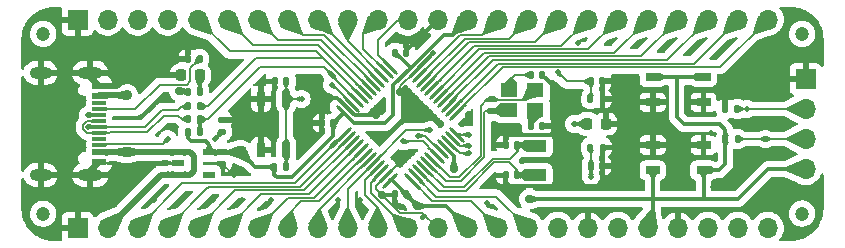
<source format=gtl>
%TF.GenerationSoftware,KiCad,Pcbnew,7.0.9*%
%TF.CreationDate,2024-01-12T00:39:35+08:00*%
%TF.ProjectId,UINIO-MCU-GD32F103CBT6,55494e49-4f2d-44d4-9355-2d4744333246,Version 3.1.0*%
%TF.SameCoordinates,PX72c1710PY5584170*%
%TF.FileFunction,Copper,L1,Top*%
%TF.FilePolarity,Positive*%
%FSLAX46Y46*%
G04 Gerber Fmt 4.6, Leading zero omitted, Abs format (unit mm)*
G04 Created by KiCad (PCBNEW 7.0.9) date 2024-01-12 00:39:35*
%MOMM*%
%LPD*%
G01*
G04 APERTURE LIST*
G04 Aperture macros list*
%AMRoundRect*
0 Rectangle with rounded corners*
0 $1 Rounding radius*
0 $2 $3 $4 $5 $6 $7 $8 $9 X,Y pos of 4 corners*
0 Add a 4 corners polygon primitive as box body*
4,1,4,$2,$3,$4,$5,$6,$7,$8,$9,$2,$3,0*
0 Add four circle primitives for the rounded corners*
1,1,$1+$1,$2,$3*
1,1,$1+$1,$4,$5*
1,1,$1+$1,$6,$7*
1,1,$1+$1,$8,$9*
0 Add four rect primitives between the rounded corners*
20,1,$1+$1,$2,$3,$4,$5,0*
20,1,$1+$1,$4,$5,$6,$7,0*
20,1,$1+$1,$6,$7,$8,$9,0*
20,1,$1+$1,$8,$9,$2,$3,0*%
%AMHorizOval*
0 Thick line with rounded ends*
0 $1 width*
0 $2 $3 position (X,Y) of the first rounded end (center of the circle)*
0 $4 $5 position (X,Y) of the second rounded end (center of the circle)*
0 Add line between two ends*
20,1,$1,$2,$3,$4,$5,0*
0 Add two circle primitives to create the rounded ends*
1,1,$1,$2,$3*
1,1,$1,$4,$5*%
G04 Aperture macros list end*
%TA.AperFunction,SMDPad,CuDef*%
%ADD10RoundRect,0.135000X0.135000X0.185000X-0.135000X0.185000X-0.135000X-0.185000X0.135000X-0.185000X0*%
%TD*%
%TA.AperFunction,SMDPad,CuDef*%
%ADD11RoundRect,0.140000X0.140000X0.170000X-0.140000X0.170000X-0.140000X-0.170000X0.140000X-0.170000X0*%
%TD*%
%TA.AperFunction,SMDPad,CuDef*%
%ADD12RoundRect,0.135000X-0.135000X-0.185000X0.135000X-0.185000X0.135000X0.185000X-0.135000X0.185000X0*%
%TD*%
%TA.AperFunction,SMDPad,CuDef*%
%ADD13R,0.650000X1.200000*%
%TD*%
%TA.AperFunction,SMDPad,CuDef*%
%ADD14R,1.800000X1.000000*%
%TD*%
%TA.AperFunction,SMDPad,CuDef*%
%ADD15R,1.000000X0.600000*%
%TD*%
%TA.AperFunction,SMDPad,CuDef*%
%ADD16RoundRect,0.140000X-0.140000X-0.170000X0.140000X-0.170000X0.140000X0.170000X-0.140000X0.170000X0*%
%TD*%
%TA.AperFunction,SMDPad,CuDef*%
%ADD17RoundRect,0.218750X-0.218750X-0.256250X0.218750X-0.256250X0.218750X0.256250X-0.218750X0.256250X0*%
%TD*%
%TA.AperFunction,SMDPad,CuDef*%
%ADD18R,1.200000X0.650000*%
%TD*%
%TA.AperFunction,ComponentPad*%
%ADD19R,1.700000X1.700000*%
%TD*%
%TA.AperFunction,ComponentPad*%
%ADD20O,1.700000X1.700000*%
%TD*%
%TA.AperFunction,SMDPad,CuDef*%
%ADD21RoundRect,0.140000X-0.170000X0.140000X-0.170000X-0.140000X0.170000X-0.140000X0.170000X0.140000X0*%
%TD*%
%TA.AperFunction,ComponentPad*%
%ADD22C,1.200000*%
%TD*%
%TA.AperFunction,SMDPad,CuDef*%
%ADD23RoundRect,0.135000X0.185000X-0.135000X0.185000X0.135000X-0.185000X0.135000X-0.185000X-0.135000X0*%
%TD*%
%TA.AperFunction,ComponentPad*%
%ADD24O,2.100000X1.000000*%
%TD*%
%TA.AperFunction,ComponentPad*%
%ADD25O,1.900000X1.000000*%
%TD*%
%TA.AperFunction,SMDPad,CuDef*%
%ADD26R,1.150000X0.600000*%
%TD*%
%TA.AperFunction,SMDPad,CuDef*%
%ADD27R,1.150000X0.300000*%
%TD*%
%TA.AperFunction,SMDPad,CuDef*%
%ADD28RoundRect,0.140000X0.170000X-0.140000X0.170000X0.140000X-0.170000X0.140000X-0.170000X-0.140000X0*%
%TD*%
%TA.AperFunction,SMDPad,CuDef*%
%ADD29R,1.400000X1.200000*%
%TD*%
%TA.AperFunction,SMDPad,CuDef*%
%ADD30HorizOval,0.280000X-0.537401X0.537401X0.537401X-0.537401X0*%
%TD*%
%TA.AperFunction,SMDPad,CuDef*%
%ADD31HorizOval,0.280000X0.537401X0.537401X-0.537401X-0.537401X0*%
%TD*%
%TA.AperFunction,SMDPad,CuDef*%
%ADD32RoundRect,0.218750X0.218750X0.256250X-0.218750X0.256250X-0.218750X-0.256250X0.218750X-0.256250X0*%
%TD*%
%TA.AperFunction,ViaPad*%
%ADD33C,0.700000*%
%TD*%
%TA.AperFunction,ViaPad*%
%ADD34C,0.500000*%
%TD*%
%TA.AperFunction,ViaPad*%
%ADD35C,0.900000*%
%TD*%
%TA.AperFunction,ViaPad*%
%ADD36C,1.100000*%
%TD*%
%TA.AperFunction,Conductor*%
%ADD37C,0.300000*%
%TD*%
%TA.AperFunction,Conductor*%
%ADD38C,0.500000*%
%TD*%
%TA.AperFunction,Conductor*%
%ADD39C,0.200000*%
%TD*%
%TA.AperFunction,Conductor*%
%ADD40C,0.400000*%
%TD*%
G04 APERTURE END LIST*
D10*
%TO.P,R1,1*%
%TO.N,Net-(D1-A)*%
X12329060Y-7452130D03*
%TO.P,R1,2*%
%TO.N,/VDD_3.3V*%
X11309060Y-7452130D03*
%TD*%
D11*
%TO.P,C7,1*%
%TO.N,GND*%
X46409060Y-13727130D03*
%TO.P,C7,2*%
%TO.N,/BOOT0*%
X45449060Y-13727130D03*
%TD*%
D12*
%TO.P,R8,2*%
%TO.N,/PA14{slash}SWCLK*%
X57859060Y-8912130D03*
%TO.P,R8,1*%
%TO.N,GND*%
X56839060Y-8912130D03*
%TD*%
D13*
%TO.P,SW2,1,1*%
%TO.N,/NRST*%
X19664060Y-8072130D03*
%TO.P,SW2,2,2*%
X19664060Y-12372130D03*
%TO.P,SW2,3,3*%
%TO.N,GND*%
X17514060Y-8072130D03*
%TO.P,SW2,4,4*%
X17514060Y-12372130D03*
%TD*%
D14*
%TO.P,Y1,2,GND*%
%TO.N,Net-(U2-PC14_OSC32_IN)*%
X40799060Y-14512130D03*
%TO.P,Y1,1,1*%
%TO.N,Net-(U2-PC15_OSC32_OUT)*%
X40799060Y-12012130D03*
%TD*%
D15*
%TO.P,U1,1,Vin*%
%TO.N,/VDD_5V*%
X10529060Y-12576130D03*
%TO.P,U1,2,Vss*%
%TO.N,GND*%
X10529060Y-13526130D03*
%TO.P,U1,3,CE*%
%TO.N,/VDD_5V*%
X10529060Y-14476130D03*
%TO.P,U1,4,NC*%
%TO.N,unconnected-(U1-NC-Pad4)*%
X13129060Y-14476130D03*
%TO.P,U1,5,Vout*%
%TO.N,/VDD_3.3V*%
X13129060Y-12576130D03*
%TD*%
D16*
%TO.P,C11,1*%
%TO.N,GND*%
X38239060Y-11972130D03*
%TO.P,C11,2*%
%TO.N,Net-(U2-PC15_OSC32_OUT)*%
X39199060Y-11972130D03*
%TD*%
D17*
%TO.P,D1,1,K*%
%TO.N,GND*%
X10751560Y-6062130D03*
%TO.P,D1,2,A*%
%TO.N,Net-(D1-A)*%
X12326560Y-6062130D03*
%TD*%
D18*
%TO.P,SW3,4,4*%
%TO.N,/VDD_3.3V*%
X54989060Y-14102130D03*
%TO.P,SW3,3,3*%
X50689060Y-14102130D03*
%TO.P,SW3,2,2*%
%TO.N,GND*%
X54989060Y-11952130D03*
%TO.P,SW3,1,1*%
X50689060Y-11952130D03*
%TD*%
D19*
%TO.P,J3,1,Pin_1*%
%TO.N,GND*%
X63629060Y-6372130D03*
D20*
%TO.P,J3,2,Pin_2*%
%TO.N,/PA14{slash}SWCLK*%
X63629060Y-8912130D03*
%TO.P,J3,3,Pin_3*%
%TO.N,/PA13{slash}SWDIO*%
X63629060Y-11452130D03*
%TO.P,J3,4,Pin_4*%
%TO.N,/VDD_3.3V*%
X63629060Y-13992130D03*
%TD*%
D21*
%TO.P,C2,1*%
%TO.N,GND*%
X9429060Y-13512130D03*
%TO.P,C2,2*%
%TO.N,/VDD_5V*%
X9429060Y-14472130D03*
%TD*%
D12*
%TO.P,R10,1*%
%TO.N,/BOOT0*%
X45419060Y-12177130D03*
%TO.P,R10,2*%
%TO.N,GND*%
X46439060Y-12177130D03*
%TD*%
D22*
%TO.P,HOLE\u002A\u002A,*%
%TO.N,*%
X-920940Y-2552130D03*
%TD*%
D12*
%TO.P,R4,1*%
%TO.N,/VDD_3.3V*%
X11309060Y-10882130D03*
%TO.P,R4,2*%
%TO.N,/PA12*%
X12329060Y-10882130D03*
%TD*%
D22*
%TO.P,HOLE\u002A\u002A,*%
%TO.N,*%
X63339060Y-2552130D03*
%TD*%
%TO.P,HOLE\u002A\u002A,*%
%TO.N,*%
X63339060Y-17762130D03*
%TD*%
D11*
%TO.P,C4,1*%
%TO.N,GND*%
X29829060Y-4172130D03*
%TO.P,C4,2*%
%TO.N,/VDD_3.3V*%
X28869060Y-4172130D03*
%TD*%
D23*
%TO.P,R12,1*%
%TO.N,Net-(USB1-CC2)*%
X14229060Y-10850000D03*
%TO.P,R12,2*%
%TO.N,GND*%
X14229060Y-9830000D03*
%TD*%
D16*
%TO.P,C10,1*%
%TO.N,GND*%
X38239060Y-14542130D03*
%TO.P,C10,2*%
%TO.N,Net-(U2-PC14_OSC32_IN)*%
X39199060Y-14542130D03*
%TD*%
D24*
%TO.P,USB1,13,GND*%
%TO.N,GND*%
X3068060Y-5847130D03*
%TO.P,USB1,14,GND*%
X3068060Y-14497130D03*
D25*
%TO.P,USB1,15,GND*%
X-1131940Y-5847130D03*
%TO.P,USB1,16,GND*%
X-1131940Y-14497130D03*
D26*
%TO.P,USB1,A1B12,GND*%
X3830060Y-6972130D03*
%TO.P,USB1,A4B9,VBUS*%
%TO.N,/VDD_5V*%
X3830060Y-7772130D03*
D27*
%TO.P,USB1,A5,CC1*%
%TO.N,Net-(USB1-CC1)*%
X3830060Y-8922130D03*
%TO.P,USB1,A6,DP1*%
%TO.N,/USB_Data+*%
X3830060Y-9922130D03*
%TO.P,USB1,A7,DN1*%
%TO.N,/USB_Data-*%
X3830060Y-10422130D03*
%TO.P,USB1,A8,SBU1*%
%TO.N,unconnected-(USB1-SBU1-PadA8)*%
X3830060Y-11422130D03*
D26*
%TO.P,USB1,B1A12,GND*%
%TO.N,GND*%
X3830060Y-13372130D03*
%TO.P,USB1,B4A9,VBUS*%
%TO.N,/VDD_5V*%
X3830060Y-12572130D03*
D27*
%TO.P,USB1,B5,CC2*%
%TO.N,Net-(USB1-CC2)*%
X3830060Y-11922130D03*
%TO.P,USB1,B6,DP2*%
%TO.N,/USB_Data+*%
X3830060Y-10922130D03*
%TO.P,USB1,B7,DN2*%
%TO.N,/USB_Data-*%
X3830060Y-9422130D03*
%TO.P,USB1,B8,SBU2*%
%TO.N,unconnected-(USB1-SBU2-PadB8)*%
X3830060Y-8422130D03*
%TD*%
D28*
%TO.P,C5,1*%
%TO.N,GND*%
X14239060Y-13532130D03*
%TO.P,C5,2*%
%TO.N,/VDD_3.3V*%
X14239060Y-12572130D03*
%TD*%
D10*
%TO.P,R9,2*%
%TO.N,/VDD_3.3V*%
X56849060Y-11452130D03*
%TO.P,R9,1*%
%TO.N,/PA13{slash}SWDIO*%
X57869060Y-11452130D03*
%TD*%
D29*
%TO.P,Y2,1,1*%
%TO.N,Net-(U2-PD1_OSC_OUT)*%
X40759060Y-7332130D03*
%TO.P,Y2,2,2*%
%TO.N,Net-(C12-Pad2)*%
X38559060Y-7332130D03*
%TO.P,Y2,3,3*%
%TO.N,Net-(U2-PD0_OSC_IN)*%
X38559060Y-9032130D03*
%TO.P,Y2,4,4*%
%TO.N,Net-(C8-Pad2)*%
X40759060Y-9032130D03*
%TD*%
D12*
%TO.P,R5,1*%
%TO.N,/PB2{slash}BOOT1*%
X45419060Y-8077130D03*
%TO.P,R5,2*%
%TO.N,GND*%
X46439060Y-8077130D03*
%TD*%
D16*
%TO.P,C6,1*%
%TO.N,GND*%
X28859060Y-16152130D03*
%TO.P,C6,2*%
%TO.N,/VDD_3.3V*%
X29819060Y-16152130D03*
%TD*%
D23*
%TO.P,R7,1*%
%TO.N,Net-(U2-PD0_OSC_IN)*%
X37089060Y-9112130D03*
%TO.P,R7,2*%
%TO.N,Net-(U2-PD1_OSC_OUT)*%
X37089060Y-8092130D03*
%TD*%
D30*
%TO.P,U2,1,VBAT*%
%TO.N,/VBAT*%
X30268299Y-14975456D03*
%TO.P,U2,2,PC13_TAMPER_RTC*%
%TO.N,/PC13*%
X30621852Y-14621903D03*
%TO.P,U2,3,PC14_OSC32_IN*%
%TO.N,Net-(U2-PC14_OSC32_IN)*%
X30975406Y-14268349D03*
%TO.P,U2,4,PC15_OSC32_OUT*%
%TO.N,Net-(U2-PC15_OSC32_OUT)*%
X31328959Y-13914796D03*
%TO.P,U2,5,PD0_OSC_IN*%
%TO.N,Net-(U2-PD0_OSC_IN)*%
X31682512Y-13561243D03*
%TO.P,U2,6,PD1_OSC_OUT*%
%TO.N,Net-(U2-PD1_OSC_OUT)*%
X32036066Y-13207689D03*
%TO.P,U2,7,NRST*%
%TO.N,/NRST*%
X32389619Y-12854136D03*
%TO.P,U2,8,VSSA*%
%TO.N,Net-(U2-VSSA)*%
X32743173Y-12500582D03*
%TO.P,U2,9,VDDA*%
%TO.N,/VDD_3.3V*%
X33096726Y-12147029D03*
%TO.P,U2,10,PA0_WAKEUP*%
%TO.N,/PA0*%
X33450279Y-11793476D03*
%TO.P,U2,11,PA1*%
%TO.N,/PA1*%
X33803833Y-11439922D03*
%TO.P,U2,12,PA2*%
%TO.N,/PA2*%
X34157386Y-11086369D03*
D31*
%TO.P,U2,13,PA3*%
%TO.N,/PA3*%
X34157386Y-9247891D03*
%TO.P,U2,14,PA4*%
%TO.N,/PA4*%
X33803833Y-8894338D03*
%TO.P,U2,15,PA5*%
%TO.N,/PA5*%
X33450279Y-8540784D03*
%TO.P,U2,16,PA6*%
%TO.N,/PA6*%
X33096726Y-8187231D03*
%TO.P,U2,17,PA7*%
%TO.N,/PA7*%
X32743173Y-7833678D03*
%TO.P,U2,18,PB0*%
%TO.N,/PB0*%
X32389619Y-7480124D03*
%TO.P,U2,19,PB1*%
%TO.N,/PB1*%
X32036066Y-7126571D03*
%TO.P,U2,20,PB2*%
%TO.N,/PB2{slash}BOOT1*%
X31682512Y-6773017D03*
%TO.P,U2,21,PB10*%
%TO.N,/PB10*%
X31328959Y-6419464D03*
%TO.P,U2,22,PB11*%
%TO.N,/PB11*%
X30975406Y-6065911D03*
%TO.P,U2,23,VSS_1*%
%TO.N,GND*%
X30621852Y-5712357D03*
%TO.P,U2,24,VDD_1*%
%TO.N,/VDD_3.3V*%
X30268299Y-5358804D03*
D30*
%TO.P,U2,25,PB12*%
%TO.N,/PB12*%
X28429821Y-5358804D03*
%TO.P,U2,26,PB13*%
%TO.N,/PB13*%
X28076268Y-5712357D03*
%TO.P,U2,27,PB14*%
%TO.N,/PB14*%
X27722714Y-6065911D03*
%TO.P,U2,28,PB15*%
%TO.N,/PB15*%
X27369161Y-6419464D03*
%TO.P,U2,29,PA8*%
%TO.N,/PA8*%
X27015608Y-6773017D03*
%TO.P,U2,30,PA9*%
%TO.N,/PA9*%
X26662054Y-7126571D03*
%TO.P,U2,31,PA10*%
%TO.N,/PA10*%
X26308501Y-7480124D03*
%TO.P,U2,32,PA11*%
%TO.N,/PA11*%
X25954947Y-7833678D03*
%TO.P,U2,33,PA12*%
%TO.N,/PA12*%
X25601394Y-8187231D03*
%TO.P,U2,34,PA13*%
%TO.N,/PA13{slash}SWDIO*%
X25247841Y-8540784D03*
%TO.P,U2,35,VSS_2*%
%TO.N,GND*%
X24894287Y-8894338D03*
%TO.P,U2,36,VDD_2*%
%TO.N,/VDD_3.3V*%
X24540734Y-9247891D03*
D31*
%TO.P,U2,37,PA14*%
%TO.N,/PA14{slash}SWCLK*%
X24540734Y-11086369D03*
%TO.P,U2,38,PA15*%
%TO.N,/PA15*%
X24894287Y-11439922D03*
%TO.P,U2,39,PB3*%
%TO.N,/PB3*%
X25247841Y-11793476D03*
%TO.P,U2,40,PB4*%
%TO.N,/PB4*%
X25601394Y-12147029D03*
%TO.P,U2,41,PB5*%
%TO.N,/PB5*%
X25954947Y-12500582D03*
%TO.P,U2,42,PB6*%
%TO.N,/PB6*%
X26308501Y-12854136D03*
%TO.P,U2,43,PB7*%
%TO.N,/PB7*%
X26662054Y-13207689D03*
%TO.P,U2,44,BOOT0*%
%TO.N,/BOOT0*%
X27015608Y-13561243D03*
%TO.P,U2,45,PB8*%
%TO.N,/PB8*%
X27369161Y-13914796D03*
%TO.P,U2,46,PB9*%
%TO.N,/PB9*%
X27722714Y-14268349D03*
%TO.P,U2,47,VSS_3*%
%TO.N,GND*%
X28076268Y-14621903D03*
%TO.P,U2,48,VDD_3*%
%TO.N,/VDD_3.3V*%
X28429821Y-14975456D03*
%TD*%
D11*
%TO.P,C8,2*%
%TO.N,Net-(C8-Pad2)*%
X40369060Y-10342130D03*
%TO.P,C8,1*%
%TO.N,GND*%
X41329060Y-10342130D03*
%TD*%
D22*
%TO.P,HOLE\u002A\u002A,*%
%TO.N,*%
X-920940Y-17772130D03*
%TD*%
D10*
%TO.P,R3,1*%
%TO.N,/PA11*%
X12329060Y-8702130D03*
%TO.P,R3,2*%
%TO.N,/USB_Data-*%
X11309060Y-8702130D03*
%TD*%
%TO.P,R2,1*%
%TO.N,/PA12*%
X12329060Y-9792130D03*
%TO.P,R2,2*%
%TO.N,/USB_Data+*%
X11309060Y-9792130D03*
%TD*%
D11*
%TO.P,C1,1*%
%TO.N,GND*%
X46409060Y-6577130D03*
%TO.P,C1,2*%
%TO.N,/PB2{slash}BOOT1*%
X45449060Y-6577130D03*
%TD*%
D32*
%TO.P,L1,1,1*%
%TO.N,GND*%
X46716560Y-10177130D03*
%TO.P,L1,2,2*%
%TO.N,Net-(U2-VSSA)*%
X45141560Y-10177130D03*
%TD*%
D11*
%TO.P,C9,1*%
%TO.N,/NRST*%
X19669060Y-6582130D03*
%TO.P,C9,2*%
%TO.N,GND*%
X18709060Y-6582130D03*
%TD*%
D10*
%TO.P,R11,1*%
%TO.N,Net-(USB1-CC1)*%
X12329060Y-4660000D03*
%TO.P,R11,2*%
%TO.N,GND*%
X11309060Y-4660000D03*
%TD*%
D16*
%TO.P,C3,1*%
%TO.N,GND*%
X22699060Y-10132130D03*
%TO.P,C3,2*%
%TO.N,/VDD_3.3V*%
X23659060Y-10132130D03*
%TD*%
D12*
%TO.P,R6,1*%
%TO.N,/VDD_3.3V*%
X18659060Y-13832130D03*
%TO.P,R6,2*%
%TO.N,/NRST*%
X19679060Y-13832130D03*
%TD*%
D11*
%TO.P,C12,1*%
%TO.N,GND*%
X41329060Y-6022130D03*
%TO.P,C12,2*%
%TO.N,Net-(C12-Pad2)*%
X40369060Y-6022130D03*
%TD*%
D18*
%TO.P,SW1,4,4*%
%TO.N,/VDD_3.3V*%
X50689060Y-6202130D03*
%TO.P,SW1,3,3*%
X54989060Y-6202130D03*
%TO.P,SW1,2,2*%
%TO.N,GND*%
X50689060Y-8352130D03*
%TO.P,SW1,1,1*%
X54989060Y-8352130D03*
%TD*%
D19*
%TO.P,J1,1,Pin_1*%
%TO.N,GND*%
X1999060Y-1342130D03*
D20*
%TO.P,J1,2,Pin_2*%
%TO.N,/VDD_3.3V*%
X4539060Y-1342130D03*
%TO.P,J1,3,Pin_3*%
%TO.N,/PA13{slash}SWDIO*%
X7079060Y-1342130D03*
%TO.P,J1,4,Pin_4*%
%TO.N,/PA12*%
X9619060Y-1342130D03*
%TO.P,J1,5,Pin_5*%
%TO.N,/PA11*%
X12159060Y-1342130D03*
%TO.P,J1,6,Pin_6*%
%TO.N,/PA10*%
X14699060Y-1342130D03*
%TO.P,J1,7,Pin_7*%
%TO.N,/PA9*%
X17239060Y-1342130D03*
%TO.P,J1,8,Pin_8*%
%TO.N,/PA8*%
X19779060Y-1342130D03*
%TO.P,J1,9,Pin_9*%
%TO.N,/PB15*%
X22319060Y-1342130D03*
%TO.P,J1,10,Pin_10*%
%TO.N,/PB14*%
X24859060Y-1342130D03*
%TO.P,J1,11,Pin_11*%
%TO.N,/PB13*%
X27399060Y-1342130D03*
%TO.P,J1,12,Pin_12*%
%TO.N,/PB12*%
X29939060Y-1342130D03*
%TO.P,J1,13,Pin_13*%
%TO.N,GND*%
X32479060Y-1342130D03*
%TO.P,J1,14,Pin_14*%
%TO.N,/VDD_3.3V*%
X35019060Y-1342130D03*
%TO.P,J1,15,Pin_15*%
%TO.N,/PB11*%
X37559060Y-1342130D03*
%TO.P,J1,16,Pin_16*%
%TO.N,/PB10*%
X40099060Y-1342130D03*
%TO.P,J1,17,Pin_17*%
%TO.N,/PB2{slash}BOOT1*%
X42639060Y-1342130D03*
%TO.P,J1,18,Pin_18*%
%TO.N,/PB1*%
X45179060Y-1342130D03*
%TO.P,J1,19,Pin_19*%
%TO.N,/PB0*%
X47719060Y-1342130D03*
%TO.P,J1,20,Pin_20*%
%TO.N,/PA7*%
X50259060Y-1342130D03*
%TO.P,J1,21,Pin_21*%
%TO.N,/PA6*%
X52799060Y-1342130D03*
%TO.P,J1,22,Pin_22*%
%TO.N,/PA5*%
X55339060Y-1342130D03*
%TO.P,J1,23,Pin_23*%
%TO.N,/PA4*%
X57879060Y-1342130D03*
%TO.P,J1,24,Pin_24*%
%TO.N,/PA3*%
X60419060Y-1342130D03*
%TD*%
D19*
%TO.P,J2,1,Pin_1*%
%TO.N,GND*%
X1999060Y-18982130D03*
D20*
%TO.P,J2,2,Pin_2*%
%TO.N,/VDD_5V*%
X4539060Y-18982130D03*
%TO.P,J2,3,Pin_3*%
%TO.N,/PA14{slash}SWCLK*%
X7079060Y-18982130D03*
%TO.P,J2,4,Pin_4*%
%TO.N,/PA15*%
X9619060Y-18982130D03*
%TO.P,J2,5,Pin_5*%
%TO.N,/PB3*%
X12159060Y-18982130D03*
%TO.P,J2,6,Pin_6*%
%TO.N,/PB4*%
X14699060Y-18982130D03*
%TO.P,J2,7,Pin_7*%
%TO.N,/PB5*%
X17239060Y-18982130D03*
%TO.P,J2,8,Pin_8*%
%TO.N,/PB6*%
X19779060Y-18982130D03*
%TO.P,J2,9,Pin_9*%
%TO.N,/PB7*%
X22319060Y-18982130D03*
%TO.P,J2,10,Pin_10*%
%TO.N,/BOOT0*%
X24859060Y-18982130D03*
%TO.P,J2,11,Pin_11*%
%TO.N,/PB8*%
X27399060Y-18982130D03*
%TO.P,J2,12,Pin_12*%
%TO.N,/PB9*%
X29939060Y-18982130D03*
%TO.P,J2,13,Pin_13*%
%TO.N,GND*%
X32479060Y-18982130D03*
%TO.P,J2,14,Pin_14*%
%TO.N,/VDD_3.3V*%
X35019060Y-18982130D03*
%TO.P,J2,15,Pin_15*%
%TO.N,/VBAT*%
X37559060Y-18982130D03*
%TO.P,J2,16,Pin_16*%
%TO.N,/PC13*%
X40099060Y-18982130D03*
%TO.P,J2,17,Pin_17*%
%TO.N,/VDD_3.3V*%
X42639060Y-18982130D03*
%TO.P,J2,18,Pin_18*%
%TO.N,GND*%
X45179060Y-18982130D03*
%TO.P,J2,19,Pin_19*%
%TO.N,/NRST*%
X47719060Y-18982130D03*
%TO.P,J2,20,Pin_20*%
%TO.N,/VDD_3.3V*%
X50259060Y-18982130D03*
%TO.P,J2,21,Pin_21*%
%TO.N,GND*%
X52799060Y-18982130D03*
%TO.P,J2,22,Pin_22*%
%TO.N,/PA0*%
X55339060Y-18982130D03*
%TO.P,J2,23,Pin_23*%
%TO.N,/PA1*%
X57879060Y-18982130D03*
%TO.P,J2,24,Pin_24*%
%TO.N,/PA2*%
X60419060Y-18982130D03*
%TD*%
D33*
%TO.N,GND*%
X20739060Y-10252130D03*
D34*
X18379060Y-16652130D03*
X58679060Y-12806836D03*
X10819060Y-16652130D03*
X55789060Y-15512130D03*
D33*
X29329060Y-7442130D03*
D34*
X10910000Y-3410000D03*
X32109060Y-4202130D03*
X15929060Y-16652130D03*
X15199060Y-14472130D03*
X9610000Y-10350000D03*
X46909060Y-3322130D03*
X44389060Y-3322130D03*
D33*
X29349060Y-12952130D03*
D34*
X53139060Y-15512130D03*
X36699060Y-16872130D03*
X57139060Y-3322130D03*
X8439060Y-16652130D03*
D33*
X17499060Y-10252130D03*
X42469060Y-7162130D03*
D34*
X49466560Y-3322130D03*
X24029060Y-16652130D03*
X52024060Y-3322130D03*
D33*
X27784060Y-16207130D03*
X46409060Y-15392130D03*
D34*
X25939060Y-16652130D03*
X58679060Y-10192130D03*
X11309060Y-4630000D03*
D33*
X42469060Y-15392130D03*
X35139060Y-9462130D03*
D34*
X9610000Y-8150000D03*
D33*
X27219060Y-9461630D03*
D34*
X55589060Y-10972130D03*
D33*
X22699060Y-8562130D03*
D34*
X54581560Y-3322130D03*
X13459060Y-16652130D03*
%TO.N,/PB2{slash}BOOT1*%
X42639060Y-5811630D03*
D35*
%TO.N,/VDD_5V*%
X6169060Y-7762130D03*
X6169060Y-12562130D03*
D33*
%TO.N,/VDD_3.3V*%
X30749060Y-17112130D03*
X33879060Y-13982130D03*
X10619060Y-7412130D03*
X40204060Y-16547130D03*
D36*
X15789060Y-12592130D03*
D34*
%TO.N,/BOOT0*%
X31818560Y-10706736D03*
X45449060Y-14632130D03*
%TO.N,/NRST*%
X20959060Y-8072130D03*
X29532236Y-11655305D03*
%TO.N,/PA13{slash}SWDIO*%
X23529060Y-6862130D03*
X60251719Y-11459471D03*
%TO.N,/PA12*%
X23540885Y-6030306D03*
%TO.N,/PA14{slash}SWCLK*%
X23724060Y-11877130D03*
X58679060Y-8912130D03*
%TO.N,/PA0*%
X35148768Y-12681838D03*
%TO.N,/PA1*%
X35159060Y-12022130D03*
%TO.N,/PA2*%
X35149060Y-11082130D03*
%TO.N,Net-(U2-VSSA)*%
X44029060Y-10192130D03*
X30829060Y-11182130D03*
%TO.N,/USB_Data-*%
X2899060Y-9422130D03*
X2899060Y-10422130D03*
%TO.N,Net-(USB1-CC2)*%
X13620000Y-11450000D03*
X9610000Y-11450000D03*
%TD*%
D37*
%TO.N,GND*%
X38539060Y-15392130D02*
X42469060Y-15392130D01*
D38*
X5369060Y-6972130D02*
X3830060Y-6972130D01*
D37*
X24894287Y-8869338D02*
X24886268Y-8869338D01*
D39*
X27279060Y-15702130D02*
X27279060Y-15394111D01*
X29269060Y-17692130D02*
X31189060Y-17692130D01*
D37*
X42479060Y-11122130D02*
X42439060Y-11082130D01*
D39*
X27279060Y-15394111D02*
X28076268Y-14596903D01*
D37*
X42439060Y-11082130D02*
X38549060Y-11082130D01*
X30623833Y-5687357D02*
X30621852Y-5687357D01*
X42479060Y-10342130D02*
X41329060Y-10342130D01*
X29829060Y-3982130D02*
X32469060Y-1342130D01*
D39*
X29329060Y-7442130D02*
X29329060Y-6982130D01*
D38*
X10751560Y-6062130D02*
X6279060Y-6062130D01*
D37*
X25488560Y-9461630D02*
X24896268Y-8869338D01*
X29829060Y-4102130D02*
X29829060Y-3982130D01*
D39*
X29349060Y-13332130D02*
X28086268Y-14594922D01*
X29329060Y-6982130D02*
X30621852Y-5689338D01*
D37*
X22699060Y-8562130D02*
X22699060Y-10132130D01*
X42479060Y-7172130D02*
X42479060Y-11022130D01*
X42479060Y-15382130D02*
X42479060Y-11122130D01*
D38*
X-1131940Y-14497130D02*
X3068060Y-14497130D01*
D37*
X24886268Y-8869338D02*
X23969060Y-7952130D01*
D38*
X6279060Y-6062130D02*
X5369060Y-6972130D01*
D37*
X42469060Y-7162130D02*
X42479060Y-7172130D01*
X27219060Y-9461630D02*
X25488560Y-9461630D01*
X38239060Y-11392130D02*
X38239060Y-11972130D01*
X42469060Y-15392130D02*
X42479060Y-15382130D01*
X42479060Y-11022130D02*
X42479060Y-10342130D01*
D39*
X31189060Y-17692130D02*
X32479060Y-18982130D01*
D37*
X38549060Y-11082130D02*
X38239060Y-11392130D01*
D38*
X-1131940Y-5847130D02*
X-1131940Y-14497130D01*
D39*
X27784060Y-16207130D02*
X27279060Y-15702130D01*
D38*
X3068060Y-14497130D02*
X3068060Y-14134130D01*
D37*
X32109060Y-4202130D02*
X30623833Y-5687357D01*
X38229060Y-14552130D02*
X38229060Y-15082130D01*
D38*
X3068060Y-14134130D02*
X3830060Y-13372130D01*
D37*
X38229060Y-15082130D02*
X38539060Y-15392130D01*
X23309060Y-7952130D02*
X22699060Y-8562130D01*
D39*
X29349060Y-12952130D02*
X29349060Y-13332130D01*
D38*
X3068060Y-6211130D02*
X3068060Y-5847130D01*
D37*
X42469060Y-7162130D02*
X41329060Y-6022130D01*
X23969060Y-7952130D02*
X23309060Y-7952130D01*
D39*
X14259060Y-13532130D02*
X15199060Y-14472130D01*
X10529060Y-13526130D02*
X9443060Y-13526130D01*
D37*
X28804060Y-16207130D02*
X27784060Y-16207130D01*
D39*
X27784060Y-16207130D02*
X29269060Y-17692130D01*
D38*
X3829060Y-6972130D02*
X3068060Y-6211130D01*
D37*
X46409060Y-15392130D02*
X42469060Y-15392130D01*
D38*
X3068060Y-5847130D02*
X-1131940Y-5847130D01*
D37*
X42479060Y-11122130D02*
X42479060Y-11022130D01*
D39*
%TO.N,/PB2{slash}BOOT1*%
X31682512Y-6738678D02*
X35169060Y-3252130D01*
X40729060Y-3252130D02*
X42639060Y-1342130D01*
X35169060Y-3252130D02*
X40729060Y-3252130D01*
X42639060Y-5811630D02*
X43404560Y-6577130D01*
X45449060Y-6577130D02*
X45449060Y-8047130D01*
X43404560Y-6577130D02*
X45449060Y-6577130D01*
D38*
%TO.N,/VDD_5V*%
X6169060Y-7762130D02*
X3835060Y-7762130D01*
X9049060Y-14472130D02*
X4539060Y-18982130D01*
X9429060Y-14472130D02*
X10525060Y-14472130D01*
X11829060Y-14152130D02*
X11829060Y-12882130D01*
X11523060Y-12576130D02*
X10529060Y-12576130D01*
X9429060Y-14472130D02*
X9049060Y-14472130D01*
X6169060Y-12562130D02*
X10515060Y-12562130D01*
X11505060Y-14476130D02*
X11829060Y-14152130D01*
X3835060Y-12562130D02*
X6169060Y-12562130D01*
X11829060Y-12882130D02*
X11523060Y-12576130D01*
X10529060Y-14476130D02*
X11505060Y-14476130D01*
D40*
%TO.N,/VDD_3.3V*%
X14239060Y-12572130D02*
X15769060Y-12572130D01*
D37*
X54989060Y-6202130D02*
X50689060Y-6202130D01*
X13129060Y-11922130D02*
X12869060Y-11662130D01*
X54944060Y-16547130D02*
X40204060Y-16547130D01*
X30115734Y-5358804D02*
X30268299Y-5358804D01*
X52709060Y-9552130D02*
X53369060Y-10212130D01*
X32989060Y-2612130D02*
X33749060Y-2612130D01*
X25439973Y-10122130D02*
X24540734Y-9222891D01*
X54944060Y-16547130D02*
X57894060Y-16547130D01*
X13129060Y-12576130D02*
X13129060Y-11922130D01*
X12869060Y-11662130D02*
X11579060Y-11662130D01*
X33149060Y-17112130D02*
X30749060Y-17112130D01*
X28729060Y-9432130D02*
X28039060Y-10122130D01*
X54989060Y-6202130D02*
X52709060Y-6202130D01*
X23659060Y-10112130D02*
X24540734Y-9230456D01*
X28617386Y-14950456D02*
X28429821Y-14950456D01*
X30268299Y-5333804D02*
X28729060Y-6873043D01*
X28039060Y-10122130D02*
X25439973Y-10122130D01*
X33879060Y-13982130D02*
X33879060Y-12904363D01*
X33149060Y-17112130D02*
X35019060Y-18982130D01*
X52709060Y-6202130D02*
X52709060Y-9552130D01*
X54989060Y-14102130D02*
X54989060Y-16502130D01*
X10619060Y-7412130D02*
X11269060Y-7412130D01*
D40*
X15769060Y-12572130D02*
X15789060Y-12592130D01*
D37*
X57894060Y-16547130D02*
X60449060Y-13992130D01*
X30268299Y-5358804D02*
X30268299Y-5333804D01*
X20139060Y-14702130D02*
X18839060Y-14702130D01*
X11309060Y-11392130D02*
X11309060Y-10882130D01*
X56849060Y-10702130D02*
X56849060Y-11452130D01*
X33879060Y-12904363D02*
X33096726Y-12122029D01*
X24540734Y-9230456D02*
X24540734Y-9222891D01*
X33749060Y-2612130D02*
X35019060Y-1342130D01*
X56849060Y-13592130D02*
X56339060Y-14102130D01*
X29819060Y-16182130D02*
X30749060Y-17112130D01*
X30268299Y-5333804D02*
X30268299Y-5332891D01*
X56339060Y-14102130D02*
X54989060Y-14102130D01*
D40*
X13129060Y-12576130D02*
X14235060Y-12576130D01*
D37*
X56359060Y-10212130D02*
X56849060Y-10702130D01*
X60449060Y-13992130D02*
X63624060Y-13992130D01*
X29819060Y-16152130D02*
X28617386Y-14950456D01*
X50259060Y-18532130D02*
X50689060Y-18102130D01*
X11579060Y-11662130D02*
X11309060Y-11392130D01*
X18839060Y-14702130D02*
X18659060Y-14522130D01*
X56849060Y-11452130D02*
X56849060Y-13592130D01*
X30268299Y-5332891D02*
X32989060Y-2612130D01*
X54989060Y-16502130D02*
X54944060Y-16547130D01*
X28929060Y-4172130D02*
X30115734Y-5358804D01*
X23659060Y-11182130D02*
X20139060Y-14702130D01*
X18659060Y-14522130D02*
X18659060Y-13832130D01*
X17029060Y-13832130D02*
X15789060Y-12592130D01*
X28729060Y-6873043D02*
X28729060Y-9432130D01*
X53369060Y-10212130D02*
X56359060Y-10212130D01*
X18659060Y-13832130D02*
X17029060Y-13832130D01*
X50689060Y-18102130D02*
X50689060Y-14102130D01*
X23659060Y-10132130D02*
X23659060Y-11182130D01*
D39*
%TO.N,/BOOT0*%
X31803166Y-10722130D02*
X29829721Y-10722130D01*
X24859060Y-15692791D02*
X24859060Y-18982130D01*
X27015608Y-13536243D02*
X24859060Y-15692791D01*
X45449060Y-13727130D02*
X45449060Y-12207130D01*
X45449060Y-13727130D02*
X45449060Y-14632130D01*
X31818560Y-10706736D02*
X31803166Y-10722130D01*
X29829721Y-10722130D02*
X27015608Y-13536243D01*
%TO.N,Net-(C8-Pad2)*%
X40369060Y-10342130D02*
X40369060Y-9422130D01*
%TO.N,/NRST*%
X19669060Y-13702130D02*
X19669060Y-12377130D01*
X19664060Y-8072130D02*
X19664060Y-12372130D01*
X31202235Y-11655305D02*
X32376066Y-12829136D01*
X29532236Y-11655305D02*
X31202235Y-11655305D01*
X19664060Y-8072130D02*
X19664060Y-6587130D01*
X19664060Y-8072130D02*
X20959060Y-8072130D01*
%TO.N,Net-(U2-PC14_OSC32_IN)*%
X32574187Y-15842130D02*
X30975406Y-14243349D01*
X37289060Y-13412130D02*
X34859060Y-15842130D01*
X40799060Y-14512130D02*
X39229060Y-14512130D01*
X34859060Y-15842130D02*
X32574187Y-15842130D01*
X38539060Y-13412130D02*
X37289060Y-13412130D01*
X39199060Y-14542130D02*
X39199060Y-14072130D01*
X39199060Y-14072130D02*
X38539060Y-13412130D01*
%TO.N,Net-(U2-PC15_OSC32_OUT)*%
X39199060Y-11972130D02*
X39199060Y-12532130D01*
X39199060Y-12532130D02*
X38619060Y-13112130D01*
X34734796Y-15542130D02*
X32981293Y-15542130D01*
X40799060Y-12012130D02*
X39239060Y-12012130D01*
X37164796Y-13112130D02*
X34734796Y-15542130D01*
X38619060Y-13112130D02*
X37164796Y-13112130D01*
X32981293Y-15542130D02*
X31328959Y-13889796D01*
%TO.N,Net-(C12-Pad2)*%
X40369060Y-6022130D02*
X39009060Y-6022130D01*
X38559060Y-6472130D02*
X38559060Y-7332130D01*
X39009060Y-6022130D02*
X38559060Y-6472130D01*
D37*
%TO.N,Net-(D1-A)*%
X12329060Y-7452130D02*
X12329060Y-6064630D01*
D39*
%TO.N,/PA13{slash}SWDIO*%
X60259060Y-11452130D02*
X63624060Y-11452130D01*
X23619060Y-6892130D02*
X25242714Y-8515784D01*
X23549060Y-6892130D02*
X23619060Y-6892130D01*
X57869060Y-11452130D02*
X60244378Y-11452130D01*
X60244378Y-11452130D02*
X60251719Y-11459471D01*
X60251719Y-11459471D02*
X60259060Y-11452130D01*
%TO.N,/PA12*%
X23540885Y-6030306D02*
X22872709Y-5362130D01*
X23540885Y-6101722D02*
X25601394Y-8162231D01*
X22872709Y-5362130D02*
X17479060Y-5362130D01*
X23540885Y-6030306D02*
X23540885Y-6101722D01*
X17479060Y-5362130D02*
X13049060Y-9792130D01*
X13049060Y-9792130D02*
X12329060Y-9792130D01*
D37*
X12329060Y-10882130D02*
X12329060Y-9792130D01*
D39*
%TO.N,/PA11*%
X12329060Y-8702130D02*
X13039060Y-8702130D01*
X22748398Y-4602130D02*
X25954947Y-7808678D01*
X17139060Y-4602130D02*
X22748398Y-4602130D01*
X13039060Y-8702130D02*
X17139060Y-4602130D01*
X14869060Y-4042130D02*
X12169060Y-1342130D01*
X25954947Y-7808678D02*
X22188399Y-4042130D01*
X22188399Y-4042130D02*
X14869060Y-4042130D01*
%TO.N,/PA10*%
X26308501Y-7455124D02*
X22315507Y-3462130D01*
X16829060Y-3462130D02*
X14709060Y-1342130D01*
X22315507Y-3462130D02*
X16829060Y-3462130D01*
%TO.N,/PA9*%
X18939060Y-3042130D02*
X17239060Y-1342130D01*
X26662054Y-7101571D02*
X22602613Y-3042130D01*
X22602613Y-3042130D02*
X18939060Y-3042130D01*
%TO.N,/PA8*%
X21069060Y-2632130D02*
X19779060Y-1342130D01*
X22899721Y-2632130D02*
X21069060Y-2632130D01*
X27015608Y-6748017D02*
X22899721Y-2632130D01*
%TO.N,/PB15*%
X27369161Y-6382231D02*
X22329060Y-1342130D01*
%TO.N,/PB14*%
X27722714Y-6040911D02*
X24859060Y-3177257D01*
X24859060Y-3177257D02*
X24859060Y-1342130D01*
%TO.N,/PB13*%
X26199060Y-3810149D02*
X26199060Y-2542130D01*
X28076268Y-5687357D02*
X26199060Y-3810149D01*
X26199060Y-2542130D02*
X27399060Y-1342130D01*
%TO.N,/PB12*%
X27399060Y-4303043D02*
X27399060Y-3032130D01*
X27399060Y-3032130D02*
X29089060Y-1342130D01*
X29089060Y-1342130D02*
X29939060Y-1342130D01*
X28429821Y-5333804D02*
X27399060Y-4303043D01*
%TO.N,/PB11*%
X34349060Y-2652130D02*
X36249060Y-2652130D01*
X36249060Y-2652130D02*
X37559060Y-1342130D01*
X30975406Y-6025784D02*
X34349060Y-2652130D01*
%TO.N,/PB10*%
X34771293Y-2952130D02*
X38489060Y-2952130D01*
X38489060Y-2952130D02*
X40099060Y-1342130D01*
X31328959Y-6394464D02*
X34771293Y-2952130D01*
%TO.N,/PB1*%
X35585507Y-3552130D02*
X42959060Y-3552130D01*
X32036066Y-7101571D02*
X35585507Y-3552130D01*
X42959060Y-3552130D02*
X45169060Y-1342130D01*
%TO.N,/PB0*%
X45199060Y-3852130D02*
X47709060Y-1342130D01*
X35992613Y-3852130D02*
X45199060Y-3852130D01*
X32389619Y-7455124D02*
X35992613Y-3852130D01*
%TO.N,/PA7*%
X34119060Y-6432130D02*
X36389060Y-4162130D01*
X34119060Y-6432791D02*
X34119060Y-6432130D01*
X32743173Y-7808678D02*
X34119060Y-6432791D01*
X47429060Y-4162130D02*
X50249060Y-1342130D01*
X36389060Y-4162130D02*
X47429060Y-4162130D01*
%TO.N,/PA6*%
X36789060Y-4462130D02*
X49669060Y-4462130D01*
X33096726Y-8154464D02*
X36789060Y-4462130D01*
X49669060Y-4462130D02*
X52789060Y-1342130D01*
%TO.N,/PA5*%
X33450279Y-8515784D02*
X33450279Y-8441744D01*
X33450279Y-8441744D02*
X37129893Y-4762130D01*
X51909060Y-4762130D02*
X55329060Y-1342130D01*
X37129893Y-4762130D02*
X51909060Y-4762130D01*
%TO.N,/PA4*%
X34347079Y-8334111D02*
X37619060Y-5062130D01*
X54149060Y-5062130D02*
X57869060Y-1342130D01*
X37619060Y-5062130D02*
X54149060Y-5062130D01*
%TO.N,/PA3*%
X37999060Y-5362130D02*
X56389060Y-5362130D01*
X34157386Y-9203804D02*
X37999060Y-5362130D01*
X56389060Y-5362130D02*
X60409060Y-1342130D01*
%TO.N,/PA14{slash}SWCLK*%
X20389060Y-15212130D02*
X10849060Y-15212130D01*
X23724060Y-11877130D02*
X20389060Y-15212130D01*
X57859060Y-8912130D02*
X63624060Y-8912130D01*
X10849060Y-15212130D02*
X7079060Y-18982130D01*
X23724060Y-11877130D02*
X24539821Y-11061369D01*
%TO.N,/PA15*%
X12909060Y-15692130D02*
X9619060Y-18982130D01*
X13079060Y-15512130D02*
X12909060Y-15682130D01*
X24894287Y-11414922D02*
X20797079Y-15512130D01*
X12909060Y-15682130D02*
X12909060Y-15692130D01*
X20797079Y-15512130D02*
X13079060Y-15512130D01*
%TO.N,/PB3*%
X21204187Y-15812130D02*
X15329060Y-15812130D01*
X15329060Y-15812130D02*
X12159060Y-18982130D01*
X25247841Y-11768476D02*
X21204187Y-15812130D01*
%TO.N,/PB4*%
X17559060Y-16112130D02*
X14699060Y-18972130D01*
X21609060Y-16112130D02*
X17559060Y-16112130D01*
X25075313Y-12645877D02*
X21609060Y-16112130D01*
%TO.N,/PB5*%
X25954947Y-12496243D02*
X22039060Y-16412130D01*
X22039060Y-16412130D02*
X19819060Y-16412130D01*
X19819060Y-16412130D02*
X17249060Y-18982130D01*
%TO.N,/PB6*%
X26308501Y-12829136D02*
X22425507Y-16712130D01*
X19779060Y-17862130D02*
X19779060Y-18982130D01*
X22425507Y-16712130D02*
X20929060Y-16712130D01*
X20929060Y-16712130D02*
X19779060Y-17862130D01*
%TO.N,/PB7*%
X26662054Y-13182689D02*
X22319060Y-17525683D01*
X22319060Y-17525683D02*
X22319060Y-18982130D01*
%TO.N,/PB8*%
X26349060Y-14909897D02*
X26349060Y-16222130D01*
X26349060Y-16222130D02*
X27399060Y-17272130D01*
X27369161Y-13889796D02*
X26349060Y-14909897D01*
X27399060Y-17272130D02*
X27399060Y-18982130D01*
%TO.N,/PB9*%
X26819060Y-16019948D02*
X29781242Y-18982130D01*
X26819060Y-15147003D02*
X26819060Y-16019948D01*
X27722714Y-14243349D02*
X26819060Y-15147003D01*
%TO.N,/VBAT*%
X32019973Y-16702130D02*
X35279060Y-16702130D01*
X35279060Y-16702130D02*
X37559060Y-18982130D01*
X30268299Y-14950456D02*
X32019973Y-16702130D01*
%TO.N,/PC13*%
X32349060Y-16332130D02*
X37449060Y-16332130D01*
X37449060Y-16332130D02*
X40099060Y-18982130D01*
X30621852Y-14604922D02*
X32349060Y-16332130D01*
%TO.N,/PA0*%
X35148768Y-12681838D02*
X34348768Y-12681838D01*
X34348768Y-12681838D02*
X33450279Y-11783349D01*
%TO.N,/PA1*%
X35159060Y-12022130D02*
X34411041Y-12022130D01*
X34411041Y-12022130D02*
X33803833Y-11414922D01*
%TO.N,/PA2*%
X35149060Y-11082130D02*
X34178147Y-11082130D01*
%TO.N,Net-(U2-VSSA)*%
X44029060Y-10192130D02*
X45126560Y-10192130D01*
X30829060Y-11182130D02*
X31449721Y-11182130D01*
X31449721Y-11182130D02*
X32743173Y-12475582D01*
%TO.N,/USB_Data+*%
X4717561Y-10897130D02*
X7882260Y-10897130D01*
X2449060Y-10235733D02*
X2449060Y-10608527D01*
X4692561Y-10922130D02*
X4717561Y-10897130D01*
X2449060Y-10608527D02*
X2762663Y-10922130D01*
X2762663Y-9922130D02*
X2449060Y-10235733D01*
X9307260Y-9472130D02*
X10509059Y-9472130D01*
X10509059Y-9472130D02*
X10829059Y-9792130D01*
X7882260Y-10897130D02*
X9307260Y-9472130D01*
X3830060Y-10922130D02*
X4692561Y-10922130D01*
X3830060Y-9922130D02*
X2762663Y-9922130D01*
X2762663Y-10922130D02*
X3830060Y-10922130D01*
X10829059Y-9792130D02*
X11309060Y-9792130D01*
%TO.N,/USB_Data-*%
X10509059Y-9022130D02*
X10829059Y-8702130D01*
X3830060Y-10422130D02*
X2899060Y-10422130D01*
X10829059Y-8702130D02*
X11309060Y-8702130D01*
X4692561Y-10422130D02*
X4717561Y-10447130D01*
X9120860Y-9022130D02*
X10509059Y-9022130D01*
X2899060Y-9422130D02*
X3830060Y-9422130D01*
X7695860Y-10447130D02*
X9120860Y-9022130D01*
X4717561Y-10447130D02*
X7695860Y-10447130D01*
X3830060Y-10422130D02*
X4692561Y-10422130D01*
%TO.N,Net-(U2-PD0_OSC_IN)*%
X38559060Y-9032130D02*
X37169060Y-9032130D01*
X33148399Y-15002130D02*
X31682512Y-13536243D01*
X36419060Y-13012130D02*
X34429060Y-15002130D01*
X37089060Y-9112130D02*
X36527060Y-9112130D01*
X36419060Y-9220130D02*
X36419060Y-13012130D01*
X34429060Y-15002130D02*
X33148399Y-15002130D01*
X36527060Y-9112130D02*
X36419060Y-9220130D01*
%TO.N,Net-(U2-PD1_OSC_OUT)*%
X40759060Y-7332130D02*
X39919060Y-8172130D01*
X39919060Y-8172130D02*
X37169060Y-8172130D01*
X36119060Y-12887866D02*
X34304796Y-14702130D01*
X33555507Y-14702130D02*
X32036066Y-13182689D01*
X36119060Y-8662130D02*
X36119060Y-12887866D01*
X34304796Y-14702130D02*
X33555507Y-14702130D01*
X36689060Y-8092130D02*
X36119060Y-8662130D01*
X37089060Y-8092130D02*
X36689060Y-8092130D01*
%TO.N,Net-(USB1-CC1)*%
X8970000Y-6840000D02*
X11250000Y-6840000D01*
X6887870Y-8922130D02*
X8970000Y-6840000D01*
X3830060Y-8922130D02*
X6887870Y-8922130D01*
X11550000Y-6540000D02*
X11550000Y-5439060D01*
X11250000Y-6840000D02*
X11550000Y-6540000D01*
X11550000Y-5439060D02*
X12329060Y-4660000D01*
%TO.N,Net-(USB1-CC2)*%
X13620000Y-11450000D02*
X13629060Y-11450000D01*
X13629060Y-11450000D02*
X14229060Y-10850000D01*
X9610000Y-11450000D02*
X9190000Y-11870000D01*
X9190000Y-11870000D02*
X3882190Y-11870000D01*
X3882190Y-11870000D02*
X3830060Y-11922130D01*
%TD*%
%TA.AperFunction,Conductor*%
%TO.N,GND*%
G36*
X598660Y-272315D02*
G01*
X644415Y-325119D01*
X654910Y-389886D01*
X649060Y-444285D01*
X649060Y-1092130D01*
X1565374Y-1092130D01*
X1539567Y-1132286D01*
X1499060Y-1270241D01*
X1499060Y-1414019D01*
X1539567Y-1551974D01*
X1565374Y-1592130D01*
X649060Y-1592130D01*
X649060Y-2239974D01*
X655461Y-2299502D01*
X655463Y-2299509D01*
X705705Y-2434216D01*
X705709Y-2434223D01*
X791869Y-2549317D01*
X791872Y-2549320D01*
X906966Y-2635480D01*
X906973Y-2635484D01*
X1041680Y-2685726D01*
X1041687Y-2685728D01*
X1101215Y-2692129D01*
X1101232Y-2692130D01*
X1749060Y-2692130D01*
X1749060Y-1777631D01*
X1856745Y-1826810D01*
X1963297Y-1842130D01*
X2034823Y-1842130D01*
X2141375Y-1826810D01*
X2249060Y-1777631D01*
X2249060Y-2692130D01*
X2896888Y-2692130D01*
X2896904Y-2692129D01*
X2956432Y-2685728D01*
X2956439Y-2685726D01*
X3091146Y-2635484D01*
X3091153Y-2635480D01*
X3206247Y-2549320D01*
X3206250Y-2549317D01*
X3292410Y-2434223D01*
X3292414Y-2434216D01*
X3338741Y-2310007D01*
X3380612Y-2254073D01*
X3446076Y-2229656D01*
X3514349Y-2244507D01*
X3546149Y-2269353D01*
X3615820Y-2345036D01*
X3793484Y-2483319D01*
X3793485Y-2483319D01*
X3793487Y-2483321D01*
X3915438Y-2549317D01*
X3991486Y-2590472D01*
X4204425Y-2663574D01*
X4426491Y-2700630D01*
X4651629Y-2700630D01*
X4873695Y-2663574D01*
X5086634Y-2590472D01*
X5284636Y-2483319D01*
X5462300Y-2345036D01*
X5579929Y-2217258D01*
X5614775Y-2179406D01*
X5614775Y-2179405D01*
X5614782Y-2179398D01*
X5705253Y-2040920D01*
X5758398Y-1995567D01*
X5827629Y-1986143D01*
X5890965Y-2015645D01*
X5912864Y-2040917D01*
X6003338Y-2179398D01*
X6003343Y-2179403D01*
X6003344Y-2179406D01*
X6155816Y-2345032D01*
X6155821Y-2345037D01*
X6175486Y-2360343D01*
X6333484Y-2483319D01*
X6333485Y-2483319D01*
X6333487Y-2483321D01*
X6455438Y-2549317D01*
X6531486Y-2590472D01*
X6744425Y-2663574D01*
X6966491Y-2700630D01*
X7191629Y-2700630D01*
X7413695Y-2663574D01*
X7626634Y-2590472D01*
X7824636Y-2483319D01*
X8002300Y-2345036D01*
X8119929Y-2217258D01*
X8154775Y-2179406D01*
X8154775Y-2179405D01*
X8154782Y-2179398D01*
X8245253Y-2040920D01*
X8298398Y-1995567D01*
X8367629Y-1986143D01*
X8430965Y-2015645D01*
X8452864Y-2040917D01*
X8543338Y-2179398D01*
X8543343Y-2179403D01*
X8543344Y-2179406D01*
X8695816Y-2345032D01*
X8695821Y-2345037D01*
X8715486Y-2360343D01*
X8873484Y-2483319D01*
X8873485Y-2483319D01*
X8873487Y-2483321D01*
X8995438Y-2549317D01*
X9071486Y-2590472D01*
X9284425Y-2663574D01*
X9506491Y-2700630D01*
X9731629Y-2700630D01*
X9953695Y-2663574D01*
X10166634Y-2590472D01*
X10364636Y-2483319D01*
X10542300Y-2345036D01*
X10659929Y-2217258D01*
X10694775Y-2179406D01*
X10694775Y-2179405D01*
X10694782Y-2179398D01*
X10785253Y-2040920D01*
X10838398Y-1995567D01*
X10907629Y-1986143D01*
X10970965Y-2015645D01*
X10992864Y-2040917D01*
X11083338Y-2179398D01*
X11083343Y-2179403D01*
X11083344Y-2179406D01*
X11235816Y-2345032D01*
X11235821Y-2345037D01*
X11255486Y-2360343D01*
X11413484Y-2483319D01*
X11413485Y-2483319D01*
X11413487Y-2483321D01*
X11535438Y-2549317D01*
X11611486Y-2590472D01*
X11659303Y-2606887D01*
X11666761Y-2610004D01*
X11684972Y-2619055D01*
X11684982Y-2619058D01*
X11684986Y-2619060D01*
X12278338Y-2814655D01*
X13000229Y-3052622D01*
X13049088Y-3082707D01*
X14407715Y-4441334D01*
X14413056Y-4447424D01*
X14417818Y-4453630D01*
X14435070Y-4476114D01*
X14435071Y-4476115D01*
X14435073Y-4476117D01*
X14458954Y-4494441D01*
X14465344Y-4499345D01*
X14465368Y-4499365D01*
X14541227Y-4557573D01*
X14562184Y-4573654D01*
X14562186Y-4573654D01*
X14562188Y-4573656D01*
X14636196Y-4604311D01*
X14710209Y-4634968D01*
X14789634Y-4645424D01*
X14869059Y-4655881D01*
X14869060Y-4655881D01*
X14869061Y-4655881D01*
X14904913Y-4651161D01*
X14913014Y-4650630D01*
X15930649Y-4650630D01*
X15997688Y-4670315D01*
X16043443Y-4723119D01*
X16053387Y-4792277D01*
X16024362Y-4855833D01*
X16018330Y-4862311D01*
X13319240Y-7561399D01*
X13257917Y-7594884D01*
X13188225Y-7589900D01*
X13132292Y-7548028D01*
X13107875Y-7482564D01*
X13107559Y-7473733D01*
X13107559Y-7202142D01*
X13104689Y-7165664D01*
X13083086Y-7091310D01*
X13081402Y-7083795D01*
X13076981Y-7056092D01*
X13063733Y-7013433D01*
X13062650Y-6943576D01*
X13069872Y-6924046D01*
X13206591Y-6632346D01*
X13208092Y-6629571D01*
X13208907Y-6627825D01*
X13208906Y-6627825D01*
X13208909Y-6627822D01*
X13262384Y-6466444D01*
X13272560Y-6366841D01*
X13272559Y-5757420D01*
X13262384Y-5657816D01*
X13208909Y-5496438D01*
X13119660Y-5351743D01*
X13057173Y-5289256D01*
X13023688Y-5227933D01*
X13028672Y-5158241D01*
X13038116Y-5138464D01*
X13059329Y-5102596D01*
X13060901Y-5097187D01*
X13104687Y-4946473D01*
X13104687Y-4946472D01*
X13104689Y-4946466D01*
X13107560Y-4909989D01*
X13107559Y-4410012D01*
X13104689Y-4373534D01*
X13059329Y-4217404D01*
X12976566Y-4077459D01*
X12976564Y-4077457D01*
X12976561Y-4077453D01*
X12861606Y-3962498D01*
X12861598Y-3962492D01*
X12734950Y-3887593D01*
X12721656Y-3879731D01*
X12721655Y-3879730D01*
X12721654Y-3879730D01*
X12721651Y-3879729D01*
X12565533Y-3834372D01*
X12565520Y-3834370D01*
X12529052Y-3831500D01*
X12529049Y-3831500D01*
X12229066Y-3831500D01*
X12129071Y-3831501D01*
X12129072Y-3831501D01*
X12092593Y-3834371D01*
X11936468Y-3879729D01*
X11936464Y-3879730D01*
X11873830Y-3916772D01*
X11806105Y-3933953D01*
X11747590Y-3916771D01*
X11698255Y-3887595D01*
X11698248Y-3887591D01*
X11559061Y-3847153D01*
X11559060Y-3847154D01*
X11559060Y-4336511D01*
X11554137Y-4371103D01*
X11553432Y-4373527D01*
X11553428Y-4373548D01*
X11551848Y-4393628D01*
X11539062Y-4439505D01*
X11397045Y-4722543D01*
X11373896Y-4754614D01*
X11254827Y-4873682D01*
X11193507Y-4907166D01*
X11167148Y-4910000D01*
X10539129Y-4910000D01*
X10541893Y-4945131D01*
X10542202Y-4946821D01*
X10542101Y-4947774D01*
X10542390Y-4951441D01*
X10541709Y-4951494D01*
X10534879Y-5016306D01*
X10491153Y-5070802D01*
X10432822Y-5092452D01*
X10386475Y-5097187D01*
X10226987Y-5150036D01*
X10226982Y-5150038D01*
X10083979Y-5238244D01*
X9965174Y-5357049D01*
X9876968Y-5500052D01*
X9876966Y-5500057D01*
X9824117Y-5659546D01*
X9814060Y-5757979D01*
X9814060Y-5812130D01*
X10817500Y-5812130D01*
X10884539Y-5831815D01*
X10930294Y-5884619D01*
X10941500Y-5936130D01*
X10941500Y-6107500D01*
X10921815Y-6174539D01*
X10869011Y-6220294D01*
X10817500Y-6231500D01*
X9013945Y-6231500D01*
X9005846Y-6230969D01*
X8970000Y-6226250D01*
X8969996Y-6226250D01*
X8933307Y-6231080D01*
X8933292Y-6231082D01*
X8930117Y-6231500D01*
X8930115Y-6231500D01*
X8811150Y-6247162D01*
X8811149Y-6247162D01*
X8663125Y-6308475D01*
X8638056Y-6327712D01*
X8569890Y-6380017D01*
X8569884Y-6380021D01*
X8567928Y-6381523D01*
X8567925Y-6381525D01*
X8548906Y-6396119D01*
X8536010Y-6406015D01*
X8513996Y-6434703D01*
X8508645Y-6440805D01*
X7320848Y-7628601D01*
X7259525Y-7662086D01*
X7189833Y-7657102D01*
X7133900Y-7615230D01*
X7114507Y-7576916D01*
X7075551Y-7448500D01*
X7058883Y-7393553D01*
X7043491Y-7364757D01*
X6969883Y-7227044D01*
X6969879Y-7227037D01*
X6850101Y-7081088D01*
X6704152Y-6961310D01*
X6704145Y-6961306D01*
X6537638Y-6872307D01*
X6356961Y-6817498D01*
X6169060Y-6798992D01*
X5981160Y-6817498D01*
X5896509Y-6843176D01*
X5877535Y-6846786D01*
X5877602Y-6847218D01*
X5873219Y-6847891D01*
X5296741Y-6979178D01*
X5206906Y-6999637D01*
X5202967Y-7000534D01*
X5175432Y-7003630D01*
X5029060Y-7003630D01*
X4962021Y-6983945D01*
X4916266Y-6931141D01*
X4905060Y-6879630D01*
X4905060Y-6624302D01*
X4905059Y-6624285D01*
X4898658Y-6564757D01*
X4898656Y-6564750D01*
X4848414Y-6430043D01*
X4848410Y-6430036D01*
X4762250Y-6314942D01*
X4762247Y-6314939D01*
X4640049Y-6223461D01*
X4641138Y-6222005D01*
X4599417Y-6180283D01*
X4584567Y-6112009D01*
X4586883Y-6097874D01*
X4586306Y-6097130D01*
X3834171Y-6097130D01*
X3873670Y-6072673D01*
X3941261Y-5983168D01*
X3971955Y-5875290D01*
X3961606Y-5763609D01*
X3911612Y-5663208D01*
X3839129Y-5597130D01*
X4591426Y-5597130D01*
X4591128Y-5595183D01*
X4591126Y-5595177D01*
X4520497Y-5404472D01*
X4520494Y-5404465D01*
X4412910Y-5231862D01*
X4272795Y-5084461D01*
X4272793Y-5084460D01*
X4105864Y-4968273D01*
X3918967Y-4888070D01*
X3719750Y-4847130D01*
X3318060Y-4847130D01*
X3318060Y-5547130D01*
X2818060Y-5547130D01*
X2818060Y-4847130D01*
X2467347Y-4847130D01*
X2315721Y-4862548D01*
X2121678Y-4923429D01*
X2121668Y-4923434D01*
X1943844Y-5022135D01*
X1943843Y-5022135D01*
X1789529Y-5154608D01*
X1789528Y-5154609D01*
X1665041Y-5315434D01*
X1575471Y-5498036D01*
X1549814Y-5597130D01*
X2301949Y-5597130D01*
X2262450Y-5621587D01*
X2194859Y-5711092D01*
X2164165Y-5818970D01*
X2174514Y-5930651D01*
X2224508Y-6031052D01*
X2296991Y-6097130D01*
X1544694Y-6097130D01*
X1544991Y-6099076D01*
X1544993Y-6099082D01*
X1615622Y-6289787D01*
X1615625Y-6289794D01*
X1723209Y-6462397D01*
X1863324Y-6609798D01*
X1863326Y-6609799D01*
X2030256Y-6725987D01*
X2109942Y-6760182D01*
X2163786Y-6804708D01*
X2185010Y-6871276D01*
X2166875Y-6938751D01*
X2162348Y-6945641D01*
X2097088Y-7038093D01*
X2048714Y-7174204D01*
X2048714Y-7174207D01*
X2039116Y-7314535D01*
X2038856Y-7318329D01*
X2056685Y-7404129D01*
X2068246Y-7459764D01*
X2068247Y-7459766D01*
X2134705Y-7588023D01*
X2134709Y-7588029D01*
X2207044Y-7665480D01*
X2233305Y-7693599D01*
X2356732Y-7768656D01*
X2495832Y-7807630D01*
X2495833Y-7807630D01*
X2604006Y-7807630D01*
X2604009Y-7807630D01*
X2605673Y-7807401D01*
X2606200Y-7807480D01*
X2608237Y-7807341D01*
X2608267Y-7807790D01*
X2674768Y-7817772D01*
X2727288Y-7863853D01*
X2746560Y-7930246D01*
X2746560Y-8120774D01*
X2750656Y-8158878D01*
X2750656Y-8185382D01*
X2746560Y-8223485D01*
X2746560Y-8583914D01*
X2726875Y-8650953D01*
X2674071Y-8696708D01*
X2663514Y-8700956D01*
X2567877Y-8734420D01*
X2423151Y-8825358D01*
X2302288Y-8946221D01*
X2211351Y-9090946D01*
X2154897Y-9252280D01*
X2154896Y-9252285D01*
X2135761Y-9422126D01*
X2135761Y-9422133D01*
X2155677Y-9598900D01*
X2153353Y-9599161D01*
X2149744Y-9657912D01*
X2120814Y-9703428D01*
X2049861Y-9774382D01*
X2043758Y-9779733D01*
X2015073Y-9801745D01*
X1990582Y-9833662D01*
X1917536Y-9928856D01*
X1917534Y-9928859D01*
X1856222Y-10076881D01*
X1855223Y-10084469D01*
X1840250Y-10198198D01*
X1840248Y-10198222D01*
X1836030Y-10230267D01*
X1835310Y-10235733D01*
X1839627Y-10268527D01*
X1840029Y-10271576D01*
X1840560Y-10279678D01*
X1840560Y-10564581D01*
X1840029Y-10572678D01*
X1837003Y-10595664D01*
X1835310Y-10608526D01*
X1835310Y-10608528D01*
X1840270Y-10646205D01*
X1840272Y-10646226D01*
X1852152Y-10736465D01*
X1856222Y-10767378D01*
X1917533Y-10915398D01*
X1917536Y-10915404D01*
X1945143Y-10951381D01*
X1990583Y-11010599D01*
X1990585Y-11010601D01*
X2015073Y-11042514D01*
X2032554Y-11055928D01*
X2043758Y-11064525D01*
X2049854Y-11069870D01*
X2301318Y-11321334D01*
X2306659Y-11327424D01*
X2307699Y-11328779D01*
X2328673Y-11356114D01*
X2328674Y-11356115D01*
X2328676Y-11356117D01*
X2341676Y-11366092D01*
X2358947Y-11379345D01*
X2358971Y-11379365D01*
X2415257Y-11422554D01*
X2455787Y-11453654D01*
X2455789Y-11453654D01*
X2455791Y-11453656D01*
X2518479Y-11479622D01*
X2603812Y-11514968D01*
X2640390Y-11519783D01*
X2704286Y-11548049D01*
X2742758Y-11606373D01*
X2747495Y-11629470D01*
X2750656Y-11658878D01*
X2750656Y-11685382D01*
X2746560Y-11723485D01*
X2746560Y-12120774D01*
X2750656Y-12158878D01*
X2750656Y-12185382D01*
X2746560Y-12223485D01*
X2746560Y-12412630D01*
X2726875Y-12479669D01*
X2674071Y-12525424D01*
X2622560Y-12536630D01*
X2532110Y-12536630D01*
X2424949Y-12551359D01*
X2292449Y-12608911D01*
X2292449Y-12608912D01*
X2180398Y-12700073D01*
X2180393Y-12700078D01*
X2097088Y-12818093D01*
X2048714Y-12954204D01*
X2048714Y-12954207D01*
X2039728Y-13085586D01*
X2038856Y-13098329D01*
X2061177Y-13205747D01*
X2068246Y-13239764D01*
X2068247Y-13239766D01*
X2134705Y-13368023D01*
X2134709Y-13368029D01*
X2148248Y-13382526D01*
X2179619Y-13444957D01*
X2172257Y-13514438D01*
X2128499Y-13568908D01*
X2117801Y-13575580D01*
X1943844Y-13672134D01*
X1943843Y-13672135D01*
X1789529Y-13804608D01*
X1789528Y-13804609D01*
X1665041Y-13965434D01*
X1575471Y-14148036D01*
X1549814Y-14247130D01*
X2301949Y-14247130D01*
X2262450Y-14271587D01*
X2194859Y-14361092D01*
X2164165Y-14468970D01*
X2174514Y-14580651D01*
X2224508Y-14681052D01*
X2296991Y-14747130D01*
X1544694Y-14747130D01*
X1544991Y-14749076D01*
X1544993Y-14749082D01*
X1615622Y-14939787D01*
X1615625Y-14939794D01*
X1723209Y-15112397D01*
X1863324Y-15259798D01*
X1863326Y-15259799D01*
X2030255Y-15375986D01*
X2217152Y-15456189D01*
X2416370Y-15497130D01*
X2818060Y-15497130D01*
X2818060Y-14797130D01*
X3318060Y-14797130D01*
X3318060Y-15497130D01*
X3668773Y-15497130D01*
X3820398Y-15481711D01*
X4014441Y-15420830D01*
X4014451Y-15420825D01*
X4192275Y-15322124D01*
X4192276Y-15322124D01*
X4346590Y-15189651D01*
X4346591Y-15189650D01*
X4471078Y-15028825D01*
X4560648Y-14846223D01*
X4586306Y-14747130D01*
X3834171Y-14747130D01*
X3873670Y-14722673D01*
X3941261Y-14633168D01*
X3971955Y-14525290D01*
X3961606Y-14413609D01*
X3911612Y-14313208D01*
X3839129Y-14247130D01*
X4591425Y-14247130D01*
X4590282Y-14239668D01*
X4599586Y-14170420D01*
X4640862Y-14121885D01*
X4640049Y-14120799D01*
X4644831Y-14117218D01*
X4644851Y-14117196D01*
X4644905Y-14117163D01*
X4762247Y-14029320D01*
X4762250Y-14029317D01*
X4848410Y-13914223D01*
X4848414Y-13914216D01*
X4898656Y-13779509D01*
X4898658Y-13779502D01*
X4905059Y-13719974D01*
X4905060Y-13719957D01*
X4905060Y-13622130D01*
X4520804Y-13622130D01*
X4453765Y-13602445D01*
X4408010Y-13549641D01*
X4398066Y-13480483D01*
X4427091Y-13416927D01*
X4485869Y-13379153D01*
X4507548Y-13374841D01*
X4510302Y-13374544D01*
X4514261Y-13374119D01*
X4514265Y-13374117D01*
X4514267Y-13374117D01*
X4536661Y-13365764D01*
X4558248Y-13359866D01*
X4742023Y-13327129D01*
X4767716Y-13322552D01*
X4789463Y-13320630D01*
X5175437Y-13320630D01*
X5202971Y-13323725D01*
X5873219Y-13476367D01*
X5876745Y-13477130D01*
X5888738Y-13479726D01*
X5888713Y-13479837D01*
X5901936Y-13482728D01*
X5981161Y-13506762D01*
X5981160Y-13506762D01*
X5996665Y-13508289D01*
X6169060Y-13525268D01*
X6356959Y-13506762D01*
X6441616Y-13481080D01*
X6460586Y-13477480D01*
X6460519Y-13477041D01*
X6464897Y-13476367D01*
X6464900Y-13476367D01*
X7135147Y-13323725D01*
X7162682Y-13320630D01*
X9643678Y-13320630D01*
X9666152Y-13322684D01*
X9778230Y-13343339D01*
X9828547Y-13352612D01*
X9863183Y-13358995D01*
X9884040Y-13364758D01*
X9919859Y-13378119D01*
X9980405Y-13384629D01*
X9980422Y-13384630D01*
X10655060Y-13384630D01*
X10722099Y-13404315D01*
X10767854Y-13457119D01*
X10779060Y-13508630D01*
X10779060Y-13543630D01*
X10759375Y-13610669D01*
X10706571Y-13656424D01*
X10655060Y-13667630D01*
X9980410Y-13667630D01*
X9970613Y-13668683D01*
X9964571Y-13669035D01*
X9947065Y-13669200D01*
X9814088Y-13689589D01*
X9786462Y-13690706D01*
X9685758Y-13683514D01*
X9642747Y-13680442D01*
X9642742Y-13680442D01*
X9563691Y-13680896D01*
X9560124Y-13681192D01*
X9556113Y-13681791D01*
X9556060Y-13681436D01*
X9535590Y-13683630D01*
X9193573Y-13683630D01*
X9156812Y-13686523D01*
X9156799Y-13686525D01*
X9095670Y-13704284D01*
X9071886Y-13708735D01*
X9051442Y-13710523D01*
X9018632Y-13713394D01*
X9013233Y-13713630D01*
X9004880Y-13713630D01*
X8988422Y-13715553D01*
X8971964Y-13717477D01*
X8894637Y-13724242D01*
X8887563Y-13725703D01*
X8887553Y-13725656D01*
X8879965Y-13727339D01*
X8879976Y-13727385D01*
X8872953Y-13729049D01*
X8872947Y-13729050D01*
X8872947Y-13729051D01*
X8802601Y-13754653D01*
X8760196Y-13762130D01*
X8624555Y-13762130D01*
X8618229Y-13770554D01*
X8618115Y-13810525D01*
X8580172Y-13869194D01*
X8576144Y-13872519D01*
X8569744Y-13877579D01*
X8569714Y-13877542D01*
X8563687Y-13882452D01*
X8563717Y-13882487D01*
X8558192Y-13887123D01*
X8558186Y-13887128D01*
X8558186Y-13887129D01*
X8504896Y-13943612D01*
X5298552Y-17149955D01*
X5260762Y-17175795D01*
X4017658Y-17722120D01*
X4017654Y-17722122D01*
X4017648Y-17722125D01*
X4014220Y-17723831D01*
X4003955Y-17728942D01*
X3996452Y-17732082D01*
X3991495Y-17733784D01*
X3991479Y-17733791D01*
X3793487Y-17840938D01*
X3793482Y-17840942D01*
X3615821Y-17979222D01*
X3567835Y-18031349D01*
X3546436Y-18054595D01*
X3546152Y-18054903D01*
X3486265Y-18090893D01*
X3416427Y-18088792D01*
X3358811Y-18049267D01*
X3338741Y-18014252D01*
X3292414Y-17890043D01*
X3292410Y-17890036D01*
X3206250Y-17774942D01*
X3206247Y-17774939D01*
X3091153Y-17688779D01*
X3091146Y-17688775D01*
X2956439Y-17638533D01*
X2956432Y-17638531D01*
X2896904Y-17632130D01*
X2249060Y-17632130D01*
X2249060Y-18546628D01*
X2141375Y-18497450D01*
X2034823Y-18482130D01*
X1963297Y-18482130D01*
X1856745Y-18497450D01*
X1749060Y-18546628D01*
X1749060Y-17632130D01*
X1101215Y-17632130D01*
X1041687Y-17638531D01*
X1041680Y-17638533D01*
X906973Y-17688775D01*
X906966Y-17688779D01*
X791872Y-17774939D01*
X791869Y-17774942D01*
X705709Y-17890036D01*
X705705Y-17890043D01*
X655463Y-18024750D01*
X655461Y-18024757D01*
X649060Y-18084285D01*
X649060Y-18732130D01*
X1565374Y-18732130D01*
X1539567Y-18772286D01*
X1499060Y-18910241D01*
X1499060Y-19054019D01*
X1539567Y-19191974D01*
X1565374Y-19232130D01*
X649060Y-19232130D01*
X649060Y-19879974D01*
X655985Y-19944374D01*
X643580Y-20013134D01*
X595970Y-20064271D01*
X532696Y-20081630D01*
X-19195Y-20081630D01*
X-22673Y-20081532D01*
X-325303Y-20064533D01*
X-332217Y-20063754D01*
X-629325Y-20013269D01*
X-636105Y-20011722D01*
X-780895Y-19970007D01*
X-925680Y-19928294D01*
X-932247Y-19925996D01*
X-1210679Y-19810663D01*
X-1216948Y-19807644D01*
X-1456078Y-19675480D01*
X-1480704Y-19661869D01*
X-1486586Y-19658174D01*
X-1650090Y-19542160D01*
X-1732367Y-19483780D01*
X-1737807Y-19479442D01*
X-1962517Y-19278629D01*
X-1967437Y-19273709D01*
X-2168248Y-19049001D01*
X-2172586Y-19043561D01*
X-2346977Y-18797780D01*
X-2350678Y-18791889D01*
X-2402071Y-18698902D01*
X-2496457Y-18528125D01*
X-2499470Y-18521867D01*
X-2506383Y-18505177D01*
X-2614803Y-18243430D01*
X-2617095Y-18236878D01*
X-2700525Y-17947292D01*
X-2702073Y-17940509D01*
X-2705456Y-17920600D01*
X-2730683Y-17772133D01*
X-2034189Y-17772133D01*
X-2027133Y-17848288D01*
X-2026939Y-17851057D01*
X-2023149Y-17930600D01*
X-2023148Y-17930605D01*
X-2019385Y-17946116D01*
X-2016419Y-17963904D01*
X-2015235Y-17976687D01*
X-1993068Y-18054595D01*
X-1973239Y-18136331D01*
X-1973238Y-18136336D01*
X-1968049Y-18147698D01*
X-1961581Y-18165264D01*
X-1959018Y-18174271D01*
X-1959012Y-18174287D01*
X-1921529Y-18249561D01*
X-1885301Y-18328892D01*
X-1885293Y-18328906D01*
X-1880061Y-18336253D01*
X-1870072Y-18352901D01*
X-1867444Y-18358178D01*
X-1867442Y-18358182D01*
X-1854298Y-18375587D01*
X-1814897Y-18427762D01*
X-1764459Y-18498592D01*
X-1762495Y-18501350D01*
X-1758481Y-18505177D01*
X-1745103Y-18520187D01*
X-1743648Y-18522113D01*
X-1743640Y-18522123D01*
X-1676901Y-18582963D01*
X-1609293Y-18647427D01*
X-1609292Y-18647428D01*
X-1609290Y-18647429D01*
X-1609286Y-18647433D01*
X-1607542Y-18648554D01*
X-1596421Y-18657100D01*
X-1596396Y-18657068D01*
X-1591821Y-18660523D01*
X-1576434Y-18670050D01*
X-1512386Y-18709707D01*
X-1431194Y-18761886D01*
X-1431192Y-18761887D01*
X-1425940Y-18764595D01*
X-1425974Y-18764659D01*
X-1422452Y-18766438D01*
X-1422290Y-18766114D01*
X-1417167Y-18768664D01*
X-1417158Y-18768670D01*
X-1327158Y-18803535D01*
X-1234661Y-18840566D01*
X-1234423Y-18840612D01*
X-1229188Y-18841859D01*
X-1225604Y-18842878D01*
X-1225602Y-18842878D01*
X-1225595Y-18842881D01*
X-1127711Y-18861178D01*
X-1077343Y-18870886D01*
X-1026795Y-18880629D01*
X-1026794Y-18880629D01*
X-1026789Y-18880630D01*
X-1026784Y-18880630D01*
X-818224Y-18880630D01*
X-818222Y-18880630D01*
X-768808Y-18871392D01*
X-763365Y-18870624D01*
X-710201Y-18865549D01*
X-665272Y-18852355D01*
X-659220Y-18850906D01*
X-616285Y-18842881D01*
X-566380Y-18823547D01*
X-561453Y-18821873D01*
X-520456Y-18809835D01*
X-507078Y-18805907D01*
X-468396Y-18785964D01*
X-462390Y-18783261D01*
X-424722Y-18768670D01*
X-376414Y-18738757D01*
X-372192Y-18736366D01*
X-318914Y-18708901D01*
X-287284Y-18684026D01*
X-281604Y-18680053D01*
X-250058Y-18660522D01*
X-205630Y-18620019D01*
X-202219Y-18617130D01*
X-152508Y-18578038D01*
X-128313Y-18550114D01*
X-123232Y-18544904D01*
X-98239Y-18522121D01*
X-60047Y-18471544D01*
X-57426Y-18468307D01*
X-50128Y-18459885D01*
X-13875Y-18418048D01*
X2957Y-18388891D01*
X7171Y-18382533D01*
X25563Y-18358180D01*
X55281Y-18298496D01*
X57082Y-18295144D01*
X58850Y-18292082D01*
X91973Y-18234712D01*
X101906Y-18206011D01*
X104985Y-18198677D01*
X117134Y-18174282D01*
X136284Y-18106972D01*
X137308Y-18103723D01*
X161213Y-18034657D01*
X165066Y-18007852D01*
X166798Y-17999727D01*
X173354Y-17976689D01*
X180111Y-17903766D01*
X180476Y-17900680D01*
X180520Y-17900367D01*
X191341Y-17825114D01*
X190209Y-17801366D01*
X190402Y-17792694D01*
X192309Y-17772130D01*
X185251Y-17695969D01*
X185056Y-17693197D01*
X184845Y-17688775D01*
X181268Y-17613656D01*
X177501Y-17598132D01*
X174538Y-17580359D01*
X173354Y-17567571D01*
X151187Y-17489664D01*
X131358Y-17407926D01*
X126168Y-17396563D01*
X119697Y-17378988D01*
X117134Y-17369978D01*
X79642Y-17294684D01*
X53509Y-17237459D01*
X43418Y-17215363D01*
X43414Y-17215356D01*
X38180Y-17208006D01*
X28190Y-17191356D01*
X25563Y-17186080D01*
X-26984Y-17116497D01*
X-79381Y-17042915D01*
X-79386Y-17042910D01*
X-83394Y-17039088D01*
X-96787Y-17024061D01*
X-98232Y-17022148D01*
X-98234Y-17022146D01*
X-98239Y-17022139D01*
X-132612Y-16990804D01*
X-164981Y-16961295D01*
X-232597Y-16896824D01*
X-234339Y-16895705D01*
X-245460Y-16887159D01*
X-245484Y-16887192D01*
X-250060Y-16883736D01*
X-300712Y-16852374D01*
X-329495Y-16834552D01*
X-393966Y-16793119D01*
X-410680Y-16782377D01*
X-415941Y-16779665D01*
X-415908Y-16779600D01*
X-419428Y-16777822D01*
X-419589Y-16778146D01*
X-424718Y-16775592D01*
X-424721Y-16775591D01*
X-424722Y-16775590D01*
X-514723Y-16740724D01*
X-587333Y-16711655D01*
X-607213Y-16703696D01*
X-607226Y-16703692D01*
X-607470Y-16703645D01*
X-612683Y-16702403D01*
X-616273Y-16701382D01*
X-616282Y-16701380D01*
X-616285Y-16701379D01*
X-714170Y-16683081D01*
X-788728Y-16668711D01*
X-815090Y-16663630D01*
X-815091Y-16663630D01*
X-818222Y-16663630D01*
X-1023658Y-16663630D01*
X-1023664Y-16663630D01*
X-1073055Y-16672862D01*
X-1078554Y-16673637D01*
X-1131675Y-16678710D01*
X-1131679Y-16678710D01*
X-1131679Y-16678711D01*
X-1142533Y-16681898D01*
X-1176592Y-16691898D01*
X-1182669Y-16693354D01*
X-1225589Y-16701377D01*
X-1225602Y-16701380D01*
X-1275502Y-16720712D01*
X-1280431Y-16722387D01*
X-1334800Y-16738352D01*
X-1373481Y-16758292D01*
X-1379495Y-16760998D01*
X-1417159Y-16775590D01*
X-1417160Y-16775590D01*
X-1465466Y-16805500D01*
X-1469695Y-16807894D01*
X-1522963Y-16835356D01*
X-1554586Y-16860224D01*
X-1560275Y-16864203D01*
X-1591824Y-16883739D01*
X-1636232Y-16924221D01*
X-1639674Y-16927136D01*
X-1689375Y-16966223D01*
X-1713563Y-16994136D01*
X-1718650Y-16999354D01*
X-1743639Y-17022136D01*
X-1781829Y-17072706D01*
X-1784449Y-17075943D01*
X-1828004Y-17126209D01*
X-1844836Y-17155363D01*
X-1849056Y-17161731D01*
X-1867444Y-17186081D01*
X-1867449Y-17186090D01*
X-1897159Y-17245752D01*
X-1898964Y-17249115D01*
X-1933852Y-17309545D01*
X-1943782Y-17338233D01*
X-1946873Y-17345593D01*
X-1959012Y-17369972D01*
X-1959017Y-17369986D01*
X-1978158Y-17437258D01*
X-1979201Y-17440567D01*
X-2003094Y-17509605D01*
X-2006946Y-17536388D01*
X-2008682Y-17544534D01*
X-2015234Y-17567567D01*
X-2021991Y-17640481D01*
X-2022358Y-17643583D01*
X-2033221Y-17719140D01*
X-2033221Y-17719145D01*
X-2032091Y-17742899D01*
X-2032285Y-17751575D01*
X-2034189Y-17772133D01*
X-2730683Y-17772133D01*
X-2752557Y-17643397D01*
X-2753335Y-17636491D01*
X-2753580Y-17632130D01*
X-2765088Y-17427231D01*
X-2770342Y-17333687D01*
X-2770440Y-17330209D01*
X-2770440Y-14859238D01*
X-2750755Y-14792199D01*
X-2697951Y-14746444D01*
X-2628793Y-14736500D01*
X-2565237Y-14765525D01*
X-2530158Y-14816173D01*
X-2484375Y-14939795D01*
X-2376791Y-15112397D01*
X-2236676Y-15259798D01*
X-2236674Y-15259799D01*
X-2069745Y-15375986D01*
X-1882848Y-15456189D01*
X-1683630Y-15497130D01*
X-1381940Y-15497130D01*
X-1381940Y-14797130D01*
X-881940Y-14797130D01*
X-881940Y-15497130D01*
X-631227Y-15497130D01*
X-479602Y-15481711D01*
X-285559Y-15420830D01*
X-285549Y-15420825D01*
X-107725Y-15322124D01*
X-107724Y-15322124D01*
X46590Y-15189651D01*
X46591Y-15189650D01*
X171078Y-15028825D01*
X260648Y-14846223D01*
X286306Y-14747130D01*
X-515829Y-14747130D01*
X-476330Y-14722673D01*
X-408739Y-14633168D01*
X-378045Y-14525290D01*
X-388394Y-14413609D01*
X-438388Y-14313208D01*
X-510871Y-14247130D01*
X291426Y-14247130D01*
X291128Y-14245183D01*
X291126Y-14245177D01*
X220497Y-14054472D01*
X220494Y-14054465D01*
X112910Y-13881862D01*
X-27205Y-13734461D01*
X-27207Y-13734460D01*
X-194136Y-13618273D01*
X-381033Y-13538070D01*
X-580250Y-13497130D01*
X-881940Y-13497130D01*
X-881940Y-14197130D01*
X-1381940Y-14197130D01*
X-1381940Y-13497130D01*
X-1632653Y-13497130D01*
X-1784279Y-13512548D01*
X-1978322Y-13573429D01*
X-1978332Y-13573434D01*
X-2156156Y-13672135D01*
X-2156157Y-13672135D01*
X-2310471Y-13804608D01*
X-2310472Y-13804609D01*
X-2434959Y-13965434D01*
X-2524529Y-14148035D01*
X-2526399Y-14155260D01*
X-2562260Y-14215225D01*
X-2624848Y-14246283D01*
X-2694291Y-14238572D01*
X-2748541Y-14194543D01*
X-2770376Y-14128172D01*
X-2770440Y-14124177D01*
X-2770440Y-6209238D01*
X-2750755Y-6142199D01*
X-2697951Y-6096444D01*
X-2628793Y-6086500D01*
X-2565237Y-6115525D01*
X-2530158Y-6166173D01*
X-2484375Y-6289795D01*
X-2376791Y-6462397D01*
X-2236676Y-6609798D01*
X-2236674Y-6609799D01*
X-2069745Y-6725986D01*
X-1882848Y-6806189D01*
X-1683630Y-6847130D01*
X-1381940Y-6847130D01*
X-1381940Y-6147130D01*
X-881940Y-6147130D01*
X-881940Y-6847130D01*
X-631227Y-6847130D01*
X-479602Y-6831711D01*
X-285559Y-6770830D01*
X-285549Y-6770825D01*
X-107725Y-6672124D01*
X-107724Y-6672124D01*
X46590Y-6539651D01*
X46591Y-6539650D01*
X171078Y-6378825D01*
X260648Y-6196223D01*
X286306Y-6097130D01*
X-515829Y-6097130D01*
X-476330Y-6072673D01*
X-408739Y-5983168D01*
X-378045Y-5875290D01*
X-388394Y-5763609D01*
X-438388Y-5663208D01*
X-510871Y-5597130D01*
X291426Y-5597130D01*
X291128Y-5595183D01*
X291126Y-5595177D01*
X220497Y-5404472D01*
X220494Y-5404465D01*
X112910Y-5231862D01*
X-27205Y-5084461D01*
X-27207Y-5084460D01*
X-194136Y-4968273D01*
X-381033Y-4888070D01*
X-580250Y-4847130D01*
X-881940Y-4847130D01*
X-881940Y-5547130D01*
X-1381940Y-5547130D01*
X-1381940Y-4847130D01*
X-1632653Y-4847130D01*
X-1784279Y-4862548D01*
X-1978322Y-4923429D01*
X-1978332Y-4923434D01*
X-2156156Y-5022135D01*
X-2156157Y-5022135D01*
X-2310471Y-5154608D01*
X-2310472Y-5154609D01*
X-2434959Y-5315434D01*
X-2524529Y-5498035D01*
X-2526399Y-5505260D01*
X-2562260Y-5565225D01*
X-2624848Y-5596283D01*
X-2694291Y-5588572D01*
X-2748541Y-5544543D01*
X-2770376Y-5478172D01*
X-2770440Y-5474177D01*
X-2770440Y-4410000D01*
X10539129Y-4410000D01*
X11059060Y-4410000D01*
X11059060Y-3847154D01*
X11059058Y-3847153D01*
X10919871Y-3887591D01*
X10919868Y-3887593D01*
X10781774Y-3969261D01*
X10781765Y-3969268D01*
X10668328Y-4082705D01*
X10668321Y-4082714D01*
X10586653Y-4220808D01*
X10586652Y-4220811D01*
X10541893Y-4374871D01*
X10541892Y-4374877D01*
X10539129Y-4410000D01*
X-2770440Y-4410000D01*
X-2770440Y-3003866D01*
X-2770342Y-3000390D01*
X-2761034Y-2834595D01*
X-2753350Y-2697742D01*
X-2752574Y-2690854D01*
X-2729006Y-2552133D01*
X-2034189Y-2552133D01*
X-2027133Y-2628288D01*
X-2026939Y-2631057D01*
X-2023149Y-2710600D01*
X-2023148Y-2710605D01*
X-2019385Y-2726116D01*
X-2016419Y-2743904D01*
X-2015235Y-2756687D01*
X-1993068Y-2834595D01*
X-1973239Y-2916331D01*
X-1973238Y-2916336D01*
X-1968049Y-2927698D01*
X-1961581Y-2945264D01*
X-1959018Y-2954271D01*
X-1959012Y-2954287D01*
X-1921529Y-3029561D01*
X-1885301Y-3108892D01*
X-1885293Y-3108906D01*
X-1880061Y-3116253D01*
X-1870072Y-3132901D01*
X-1867444Y-3138178D01*
X-1867442Y-3138182D01*
X-1849058Y-3162526D01*
X-1814897Y-3207762D01*
X-1762499Y-3281345D01*
X-1762495Y-3281350D01*
X-1758481Y-3285177D01*
X-1745103Y-3300187D01*
X-1743648Y-3302113D01*
X-1743640Y-3302123D01*
X-1676901Y-3362963D01*
X-1609293Y-3427427D01*
X-1609292Y-3427428D01*
X-1609290Y-3427429D01*
X-1609286Y-3427433D01*
X-1607542Y-3428554D01*
X-1596421Y-3437100D01*
X-1596396Y-3437068D01*
X-1591821Y-3440523D01*
X-1569914Y-3454087D01*
X-1512386Y-3489707D01*
X-1443550Y-3533945D01*
X-1431192Y-3541887D01*
X-1425940Y-3544595D01*
X-1425974Y-3544659D01*
X-1422452Y-3546438D01*
X-1422290Y-3546114D01*
X-1417167Y-3548664D01*
X-1417158Y-3548670D01*
X-1327158Y-3583535D01*
X-1234661Y-3620566D01*
X-1234423Y-3620612D01*
X-1229188Y-3621859D01*
X-1225604Y-3622878D01*
X-1225602Y-3622878D01*
X-1225595Y-3622881D01*
X-1127711Y-3641178D01*
X-1105038Y-3645548D01*
X-1026795Y-3660629D01*
X-1026794Y-3660629D01*
X-1026789Y-3660630D01*
X-1026784Y-3660630D01*
X-818224Y-3660630D01*
X-818222Y-3660630D01*
X-768808Y-3651392D01*
X-763365Y-3650624D01*
X-710201Y-3645549D01*
X-665272Y-3632355D01*
X-659220Y-3630906D01*
X-616285Y-3622881D01*
X-566380Y-3603547D01*
X-561453Y-3601873D01*
X-523337Y-3590680D01*
X-507078Y-3585907D01*
X-468396Y-3565964D01*
X-462390Y-3563261D01*
X-424722Y-3548670D01*
X-376414Y-3518757D01*
X-372192Y-3516366D01*
X-318914Y-3488901D01*
X-287284Y-3464026D01*
X-281604Y-3460053D01*
X-250058Y-3440522D01*
X-205630Y-3400019D01*
X-202219Y-3397130D01*
X-152508Y-3358038D01*
X-128313Y-3330114D01*
X-123232Y-3324904D01*
X-98239Y-3302121D01*
X-60047Y-3251544D01*
X-57426Y-3248307D01*
X-53373Y-3243630D01*
X-13875Y-3198048D01*
X2957Y-3168891D01*
X7171Y-3162533D01*
X25563Y-3138180D01*
X55281Y-3078496D01*
X57082Y-3075144D01*
X91973Y-3014712D01*
X101906Y-2986011D01*
X104985Y-2978677D01*
X117134Y-2954282D01*
X136284Y-2886972D01*
X137308Y-2883723D01*
X161213Y-2814657D01*
X165066Y-2787852D01*
X166798Y-2779727D01*
X173354Y-2756689D01*
X180111Y-2683766D01*
X180476Y-2680680D01*
X182526Y-2666422D01*
X191341Y-2605114D01*
X190209Y-2581366D01*
X190402Y-2572694D01*
X192309Y-2552130D01*
X185251Y-2475969D01*
X185056Y-2473197D01*
X182619Y-2422035D01*
X181268Y-2393656D01*
X177501Y-2378132D01*
X174538Y-2360359D01*
X173354Y-2347571D01*
X151187Y-2269664D01*
X131358Y-2187926D01*
X126167Y-2176560D01*
X119696Y-2158983D01*
X117136Y-2149986D01*
X117134Y-2149978D01*
X89270Y-2094021D01*
X79648Y-2074697D01*
X50194Y-2010202D01*
X43416Y-1995359D01*
X43415Y-1995358D01*
X43414Y-1995355D01*
X38181Y-1988007D01*
X28189Y-1971354D01*
X25563Y-1966080D01*
X-26984Y-1896497D01*
X-79381Y-1822915D01*
X-79386Y-1822910D01*
X-83394Y-1819088D01*
X-96787Y-1804061D01*
X-98232Y-1802148D01*
X-98234Y-1802146D01*
X-98239Y-1802139D01*
X-136695Y-1767082D01*
X-164981Y-1741295D01*
X-232597Y-1676824D01*
X-234339Y-1675705D01*
X-245460Y-1667159D01*
X-245484Y-1667192D01*
X-250060Y-1663736D01*
X-288034Y-1640224D01*
X-329495Y-1614552D01*
X-374701Y-1585500D01*
X-410680Y-1562377D01*
X-415941Y-1559665D01*
X-415908Y-1559600D01*
X-419428Y-1557822D01*
X-419589Y-1558146D01*
X-424718Y-1555592D01*
X-424721Y-1555591D01*
X-424722Y-1555590D01*
X-514723Y-1520724D01*
X-564710Y-1500712D01*
X-607213Y-1483696D01*
X-607226Y-1483692D01*
X-607470Y-1483645D01*
X-612683Y-1482403D01*
X-616273Y-1481382D01*
X-616282Y-1481380D01*
X-616285Y-1481379D01*
X-714170Y-1463081D01*
X-767191Y-1452862D01*
X-815090Y-1443630D01*
X-815091Y-1443630D01*
X-818222Y-1443630D01*
X-1023658Y-1443630D01*
X-1023664Y-1443630D01*
X-1073055Y-1452862D01*
X-1078554Y-1453637D01*
X-1131675Y-1458710D01*
X-1131679Y-1458710D01*
X-1131679Y-1458711D01*
X-1146562Y-1463081D01*
X-1176592Y-1471898D01*
X-1182669Y-1473354D01*
X-1225589Y-1481377D01*
X-1225602Y-1481380D01*
X-1275502Y-1500712D01*
X-1280431Y-1502387D01*
X-1334800Y-1518352D01*
X-1373481Y-1538292D01*
X-1379495Y-1540998D01*
X-1417159Y-1555590D01*
X-1417160Y-1555590D01*
X-1465466Y-1585500D01*
X-1469695Y-1587894D01*
X-1522963Y-1615356D01*
X-1554586Y-1640224D01*
X-1560275Y-1644203D01*
X-1591824Y-1663739D01*
X-1636232Y-1704221D01*
X-1639674Y-1707136D01*
X-1689375Y-1746223D01*
X-1713563Y-1774136D01*
X-1718650Y-1779354D01*
X-1743639Y-1802136D01*
X-1781829Y-1852706D01*
X-1784449Y-1855943D01*
X-1828004Y-1906209D01*
X-1844836Y-1935363D01*
X-1849056Y-1941731D01*
X-1867444Y-1966081D01*
X-1867449Y-1966090D01*
X-1897159Y-2025752D01*
X-1898964Y-2029115D01*
X-1933852Y-2089545D01*
X-1943782Y-2118233D01*
X-1946873Y-2125593D01*
X-1959012Y-2149972D01*
X-1959017Y-2149986D01*
X-1978158Y-2217258D01*
X-1979201Y-2220567D01*
X-2003094Y-2289605D01*
X-2006946Y-2316388D01*
X-2008682Y-2324534D01*
X-2015234Y-2347567D01*
X-2021991Y-2420481D01*
X-2022358Y-2423583D01*
X-2033221Y-2499140D01*
X-2033221Y-2499145D01*
X-2032091Y-2522899D01*
X-2032285Y-2531575D01*
X-2033928Y-2549320D01*
X-2034189Y-2552133D01*
X-2729006Y-2552133D01*
X-2702093Y-2393726D01*
X-2700550Y-2386962D01*
X-2617118Y-2097353D01*
X-2614824Y-2090799D01*
X-2499493Y-1812358D01*
X-2496478Y-1806096D01*
X-2350703Y-1542330D01*
X-2347006Y-1536447D01*
X-2322320Y-1501655D01*
X-2259808Y-1413548D01*
X-2172609Y-1290650D01*
X-2168287Y-1285228D01*
X-1967460Y-1060498D01*
X-1962547Y-1055586D01*
X-1913028Y-1011332D01*
X-1737824Y-854755D01*
X-1732413Y-850439D01*
X-1486603Y-676024D01*
X-1480731Y-672335D01*
X-1216937Y-526537D01*
X-1210710Y-523538D01*
X-932250Y-408192D01*
X-925713Y-405905D01*
X-636098Y-322465D01*
X-629338Y-320922D01*
X-332211Y-270434D01*
X-325319Y-269658D01*
X-184316Y-261737D01*
X-23916Y-252728D01*
X-20439Y-252630D01*
X531621Y-252630D01*
X598660Y-272315D01*
G37*
%TD.AperFunction*%
%TA.AperFunction,Conductor*%
G36*
X65091100Y-14367786D02*
G01*
X65141789Y-14415873D01*
X65158560Y-14478146D01*
X65158560Y-17330384D01*
X65158462Y-17333861D01*
X65141464Y-17636490D01*
X65140685Y-17643404D01*
X65090201Y-17940509D01*
X65088653Y-17947293D01*
X65005226Y-18236862D01*
X65002928Y-18243430D01*
X64887595Y-18521858D01*
X64884576Y-18528127D01*
X64738804Y-18791875D01*
X64735102Y-18797767D01*
X64560708Y-19043547D01*
X64556370Y-19048987D01*
X64355561Y-19273684D01*
X64350641Y-19278604D01*
X64125933Y-19479413D01*
X64120492Y-19483751D01*
X63874714Y-19658135D01*
X63868823Y-19661836D01*
X63605069Y-19807605D01*
X63598800Y-19810624D01*
X63320372Y-19925948D01*
X63313804Y-19928246D01*
X63024225Y-20011668D01*
X63017442Y-20013216D01*
X62868892Y-20038454D01*
X62720343Y-20063692D01*
X62713429Y-20064471D01*
X62409558Y-20081532D01*
X62406082Y-20081630D01*
X61536071Y-20081630D01*
X61469032Y-20061945D01*
X61423277Y-20009141D01*
X61413333Y-19939983D01*
X61442358Y-19876427D01*
X61444818Y-19873672D01*
X61494782Y-19819398D01*
X61617920Y-19630921D01*
X61708356Y-19424746D01*
X61763624Y-19206498D01*
X61782216Y-18982130D01*
X61773805Y-18880630D01*
X61763625Y-18757770D01*
X61763623Y-18757758D01*
X61736467Y-18650522D01*
X61708356Y-18539514D01*
X61617920Y-18333339D01*
X61613426Y-18326461D01*
X61548994Y-18227840D01*
X61494782Y-18144862D01*
X61494779Y-18144859D01*
X61494775Y-18144853D01*
X61342303Y-17979227D01*
X61342298Y-17979222D01*
X61165119Y-17841317D01*
X61164636Y-17840941D01*
X61164635Y-17840940D01*
X61164632Y-17840938D01*
X61019012Y-17762133D01*
X62225811Y-17762133D01*
X62232867Y-17838288D01*
X62233061Y-17841057D01*
X62236851Y-17920600D01*
X62236852Y-17920605D01*
X62240615Y-17936116D01*
X62243581Y-17953904D01*
X62244765Y-17966687D01*
X62266932Y-18044595D01*
X62286761Y-18126331D01*
X62286762Y-18126336D01*
X62291951Y-18137698D01*
X62298419Y-18155264D01*
X62300982Y-18164271D01*
X62300988Y-18164287D01*
X62338471Y-18239561D01*
X62374699Y-18318892D01*
X62374707Y-18318906D01*
X62379939Y-18326253D01*
X62389927Y-18342899D01*
X62390569Y-18344187D01*
X62392558Y-18348182D01*
X62400110Y-18358182D01*
X62445103Y-18417762D01*
X62496780Y-18490332D01*
X62497505Y-18491350D01*
X62501519Y-18495177D01*
X62514897Y-18510187D01*
X62516352Y-18512113D01*
X62516360Y-18512123D01*
X62583099Y-18572963D01*
X62650707Y-18637427D01*
X62650708Y-18637428D01*
X62650710Y-18637429D01*
X62650714Y-18637433D01*
X62652458Y-18638554D01*
X62663579Y-18647100D01*
X62663604Y-18647068D01*
X62668179Y-18650523D01*
X62684322Y-18660518D01*
X62747614Y-18699707D01*
X62828806Y-18751886D01*
X62828808Y-18751887D01*
X62834060Y-18754595D01*
X62834026Y-18754659D01*
X62837548Y-18756438D01*
X62837710Y-18756114D01*
X62842833Y-18758664D01*
X62842842Y-18758670D01*
X62932842Y-18793535D01*
X63025339Y-18830566D01*
X63025577Y-18830612D01*
X63030812Y-18831859D01*
X63034396Y-18832878D01*
X63034398Y-18832878D01*
X63034405Y-18832881D01*
X63132289Y-18851178D01*
X63138422Y-18852360D01*
X63233205Y-18870629D01*
X63233206Y-18870629D01*
X63233211Y-18870630D01*
X63233216Y-18870630D01*
X63441776Y-18870630D01*
X63441778Y-18870630D01*
X63491192Y-18861392D01*
X63496635Y-18860624D01*
X63549799Y-18855549D01*
X63594728Y-18842355D01*
X63600780Y-18840906D01*
X63643715Y-18832881D01*
X63693620Y-18813547D01*
X63698547Y-18811873D01*
X63736663Y-18800680D01*
X63752922Y-18795907D01*
X63760716Y-18791889D01*
X63791602Y-18775965D01*
X63797610Y-18773261D01*
X63835278Y-18758670D01*
X63883586Y-18728757D01*
X63887808Y-18726366D01*
X63941086Y-18698901D01*
X63972716Y-18674026D01*
X63978396Y-18670053D01*
X64009942Y-18650522D01*
X64054370Y-18610019D01*
X64057781Y-18607130D01*
X64107492Y-18568038D01*
X64131687Y-18540114D01*
X64136768Y-18534904D01*
X64161761Y-18512121D01*
X64199953Y-18461544D01*
X64202574Y-18458307D01*
X64219214Y-18439104D01*
X64246125Y-18408048D01*
X64262957Y-18378891D01*
X64267171Y-18372533D01*
X64285563Y-18348180D01*
X64315281Y-18288496D01*
X64317082Y-18285144D01*
X64318126Y-18283336D01*
X64351973Y-18224712D01*
X64361906Y-18196011D01*
X64364985Y-18188677D01*
X64377134Y-18164282D01*
X64396284Y-18096972D01*
X64397308Y-18093723D01*
X64421213Y-18024657D01*
X64425066Y-17997852D01*
X64426798Y-17989727D01*
X64433354Y-17966689D01*
X64440111Y-17893766D01*
X64440476Y-17890680D01*
X64447627Y-17840942D01*
X64451341Y-17815114D01*
X64450209Y-17791366D01*
X64450402Y-17782694D01*
X64452309Y-17762130D01*
X64445251Y-17685969D01*
X64445056Y-17683197D01*
X64444348Y-17668339D01*
X64441268Y-17603656D01*
X64437501Y-17588132D01*
X64434538Y-17570359D01*
X64433354Y-17557571D01*
X64411187Y-17479664D01*
X64391358Y-17397926D01*
X64386167Y-17386560D01*
X64379696Y-17368983D01*
X64378854Y-17366025D01*
X64377134Y-17359978D01*
X64347041Y-17299545D01*
X64339648Y-17284697D01*
X64312529Y-17225315D01*
X64303416Y-17205359D01*
X64303415Y-17205358D01*
X64303414Y-17205355D01*
X64298181Y-17198007D01*
X64288189Y-17181354D01*
X64285563Y-17176080D01*
X64233016Y-17106497D01*
X64180619Y-17032915D01*
X64180614Y-17032910D01*
X64176606Y-17029088D01*
X64163213Y-17014061D01*
X64161768Y-17012148D01*
X64161766Y-17012146D01*
X64161761Y-17012139D01*
X64123159Y-16976949D01*
X64095019Y-16951295D01*
X64027403Y-16886824D01*
X64025661Y-16885705D01*
X64014540Y-16877159D01*
X64014516Y-16877192D01*
X64009940Y-16873736D01*
X63971966Y-16850224D01*
X63930505Y-16824552D01*
X63881594Y-16793119D01*
X63849320Y-16772377D01*
X63844059Y-16769665D01*
X63844092Y-16769600D01*
X63840572Y-16767822D01*
X63840411Y-16768146D01*
X63835282Y-16765592D01*
X63835279Y-16765591D01*
X63835278Y-16765590D01*
X63745277Y-16730724D01*
X63677755Y-16703692D01*
X63652787Y-16693696D01*
X63652774Y-16693692D01*
X63652530Y-16693645D01*
X63647317Y-16692403D01*
X63643727Y-16691382D01*
X63643718Y-16691380D01*
X63643715Y-16691379D01*
X63545830Y-16673081D01*
X63457813Y-16656117D01*
X63444910Y-16653630D01*
X63444909Y-16653630D01*
X63441778Y-16653630D01*
X63236342Y-16653630D01*
X63236336Y-16653630D01*
X63186945Y-16662862D01*
X63181446Y-16663637D01*
X63128325Y-16668710D01*
X63128321Y-16668710D01*
X63128321Y-16668711D01*
X63113438Y-16673081D01*
X63083408Y-16681898D01*
X63077331Y-16683354D01*
X63034411Y-16691377D01*
X63034398Y-16691380D01*
X62984498Y-16710712D01*
X62979569Y-16712387D01*
X62925200Y-16728352D01*
X62886519Y-16748292D01*
X62880505Y-16750998D01*
X62842841Y-16765590D01*
X62842840Y-16765590D01*
X62794534Y-16795500D01*
X62790305Y-16797894D01*
X62737037Y-16825356D01*
X62705414Y-16850224D01*
X62699725Y-16854203D01*
X62668176Y-16873739D01*
X62623768Y-16914221D01*
X62620326Y-16917136D01*
X62570625Y-16956223D01*
X62546437Y-16984136D01*
X62541350Y-16989354D01*
X62516361Y-17012136D01*
X62478171Y-17062706D01*
X62475551Y-17065943D01*
X62431996Y-17116209D01*
X62415164Y-17145363D01*
X62410944Y-17151731D01*
X62392556Y-17176081D01*
X62392551Y-17176090D01*
X62362841Y-17235752D01*
X62361036Y-17239115D01*
X62326148Y-17299545D01*
X62316218Y-17328233D01*
X62313127Y-17335593D01*
X62300988Y-17359972D01*
X62300983Y-17359986D01*
X62281842Y-17427258D01*
X62280799Y-17430567D01*
X62256906Y-17499605D01*
X62253054Y-17526388D01*
X62251318Y-17534534D01*
X62244766Y-17557567D01*
X62238009Y-17630481D01*
X62237642Y-17633583D01*
X62226779Y-17709140D01*
X62226779Y-17709145D01*
X62227909Y-17732899D01*
X62227715Y-17741575D01*
X62225811Y-17762133D01*
X61019012Y-17762133D01*
X60966640Y-17733791D01*
X60966637Y-17733789D01*
X60966634Y-17733788D01*
X60966631Y-17733787D01*
X60966629Y-17733786D01*
X60753697Y-17660686D01*
X60531629Y-17623630D01*
X60306491Y-17623630D01*
X60084422Y-17660686D01*
X59871490Y-17733786D01*
X59871479Y-17733791D01*
X59673487Y-17840938D01*
X59673482Y-17840942D01*
X59495821Y-17979222D01*
X59495816Y-17979227D01*
X59343344Y-18144853D01*
X59343336Y-18144864D01*
X59252868Y-18283336D01*
X59199722Y-18328692D01*
X59130491Y-18338116D01*
X59067155Y-18308614D01*
X59045252Y-18283336D01*
X58981625Y-18185948D01*
X58954782Y-18144862D01*
X58954779Y-18144859D01*
X58954775Y-18144853D01*
X58802303Y-17979227D01*
X58802298Y-17979222D01*
X58625119Y-17841317D01*
X58624636Y-17840941D01*
X58624635Y-17840940D01*
X58624632Y-17840938D01*
X58426640Y-17733791D01*
X58426637Y-17733789D01*
X58426634Y-17733788D01*
X58426631Y-17733787D01*
X58426629Y-17733786D01*
X58213697Y-17660686D01*
X57991629Y-17623630D01*
X57766491Y-17623630D01*
X57544422Y-17660686D01*
X57331490Y-17733786D01*
X57331479Y-17733791D01*
X57133487Y-17840938D01*
X57133482Y-17840942D01*
X56955821Y-17979222D01*
X56955816Y-17979227D01*
X56803344Y-18144853D01*
X56803336Y-18144864D01*
X56712868Y-18283336D01*
X56659722Y-18328692D01*
X56590491Y-18338116D01*
X56527155Y-18308614D01*
X56505252Y-18283336D01*
X56441625Y-18185948D01*
X56414782Y-18144862D01*
X56414779Y-18144859D01*
X56414775Y-18144853D01*
X56262303Y-17979227D01*
X56262298Y-17979222D01*
X56085119Y-17841317D01*
X56084636Y-17840941D01*
X56084635Y-17840940D01*
X56084632Y-17840938D01*
X55886640Y-17733791D01*
X55886637Y-17733789D01*
X55886634Y-17733788D01*
X55886631Y-17733787D01*
X55886629Y-17733786D01*
X55673697Y-17660686D01*
X55451629Y-17623630D01*
X55226491Y-17623630D01*
X55004422Y-17660686D01*
X54791490Y-17733786D01*
X54791479Y-17733791D01*
X54593487Y-17840938D01*
X54593482Y-17840942D01*
X54415821Y-17979222D01*
X54415816Y-17979227D01*
X54263344Y-18144853D01*
X54263336Y-18144864D01*
X54169311Y-18288780D01*
X54116165Y-18334137D01*
X54046933Y-18343560D01*
X53983598Y-18314058D01*
X53963928Y-18292081D01*
X53837173Y-18111056D01*
X53837168Y-18111050D01*
X53670142Y-17944024D01*
X53476638Y-17808529D01*
X53262552Y-17708700D01*
X53262546Y-17708697D01*
X53049060Y-17651494D01*
X53049060Y-18546628D01*
X52941375Y-18497450D01*
X52834823Y-18482130D01*
X52763297Y-18482130D01*
X52656745Y-18497450D01*
X52549060Y-18546628D01*
X52549060Y-17651494D01*
X52549059Y-17651494D01*
X52335573Y-17708697D01*
X52335567Y-17708700D01*
X52121482Y-17808529D01*
X52121480Y-17808530D01*
X51927986Y-17944016D01*
X51927980Y-17944021D01*
X51760951Y-18111050D01*
X51760943Y-18111059D01*
X51709719Y-18184215D01*
X51655142Y-18227840D01*
X51585643Y-18235032D01*
X51523289Y-18203509D01*
X51487876Y-18143279D01*
X51485894Y-18133845D01*
X51484619Y-18126336D01*
X51417977Y-17733784D01*
X51352888Y-17350384D01*
X51361075Y-17280996D01*
X51405476Y-17227048D01*
X51471994Y-17205670D01*
X51475139Y-17205630D01*
X54857669Y-17205630D01*
X54873806Y-17207411D01*
X54873828Y-17207184D01*
X54881594Y-17207918D01*
X54881596Y-17207917D01*
X54881597Y-17207918D01*
X54954402Y-17205630D01*
X57807669Y-17205630D01*
X57823806Y-17207411D01*
X57823828Y-17207184D01*
X57831594Y-17207918D01*
X57831596Y-17207917D01*
X57831597Y-17207918D01*
X57904402Y-17205630D01*
X57935492Y-17205630D01*
X57942883Y-17204696D01*
X57948711Y-17204237D01*
X57997891Y-17202692D01*
X58018643Y-17196662D01*
X58037681Y-17192720D01*
X58059124Y-17190012D01*
X58104894Y-17171890D01*
X58110408Y-17170003D01*
X58149409Y-17158672D01*
X58157660Y-17156275D01*
X58176256Y-17145276D01*
X58193724Y-17136719D01*
X58213816Y-17128765D01*
X58253642Y-17099828D01*
X58258501Y-17096636D01*
X58300867Y-17071583D01*
X58316150Y-17056298D01*
X58330933Y-17043672D01*
X58348417Y-17030971D01*
X58379791Y-16993044D01*
X58383695Y-16988753D01*
X60685501Y-14686949D01*
X60746824Y-14653464D01*
X60773182Y-14650630D01*
X61778062Y-14650630D01*
X61830079Y-14662067D01*
X62793957Y-15107504D01*
X63078550Y-15239023D01*
X63081127Y-15240314D01*
X63081479Y-15240468D01*
X63081486Y-15240472D01*
X63081493Y-15240474D01*
X63083060Y-15241161D01*
X63084764Y-15241826D01*
X63086687Y-15242671D01*
X63086690Y-15242672D01*
X63147988Y-15265061D01*
X63148001Y-15265063D01*
X63154194Y-15266625D01*
X63154148Y-15266806D01*
X63167837Y-15270116D01*
X63294425Y-15313574D01*
X63516491Y-15350630D01*
X63741629Y-15350630D01*
X63963695Y-15313574D01*
X64176634Y-15240472D01*
X64374636Y-15133319D01*
X64552300Y-14995036D01*
X64677312Y-14859238D01*
X64704775Y-14829406D01*
X64704776Y-14829404D01*
X64704782Y-14829398D01*
X64827920Y-14640921D01*
X64918356Y-14434746D01*
X64918356Y-14434744D01*
X64920416Y-14430049D01*
X64922257Y-14430856D01*
X64957661Y-14380871D01*
X65022459Y-14354738D01*
X65091100Y-14367786D01*
G37*
%TD.AperFunction*%
%TA.AperFunction,Conductor*%
G36*
X49807764Y-17225315D02*
G01*
X49853519Y-17278119D01*
X49863463Y-17347277D01*
X49834438Y-17410833D01*
X49833329Y-17412095D01*
X49281871Y-18031349D01*
X49256470Y-18062211D01*
X49253294Y-18066876D01*
X49252676Y-18066455D01*
X49241978Y-18081161D01*
X49183334Y-18144865D01*
X49092867Y-18283336D01*
X49039721Y-18328692D01*
X48970490Y-18338116D01*
X48907154Y-18308614D01*
X48885251Y-18283336D01*
X48794782Y-18144862D01*
X48794777Y-18144857D01*
X48794775Y-18144853D01*
X48642303Y-17979227D01*
X48642298Y-17979222D01*
X48465119Y-17841317D01*
X48464636Y-17840941D01*
X48464635Y-17840940D01*
X48464632Y-17840938D01*
X48266640Y-17733791D01*
X48266637Y-17733789D01*
X48266634Y-17733788D01*
X48266631Y-17733787D01*
X48266629Y-17733786D01*
X48053697Y-17660686D01*
X47831629Y-17623630D01*
X47606491Y-17623630D01*
X47384422Y-17660686D01*
X47171490Y-17733786D01*
X47171479Y-17733791D01*
X46973487Y-17840938D01*
X46973482Y-17840942D01*
X46795821Y-17979222D01*
X46795816Y-17979227D01*
X46643344Y-18144853D01*
X46643336Y-18144864D01*
X46549311Y-18288780D01*
X46496165Y-18334137D01*
X46426933Y-18343560D01*
X46363598Y-18314058D01*
X46343928Y-18292081D01*
X46217173Y-18111056D01*
X46217168Y-18111050D01*
X46050142Y-17944024D01*
X45856638Y-17808529D01*
X45642552Y-17708700D01*
X45642546Y-17708697D01*
X45429060Y-17651494D01*
X45429060Y-18546628D01*
X45321375Y-18497450D01*
X45214823Y-18482130D01*
X45143297Y-18482130D01*
X45036745Y-18497450D01*
X44929060Y-18546628D01*
X44929060Y-17651494D01*
X44929059Y-17651494D01*
X44715573Y-17708697D01*
X44715567Y-17708700D01*
X44501482Y-17808529D01*
X44501480Y-17808530D01*
X44307986Y-17944016D01*
X44307980Y-17944021D01*
X44140951Y-18111050D01*
X44140950Y-18111052D01*
X44014191Y-18292082D01*
X43959614Y-18335707D01*
X43890115Y-18342899D01*
X43827761Y-18311377D01*
X43808812Y-18288786D01*
X43714782Y-18144862D01*
X43714775Y-18144855D01*
X43714775Y-18144853D01*
X43562303Y-17979227D01*
X43562298Y-17979222D01*
X43385119Y-17841317D01*
X43384636Y-17840941D01*
X43384635Y-17840940D01*
X43384632Y-17840938D01*
X43186640Y-17733791D01*
X43186637Y-17733789D01*
X43186634Y-17733788D01*
X43186631Y-17733787D01*
X43186629Y-17733786D01*
X42973697Y-17660686D01*
X42751629Y-17623630D01*
X42526491Y-17623630D01*
X42304422Y-17660686D01*
X42091490Y-17733786D01*
X42091479Y-17733791D01*
X41893487Y-17840938D01*
X41893482Y-17840942D01*
X41715821Y-17979222D01*
X41715816Y-17979227D01*
X41563344Y-18144853D01*
X41563336Y-18144864D01*
X41472868Y-18283336D01*
X41419722Y-18328692D01*
X41350491Y-18338116D01*
X41287155Y-18308614D01*
X41265252Y-18283336D01*
X41201625Y-18185948D01*
X41174782Y-18144862D01*
X41174779Y-18144859D01*
X41174775Y-18144853D01*
X41022303Y-17979227D01*
X41022298Y-17979222D01*
X40845119Y-17841317D01*
X40844636Y-17840941D01*
X40844635Y-17840940D01*
X40844632Y-17840938D01*
X40646640Y-17733791D01*
X40646637Y-17733789D01*
X40646634Y-17733788D01*
X40646631Y-17733787D01*
X40646629Y-17733786D01*
X40600989Y-17718117D01*
X40593272Y-17714871D01*
X40586552Y-17711493D01*
X40575430Y-17705903D01*
X40575421Y-17705899D01*
X40445243Y-17662333D01*
X40348766Y-17630045D01*
X40291440Y-17590103D01*
X40264809Y-17525507D01*
X40277328Y-17456768D01*
X40325023Y-17405710D01*
X40362333Y-17391167D01*
X40470812Y-17368110D01*
X40475495Y-17366025D01*
X40494293Y-17359746D01*
X40494270Y-17359671D01*
X40497271Y-17358751D01*
X40498190Y-17358445D01*
X40498487Y-17358376D01*
X40498507Y-17358373D01*
X40979503Y-17211065D01*
X41015814Y-17205630D01*
X49740725Y-17205630D01*
X49807764Y-17225315D01*
G37*
%TD.AperFunction*%
%TA.AperFunction,Conductor*%
G36*
X31539987Y-17847135D02*
G01*
X31569746Y-17910350D01*
X31560605Y-17979619D01*
X31534903Y-18017099D01*
X31440948Y-18111054D01*
X31314191Y-18292082D01*
X31259614Y-18335707D01*
X31190115Y-18342899D01*
X31127761Y-18311377D01*
X31108812Y-18288786D01*
X31014782Y-18144862D01*
X30995418Y-18123827D01*
X30964496Y-18061175D01*
X30972356Y-17991749D01*
X31016502Y-17937593D01*
X31050335Y-17921281D01*
X31410911Y-17810853D01*
X31480775Y-17810044D01*
X31539987Y-17847135D01*
G37*
%TD.AperFunction*%
%TA.AperFunction,Conductor*%
G36*
X25659894Y-15855020D02*
G01*
X25715827Y-15896892D01*
X25740244Y-15962356D01*
X25740560Y-15971202D01*
X25740560Y-16178184D01*
X25740029Y-16186286D01*
X25735310Y-16222128D01*
X25740081Y-16258378D01*
X25740083Y-16258393D01*
X25751308Y-16343654D01*
X25756221Y-16380979D01*
X25756223Y-16380984D01*
X25817533Y-16529001D01*
X25817536Y-16529006D01*
X25890583Y-16624202D01*
X25890585Y-16624204D01*
X25901103Y-16637911D01*
X25915072Y-16656117D01*
X25943758Y-16678128D01*
X25949854Y-16683473D01*
X26278517Y-17012136D01*
X26603366Y-17336985D01*
X26636851Y-17398308D01*
X26631867Y-17468000D01*
X26626660Y-17479987D01*
X26240034Y-18255565D01*
X26192509Y-18306781D01*
X26124838Y-18324172D01*
X26058507Y-18302217D01*
X26018086Y-18255568D01*
X25480583Y-17177327D01*
X25467560Y-17122010D01*
X25467560Y-15996202D01*
X25487245Y-15929163D01*
X25503879Y-15908521D01*
X25528879Y-15883521D01*
X25590202Y-15850036D01*
X25659894Y-15855020D01*
G37*
%TD.AperFunction*%
%TA.AperFunction,Conductor*%
G36*
X24169894Y-16637911D02*
G01*
X24225827Y-16679783D01*
X24250244Y-16745247D01*
X24250560Y-16754093D01*
X24250560Y-17122010D01*
X24237535Y-17177331D01*
X23705810Y-18243978D01*
X23658284Y-18295194D01*
X23590614Y-18312585D01*
X23524283Y-18290630D01*
X23481336Y-18238596D01*
X23476603Y-18227840D01*
X23205469Y-17611621D01*
X23196488Y-17542332D01*
X23226393Y-17479186D01*
X23231270Y-17474020D01*
X24038880Y-16666411D01*
X24100202Y-16632927D01*
X24169894Y-16637911D01*
G37*
%TD.AperFunction*%
%TA.AperFunction,Conductor*%
G36*
X28814263Y-16079039D02*
G01*
X28820741Y-16085071D01*
X28834719Y-16099049D01*
X28853396Y-16122981D01*
X28974982Y-16325833D01*
X29024647Y-16408692D01*
X29037363Y-16437842D01*
X29069115Y-16547130D01*
X29079166Y-16581727D01*
X29091792Y-16603076D01*
X29109060Y-16666197D01*
X29109060Y-16956633D01*
X29255254Y-16914162D01*
X29267587Y-16906868D01*
X29335311Y-16889683D01*
X29393830Y-16906864D01*
X29419463Y-16922024D01*
X29541395Y-16957448D01*
X29572131Y-16971131D01*
X29731691Y-17070042D01*
X29775871Y-17117273D01*
X29904139Y-17358790D01*
X29918199Y-17427231D01*
X29893025Y-17492408D01*
X29836610Y-17533628D01*
X29766866Y-17537805D01*
X29763606Y-17537009D01*
X29474509Y-17462277D01*
X29031760Y-17347825D01*
X28975113Y-17315452D01*
X28645379Y-16985718D01*
X28611894Y-16924395D01*
X28609060Y-16898037D01*
X28609060Y-16172752D01*
X28628745Y-16105713D01*
X28681549Y-16059958D01*
X28750707Y-16050014D01*
X28814263Y-16079039D01*
G37*
%TD.AperFunction*%
%TA.AperFunction,Conductor*%
G36*
X18417688Y-16740315D02*
G01*
X18463443Y-16793119D01*
X18473387Y-16862277D01*
X18444362Y-16925833D01*
X18438348Y-16932291D01*
X18204214Y-17166426D01*
X18129090Y-17241550D01*
X18080230Y-17271634D01*
X17351993Y-17511694D01*
X17282161Y-17513988D01*
X17222175Y-17478163D01*
X17191079Y-17415594D01*
X17198748Y-17346146D01*
X17225491Y-17306247D01*
X17335073Y-17196666D01*
X17774790Y-16756949D01*
X17836113Y-16723464D01*
X17862471Y-16720630D01*
X18350649Y-16720630D01*
X18417688Y-16740315D01*
G37*
%TD.AperFunction*%
%TA.AperFunction,Conductor*%
G36*
X37212688Y-16960315D02*
G01*
X37233330Y-16976949D01*
X37553067Y-17296686D01*
X37586552Y-17358009D01*
X37581568Y-17427701D01*
X37539696Y-17483634D01*
X37474232Y-17508051D01*
X37426033Y-17501957D01*
X36722356Y-17266459D01*
X36674028Y-17236550D01*
X36589789Y-17152311D01*
X36556304Y-17090988D01*
X36561288Y-17021296D01*
X36603160Y-16965363D01*
X36668624Y-16940946D01*
X36677470Y-16940630D01*
X37145649Y-16940630D01*
X37212688Y-16960315D01*
G37*
%TD.AperFunction*%
%TA.AperFunction,Conductor*%
G36*
X13927688Y-16140315D02*
G01*
X13973443Y-16193119D01*
X13983387Y-16262277D01*
X13954362Y-16325833D01*
X13948330Y-16332311D01*
X13044090Y-17236549D01*
X12995762Y-17266458D01*
X12292086Y-17501956D01*
X12222266Y-17504565D01*
X12162118Y-17469012D01*
X12130740Y-17406584D01*
X12138094Y-17337103D01*
X12165049Y-17296688D01*
X13304789Y-16156949D01*
X13366112Y-16123464D01*
X13392470Y-16120630D01*
X13860649Y-16120630D01*
X13927688Y-16140315D01*
G37*
%TD.AperFunction*%
%TA.AperFunction,Conductor*%
G36*
X11687688Y-15840315D02*
G01*
X11733443Y-15893119D01*
X11743387Y-15962277D01*
X11714362Y-16025833D01*
X11708330Y-16032311D01*
X10504090Y-17236549D01*
X10455762Y-17266458D01*
X9752087Y-17501955D01*
X9682266Y-17504564D01*
X9622119Y-17469011D01*
X9590741Y-17406583D01*
X9598095Y-17337102D01*
X9625052Y-17296686D01*
X11064790Y-15856949D01*
X11126113Y-15823464D01*
X11152471Y-15820630D01*
X11620649Y-15820630D01*
X11687688Y-15840315D01*
G37*
%TD.AperFunction*%
%TA.AperFunction,Conductor*%
G36*
X16157688Y-16440315D02*
G01*
X16203443Y-16493119D01*
X16213387Y-16562277D01*
X16184362Y-16625833D01*
X16178330Y-16632311D01*
X15577275Y-17233364D01*
X15529385Y-17263125D01*
X14836425Y-17497908D01*
X14766614Y-17500777D01*
X14706334Y-17465448D01*
X14674724Y-17403138D01*
X14681820Y-17333630D01*
X14708953Y-17292785D01*
X14958075Y-17043664D01*
X15544790Y-16456949D01*
X15606113Y-16423464D01*
X15632471Y-16420630D01*
X16090649Y-16420630D01*
X16157688Y-16440315D01*
G37*
%TD.AperFunction*%
%TA.AperFunction,Conductor*%
G36*
X9600443Y-15260787D02*
G01*
X9630570Y-15262944D01*
X9646376Y-15264077D01*
X9711838Y-15288501D01*
X9753703Y-15344438D01*
X9758681Y-15414131D01*
X9725198Y-15475441D01*
X7964090Y-17236549D01*
X7915763Y-17266458D01*
X7530923Y-17395252D01*
X7461102Y-17397861D01*
X7400954Y-17362308D01*
X7369576Y-17299880D01*
X7376930Y-17230399D01*
X7403885Y-17189984D01*
X9275658Y-15318211D01*
X9336979Y-15284728D01*
X9348985Y-15282727D01*
X9513764Y-15263534D01*
X9519384Y-15262536D01*
X9541044Y-15260630D01*
X9596034Y-15260630D01*
X9600443Y-15260787D01*
G37*
%TD.AperFunction*%
%TA.AperFunction,Conductor*%
G36*
X37408504Y-14255746D02*
G01*
X37456228Y-14287758D01*
X37460269Y-14292130D01*
X38286560Y-14292130D01*
X38353599Y-14311815D01*
X38399354Y-14364619D01*
X38410560Y-14416130D01*
X38410560Y-14777617D01*
X38413453Y-14814382D01*
X38413454Y-14814388D01*
X38459164Y-14971722D01*
X38459166Y-14971727D01*
X38471792Y-14993076D01*
X38489060Y-15056197D01*
X38489060Y-15346633D01*
X38635254Y-15304162D01*
X38647587Y-15296868D01*
X38715311Y-15279683D01*
X38773830Y-15296864D01*
X38799463Y-15312024D01*
X38799465Y-15312024D01*
X38799466Y-15312025D01*
X38956801Y-15357735D01*
X38956804Y-15357735D01*
X38956806Y-15357736D01*
X38965998Y-15358459D01*
X38993573Y-15360630D01*
X38993576Y-15360630D01*
X39404548Y-15360630D01*
X39447631Y-15357239D01*
X39447733Y-15358542D01*
X39510342Y-15365131D01*
X39540607Y-15382968D01*
X39556183Y-15395429D01*
X39572153Y-15408205D01*
X39572168Y-15408216D01*
X39626715Y-15443623D01*
X39630101Y-15445985D01*
X39652856Y-15463019D01*
X39657737Y-15464839D01*
X39662877Y-15466757D01*
X39669132Y-15469490D01*
X39670310Y-15470084D01*
X39681939Y-15473866D01*
X39789859Y-15514119D01*
X39804752Y-15515720D01*
X39834287Y-15518896D01*
X39898838Y-15545634D01*
X39938686Y-15603027D01*
X39941179Y-15672852D01*
X39905526Y-15732941D01*
X39871467Y-15755464D01*
X39772446Y-15799551D01*
X39772441Y-15799554D01*
X39626448Y-15905624D01*
X39626441Y-15905630D01*
X39505692Y-16039738D01*
X39415460Y-16196024D01*
X39359695Y-16367653D01*
X39340831Y-16547130D01*
X39359695Y-16726606D01*
X39412681Y-16889683D01*
X39415461Y-16898237D01*
X39505693Y-17054523D01*
X39544948Y-17098120D01*
X39568585Y-17124372D01*
X39598815Y-17187364D01*
X39590190Y-17256699D01*
X39545448Y-17310364D01*
X39478795Y-17331322D01*
X39437082Y-17324934D01*
X39262356Y-17266459D01*
X39214028Y-17236550D01*
X37910414Y-15932935D01*
X37905061Y-15926832D01*
X37888792Y-15905630D01*
X37883047Y-15898143D01*
X37883045Y-15898141D01*
X37883044Y-15898140D01*
X37851135Y-15873656D01*
X37851134Y-15873655D01*
X37851132Y-15873653D01*
X37782032Y-15820630D01*
X37755937Y-15800606D01*
X37755933Y-15800604D01*
X37607910Y-15739291D01*
X37588517Y-15736738D01*
X37486764Y-15723342D01*
X37486738Y-15723340D01*
X37449061Y-15718380D01*
X37449059Y-15718380D01*
X37438587Y-15719758D01*
X37413211Y-15723099D01*
X37405114Y-15723630D01*
X36137471Y-15723630D01*
X36070432Y-15703945D01*
X36024677Y-15651141D01*
X36014733Y-15581983D01*
X36043758Y-15518427D01*
X36049790Y-15511949D01*
X36339895Y-15221844D01*
X36769608Y-14792130D01*
X37460270Y-14792130D01*
X37461914Y-14813040D01*
X37507028Y-14968325D01*
X37589338Y-15107504D01*
X37589345Y-15107513D01*
X37703676Y-15221844D01*
X37703685Y-15221851D01*
X37842864Y-15304161D01*
X37989060Y-15346634D01*
X37989060Y-14792130D01*
X37460270Y-14792130D01*
X36769608Y-14792130D01*
X37277492Y-14284245D01*
X37338813Y-14250762D01*
X37408504Y-14255746D01*
G37*
%TD.AperFunction*%
%TA.AperFunction,Conductor*%
G36*
X49523599Y-5990315D02*
G01*
X49569354Y-6043119D01*
X49580560Y-6094630D01*
X49580560Y-6575784D01*
X49587071Y-6636332D01*
X49587071Y-6636334D01*
X49637235Y-6770825D01*
X49638171Y-6773334D01*
X49725799Y-6890391D01*
X49842856Y-6978019D01*
X49952137Y-7018779D01*
X49966866Y-7024273D01*
X49979859Y-7029119D01*
X50006415Y-7031974D01*
X50040405Y-7035629D01*
X50040422Y-7035630D01*
X51330824Y-7035630D01*
X51337605Y-7035912D01*
X51337605Y-7035911D01*
X51337606Y-7035912D01*
X51346514Y-7035007D01*
X51351784Y-7034183D01*
X51354638Y-7033808D01*
X51398261Y-7029119D01*
X51535264Y-6978019D01*
X51535267Y-6978016D01*
X51535269Y-6978016D01*
X51542643Y-6973989D01*
X51544582Y-6972750D01*
X51679571Y-6900065D01*
X51725284Y-6875451D01*
X51784071Y-6860630D01*
X51926560Y-6860630D01*
X51993599Y-6880315D01*
X52039354Y-6933119D01*
X52050560Y-6984630D01*
X52050560Y-9465739D01*
X52048778Y-9481876D01*
X52049006Y-9481898D01*
X52048271Y-9489664D01*
X52050560Y-9562472D01*
X52050560Y-9593564D01*
X52051493Y-9600959D01*
X52051951Y-9606777D01*
X52053497Y-9655959D01*
X52053498Y-9655962D01*
X52059524Y-9676707D01*
X52063467Y-9695748D01*
X52066176Y-9717183D01*
X52066177Y-9717187D01*
X52066178Y-9717194D01*
X52078927Y-9749395D01*
X52084294Y-9762952D01*
X52086185Y-9768478D01*
X52097257Y-9806582D01*
X52099915Y-9815730D01*
X52110519Y-9833661D01*
X52110910Y-9834321D01*
X52119470Y-9851795D01*
X52127423Y-9871884D01*
X52134867Y-9882129D01*
X52155345Y-9910314D01*
X52156349Y-9911695D01*
X52159550Y-9916567D01*
X52184607Y-9958937D01*
X52184611Y-9958941D01*
X52199881Y-9974211D01*
X52212518Y-9989006D01*
X52225219Y-10006487D01*
X52258692Y-10034178D01*
X52263132Y-10037851D01*
X52267443Y-10041773D01*
X52557112Y-10331442D01*
X52842340Y-10616670D01*
X52852490Y-10629338D01*
X52852666Y-10629194D01*
X52857640Y-10635206D01*
X52910745Y-10685076D01*
X52932721Y-10707052D01*
X52938611Y-10711621D01*
X52943054Y-10715416D01*
X52978924Y-10749100D01*
X52978926Y-10749101D01*
X52978927Y-10749102D01*
X52997863Y-10759512D01*
X53014109Y-10770183D01*
X53031192Y-10783434D01*
X53040029Y-10787258D01*
X53076356Y-10802978D01*
X53081604Y-10805550D01*
X53113294Y-10822970D01*
X53124723Y-10829254D01*
X53140883Y-10833402D01*
X53145643Y-10834625D01*
X53164046Y-10840925D01*
X53183884Y-10849510D01*
X53221020Y-10855391D01*
X53232491Y-10857208D01*
X53238206Y-10858391D01*
X53285872Y-10870630D01*
X53307479Y-10870630D01*
X53326876Y-10872156D01*
X53348212Y-10875536D01*
X53397204Y-10870904D01*
X53403041Y-10870630D01*
X55990383Y-10870630D01*
X56057422Y-10890315D01*
X56103177Y-10943119D01*
X56113121Y-11012277D01*
X56108804Y-11031401D01*
X56101137Y-11056094D01*
X56101135Y-11056102D01*
X56101135Y-11056103D01*
X56089173Y-11110961D01*
X56088134Y-11115050D01*
X56075807Y-11157484D01*
X56038201Y-11216371D01*
X55974729Y-11245578D01*
X55905542Y-11235833D01*
X55882419Y-11222157D01*
X55831153Y-11183779D01*
X55831146Y-11183775D01*
X55696439Y-11133533D01*
X55696432Y-11133531D01*
X55636904Y-11127130D01*
X55239060Y-11127130D01*
X55239060Y-12777130D01*
X55636888Y-12777130D01*
X55636904Y-12777129D01*
X55696432Y-12770728D01*
X55696439Y-12770726D01*
X55831146Y-12720484D01*
X55831153Y-12720480D01*
X55946246Y-12634320D01*
X55967293Y-12606207D01*
X56023227Y-12564336D01*
X56092919Y-12559352D01*
X56154242Y-12592837D01*
X56187726Y-12654161D01*
X56190560Y-12680518D01*
X56190560Y-13268008D01*
X56170875Y-13335047D01*
X56154244Y-13355685D01*
X56139588Y-13370342D01*
X56126814Y-13383116D01*
X56065490Y-13416600D01*
X55995798Y-13411614D01*
X55980345Y-13404611D01*
X55979795Y-13404315D01*
X55844563Y-13331497D01*
X55842631Y-13330264D01*
X55833122Y-13325071D01*
X55830033Y-13323671D01*
X55826527Y-13321785D01*
X55826512Y-13321777D01*
X55802768Y-13310518D01*
X55802770Y-13310519D01*
X55802763Y-13310516D01*
X55788415Y-13304591D01*
X55788410Y-13304589D01*
X55788409Y-13304589D01*
X55736725Y-13289325D01*
X55732619Y-13287955D01*
X55707197Y-13278474D01*
X55698261Y-13275141D01*
X55698259Y-13275140D01*
X55698257Y-13275140D01*
X55637714Y-13268630D01*
X55637698Y-13268630D01*
X55544693Y-13268630D01*
X55539652Y-13268428D01*
X55533273Y-13268630D01*
X54340405Y-13268630D01*
X54279857Y-13275141D01*
X54279855Y-13275141D01*
X54142855Y-13326241D01*
X54025799Y-13413869D01*
X53938171Y-13530925D01*
X53887071Y-13667925D01*
X53887071Y-13667927D01*
X53880560Y-13728475D01*
X53880560Y-14475784D01*
X53887071Y-14536332D01*
X53887071Y-14536334D01*
X53926081Y-14640921D01*
X53938171Y-14673334D01*
X54025799Y-14790391D01*
X54077917Y-14829406D01*
X54140937Y-14876583D01*
X54142856Y-14878019D01*
X54249895Y-14917943D01*
X54305828Y-14959814D01*
X54330244Y-15025279D01*
X54330560Y-15034124D01*
X54330560Y-15764630D01*
X54310875Y-15831669D01*
X54258071Y-15877424D01*
X54206560Y-15888630D01*
X51471560Y-15888630D01*
X51404521Y-15868945D01*
X51358766Y-15816141D01*
X51347560Y-15764630D01*
X51347560Y-15034124D01*
X51367245Y-14967085D01*
X51420049Y-14921330D01*
X51428213Y-14917947D01*
X51535264Y-14878019D01*
X51652321Y-14790391D01*
X51739949Y-14673334D01*
X51791049Y-14536331D01*
X51795435Y-14495536D01*
X51797559Y-14475784D01*
X51797560Y-14475767D01*
X51797560Y-13728492D01*
X51797559Y-13728475D01*
X51793498Y-13690706D01*
X51791049Y-13667929D01*
X51790937Y-13667630D01*
X51755802Y-13573429D01*
X51739949Y-13530926D01*
X51652321Y-13413869D01*
X51535264Y-13326241D01*
X51528374Y-13323671D01*
X51398263Y-13275141D01*
X51337714Y-13268630D01*
X51337698Y-13268630D01*
X50040422Y-13268630D01*
X50040405Y-13268630D01*
X49979857Y-13275141D01*
X49979855Y-13275141D01*
X49842855Y-13326241D01*
X49725799Y-13413869D01*
X49638171Y-13530925D01*
X49587071Y-13667925D01*
X49587071Y-13667927D01*
X49580560Y-13728475D01*
X49580560Y-14475784D01*
X49587071Y-14536332D01*
X49587071Y-14536334D01*
X49626081Y-14640921D01*
X49638171Y-14673334D01*
X49725799Y-14790391D01*
X49777917Y-14829406D01*
X49840937Y-14876583D01*
X49842856Y-14878019D01*
X49949895Y-14917943D01*
X50005828Y-14959814D01*
X50030244Y-15025279D01*
X50030560Y-15034124D01*
X50030560Y-15764630D01*
X50010875Y-15831669D01*
X49958071Y-15877424D01*
X49906560Y-15888630D01*
X41015816Y-15888630D01*
X40979505Y-15883194D01*
X40587674Y-15763194D01*
X40529338Y-15724742D01*
X40501051Y-15660854D01*
X40511795Y-15591815D01*
X40558159Y-15539545D01*
X40623985Y-15520630D01*
X41747698Y-15520630D01*
X41747714Y-15520629D01*
X41774752Y-15517721D01*
X41808261Y-15514119D01*
X41945264Y-15463019D01*
X42062321Y-15375391D01*
X42149949Y-15258334D01*
X42201049Y-15121331D01*
X42204651Y-15087822D01*
X42207559Y-15060784D01*
X42207560Y-15060767D01*
X42207560Y-13963492D01*
X42207559Y-13963475D01*
X42202262Y-13914216D01*
X42201049Y-13902929D01*
X42195736Y-13888685D01*
X42167458Y-13812869D01*
X42149949Y-13765926D01*
X42062321Y-13648869D01*
X41945264Y-13561241D01*
X41944822Y-13561076D01*
X41808263Y-13510141D01*
X41747714Y-13503630D01*
X41747698Y-13503630D01*
X39930031Y-13503630D01*
X39911942Y-13502303D01*
X39903383Y-13501041D01*
X39903382Y-13501041D01*
X39900221Y-13501484D01*
X39889193Y-13503029D01*
X39880581Y-13503630D01*
X39850405Y-13503630D01*
X39789859Y-13510140D01*
X39766379Y-13518897D01*
X39761967Y-13520357D01*
X39758640Y-13521321D01*
X39750042Y-13523812D01*
X39750039Y-13523813D01*
X39750038Y-13523813D01*
X39722463Y-13533430D01*
X39698117Y-13541921D01*
X39698114Y-13541922D01*
X39698106Y-13541926D01*
X39696163Y-13543070D01*
X39676628Y-13552372D01*
X39651706Y-13561669D01*
X39582015Y-13566658D01*
X39521698Y-13534173D01*
X39519647Y-13532169D01*
X39377289Y-13389810D01*
X39343804Y-13328487D01*
X39348788Y-13258795D01*
X39377287Y-13214450D01*
X39578928Y-13012809D01*
X39640249Y-12979326D01*
X39709939Y-12984309D01*
X39789859Y-13014119D01*
X39806839Y-13015944D01*
X39850405Y-13020629D01*
X39850422Y-13020630D01*
X41747698Y-13020630D01*
X41747714Y-13020629D01*
X41774752Y-13017721D01*
X41808261Y-13014119D01*
X41945264Y-12963019D01*
X42062321Y-12875391D01*
X42149949Y-12758334D01*
X42201049Y-12621331D01*
X42206954Y-12566406D01*
X42207559Y-12560784D01*
X42207560Y-12560767D01*
X42207560Y-11463492D01*
X42207559Y-11463475D01*
X42201459Y-11406746D01*
X42201049Y-11402929D01*
X42200516Y-11401501D01*
X42170612Y-11321326D01*
X42149949Y-11265926D01*
X42062321Y-11148869D01*
X41991071Y-11095531D01*
X41949201Y-11039599D01*
X41944217Y-10969907D01*
X41974646Y-10914178D01*
X41973996Y-10913674D01*
X41977126Y-10909638D01*
X41977702Y-10908584D01*
X41977708Y-10908578D01*
X41978780Y-10907505D01*
X41978781Y-10907504D01*
X42061091Y-10768325D01*
X42061093Y-10768320D01*
X42106204Y-10613048D01*
X42106205Y-10613042D01*
X42107850Y-10592130D01*
X41281560Y-10592130D01*
X41214521Y-10572445D01*
X41168766Y-10519641D01*
X41157560Y-10468130D01*
X41157560Y-10387527D01*
X41177245Y-10320488D01*
X41202541Y-10291965D01*
X41323285Y-10192133D01*
X43265761Y-10192133D01*
X43284896Y-10361974D01*
X43284897Y-10361979D01*
X43341351Y-10523313D01*
X43432260Y-10667994D01*
X43432289Y-10668039D01*
X43553151Y-10788901D01*
X43697877Y-10879839D01*
X43829503Y-10925897D01*
X43859210Y-10936292D01*
X43859215Y-10936293D01*
X44029056Y-10955429D01*
X44029060Y-10955429D01*
X44029064Y-10955429D01*
X44198903Y-10936293D01*
X44198903Y-10936292D01*
X44198910Y-10936292D01*
X44235578Y-10923460D01*
X44305354Y-10919898D01*
X44340084Y-10934026D01*
X44355319Y-10943119D01*
X44544052Y-11055767D01*
X44570100Y-11070291D01*
X44613368Y-11096979D01*
X44774746Y-11150454D01*
X44874349Y-11160630D01*
X44973590Y-11160629D01*
X45040627Y-11180313D01*
X45086383Y-11233116D01*
X45096327Y-11302275D01*
X45067303Y-11365831D01*
X45032339Y-11391469D01*
X45033179Y-11392890D01*
X45026464Y-11396860D01*
X45026464Y-11396861D01*
X45013172Y-11404722D01*
X44886521Y-11479622D01*
X44886513Y-11479628D01*
X44771558Y-11594583D01*
X44771552Y-11594591D01*
X44688790Y-11734535D01*
X44688789Y-11734538D01*
X44643432Y-11890656D01*
X44643430Y-11890669D01*
X44640560Y-11927138D01*
X44640561Y-12427119D01*
X44643431Y-12463596D01*
X44688789Y-12619721D01*
X44688790Y-12619724D01*
X44700356Y-12639281D01*
X44710133Y-12659958D01*
X44712585Y-12666689D01*
X44824465Y-12875391D01*
X44825847Y-12877968D01*
X44840560Y-12936554D01*
X44840560Y-12986122D01*
X44829121Y-13038142D01*
X44717351Y-13279988D01*
X44716984Y-13280944D01*
X44710939Y-13293433D01*
X44709165Y-13297533D01*
X44663454Y-13454871D01*
X44663453Y-13454877D01*
X44660560Y-13491643D01*
X44660560Y-13962617D01*
X44663453Y-13999382D01*
X44663454Y-13999388D01*
X44709164Y-14156722D01*
X44711138Y-14161284D01*
X44715455Y-14170271D01*
X44715495Y-14170253D01*
X44716735Y-14172936D01*
X44717258Y-14174025D01*
X44717347Y-14174260D01*
X44717351Y-14174268D01*
X44717352Y-14174272D01*
X44736867Y-14216498D01*
X44743019Y-14229809D01*
X44753274Y-14298922D01*
X44748424Y-14320039D01*
X44732896Y-14367979D01*
X44723578Y-14400324D01*
X44722537Y-14405665D01*
X44722150Y-14405589D01*
X44717523Y-14426196D01*
X44704898Y-14462279D01*
X44704896Y-14462286D01*
X44685761Y-14632126D01*
X44685761Y-14632133D01*
X44704896Y-14801974D01*
X44704897Y-14801979D01*
X44761351Y-14963313D01*
X44851952Y-15107504D01*
X44852289Y-15108039D01*
X44973151Y-15228901D01*
X45117877Y-15319839D01*
X45228484Y-15358542D01*
X45279210Y-15376292D01*
X45279215Y-15376293D01*
X45449056Y-15395429D01*
X45449060Y-15395429D01*
X45449064Y-15395429D01*
X45618904Y-15376293D01*
X45618907Y-15376292D01*
X45618910Y-15376292D01*
X45780243Y-15319839D01*
X45924969Y-15228901D01*
X46045831Y-15108039D01*
X46136769Y-14963313D01*
X46193222Y-14801980D01*
X46193223Y-14801974D01*
X46212359Y-14632133D01*
X46212359Y-14632126D01*
X46193223Y-14462287D01*
X46193221Y-14462279D01*
X46173473Y-14405841D01*
X46168311Y-14385919D01*
X46165223Y-14367979D01*
X46165095Y-14367584D01*
X46165040Y-14367238D01*
X46164163Y-14363682D01*
X46164466Y-14363607D01*
X46159060Y-14329371D01*
X46159060Y-14248508D01*
X46170501Y-14196485D01*
X46177265Y-14181851D01*
X46180767Y-14174273D01*
X46180772Y-14174254D01*
X46181127Y-14173335D01*
X46187160Y-14160871D01*
X46188950Y-14156732D01*
X46188954Y-14156727D01*
X46234666Y-13999384D01*
X46236418Y-13977130D01*
X46659060Y-13977130D01*
X46659060Y-14531633D01*
X46805255Y-14489161D01*
X46944434Y-14406851D01*
X46944443Y-14406844D01*
X47058774Y-14292513D01*
X47058781Y-14292504D01*
X47141091Y-14153325D01*
X47141093Y-14153320D01*
X47186204Y-13998048D01*
X47186205Y-13998042D01*
X47187850Y-13977130D01*
X46659060Y-13977130D01*
X46236418Y-13977130D01*
X46237560Y-13962614D01*
X46237560Y-13491646D01*
X46236858Y-13482731D01*
X46236417Y-13477130D01*
X46659060Y-13477130D01*
X47187850Y-13477130D01*
X47186205Y-13456219D01*
X47141091Y-13300934D01*
X47058781Y-13161755D01*
X47058774Y-13161746D01*
X46952351Y-13055323D01*
X46918866Y-12994000D01*
X46923850Y-12924308D01*
X46961101Y-12873651D01*
X46960833Y-12873383D01*
X46962595Y-12871620D01*
X46964041Y-12869655D01*
X46966357Y-12867858D01*
X47079791Y-12754424D01*
X47079798Y-12754415D01*
X47161466Y-12616321D01*
X47161467Y-12616318D01*
X47206226Y-12462258D01*
X47206227Y-12462252D01*
X47208991Y-12427130D01*
X46689060Y-12427130D01*
X46689060Y-12955768D01*
X46669375Y-13022807D01*
X46659060Y-13035607D01*
X46659060Y-13477130D01*
X46236417Y-13477130D01*
X46235389Y-13464068D01*
X46234666Y-13454876D01*
X46231784Y-13444957D01*
X46192726Y-13310516D01*
X46188954Y-13297533D01*
X46188951Y-13297528D01*
X46186976Y-13292963D01*
X46182664Y-13283986D01*
X46182625Y-13284005D01*
X46181397Y-13281348D01*
X46180862Y-13280234D01*
X46180770Y-13279992D01*
X46170499Y-13257766D01*
X46159060Y-13205747D01*
X46159060Y-12958492D01*
X46178745Y-12891453D01*
X46189060Y-12878652D01*
X46189060Y-12500619D01*
X46193985Y-12466020D01*
X46194180Y-12465344D01*
X46194689Y-12463596D01*
X46195406Y-12454476D01*
X46197560Y-12427122D01*
X46197560Y-12241433D01*
X46197560Y-12202130D01*
X49589060Y-12202130D01*
X49589060Y-12324974D01*
X49595461Y-12384502D01*
X49595463Y-12384509D01*
X49645705Y-12519216D01*
X49645709Y-12519223D01*
X49731869Y-12634317D01*
X49731872Y-12634320D01*
X49846966Y-12720480D01*
X49846973Y-12720484D01*
X49981680Y-12770726D01*
X49981687Y-12770728D01*
X50041215Y-12777129D01*
X50041232Y-12777130D01*
X50439060Y-12777130D01*
X50439060Y-12202130D01*
X50939060Y-12202130D01*
X50939060Y-12777130D01*
X51336888Y-12777130D01*
X51336904Y-12777129D01*
X51396432Y-12770728D01*
X51396439Y-12770726D01*
X51531146Y-12720484D01*
X51531153Y-12720480D01*
X51646247Y-12634320D01*
X51646250Y-12634317D01*
X51732410Y-12519223D01*
X51732414Y-12519216D01*
X51782656Y-12384509D01*
X51782658Y-12384502D01*
X51789059Y-12324974D01*
X51789060Y-12324957D01*
X51789060Y-12202130D01*
X53889060Y-12202130D01*
X53889060Y-12324974D01*
X53895461Y-12384502D01*
X53895463Y-12384509D01*
X53945705Y-12519216D01*
X53945709Y-12519223D01*
X54031869Y-12634317D01*
X54031872Y-12634320D01*
X54146966Y-12720480D01*
X54146973Y-12720484D01*
X54281680Y-12770726D01*
X54281687Y-12770728D01*
X54341215Y-12777129D01*
X54341232Y-12777130D01*
X54739060Y-12777130D01*
X54739060Y-12202130D01*
X53889060Y-12202130D01*
X51789060Y-12202130D01*
X50939060Y-12202130D01*
X50439060Y-12202130D01*
X49589060Y-12202130D01*
X46197560Y-12202130D01*
X46197559Y-12051129D01*
X46217243Y-11984091D01*
X46270047Y-11938336D01*
X46321559Y-11927130D01*
X47208991Y-11927130D01*
X47206227Y-11892007D01*
X47206226Y-11892001D01*
X47161467Y-11737941D01*
X47161466Y-11737938D01*
X47140289Y-11702130D01*
X49589060Y-11702130D01*
X50439060Y-11702130D01*
X50439060Y-11127130D01*
X50939060Y-11127130D01*
X50939060Y-11702130D01*
X51789060Y-11702130D01*
X53889060Y-11702130D01*
X54739060Y-11702130D01*
X54739060Y-11127130D01*
X54341215Y-11127130D01*
X54281687Y-11133531D01*
X54281680Y-11133533D01*
X54146973Y-11183775D01*
X54146966Y-11183779D01*
X54031872Y-11269939D01*
X54031869Y-11269942D01*
X53945709Y-11385036D01*
X53945705Y-11385043D01*
X53895463Y-11519750D01*
X53895461Y-11519757D01*
X53889060Y-11579285D01*
X53889060Y-11702130D01*
X51789060Y-11702130D01*
X51789060Y-11579302D01*
X51789059Y-11579285D01*
X51782658Y-11519757D01*
X51782656Y-11519750D01*
X51732414Y-11385043D01*
X51732410Y-11385036D01*
X51646250Y-11269942D01*
X51646247Y-11269939D01*
X51531153Y-11183779D01*
X51531146Y-11183775D01*
X51396439Y-11133533D01*
X51396432Y-11133531D01*
X51336904Y-11127130D01*
X50939060Y-11127130D01*
X50439060Y-11127130D01*
X50041215Y-11127130D01*
X49981687Y-11133531D01*
X49981680Y-11133533D01*
X49846973Y-11183775D01*
X49846966Y-11183779D01*
X49731872Y-11269939D01*
X49731869Y-11269942D01*
X49645709Y-11385036D01*
X49645705Y-11385043D01*
X49595463Y-11519750D01*
X49595461Y-11519757D01*
X49589060Y-11579285D01*
X49589060Y-11702130D01*
X47140289Y-11702130D01*
X47079798Y-11599844D01*
X47079791Y-11599835D01*
X46966354Y-11486398D01*
X46966345Y-11486391D01*
X46828251Y-11404723D01*
X46828248Y-11404721D01*
X46795491Y-11395205D01*
X46736605Y-11357599D01*
X46707399Y-11294126D01*
X46717145Y-11224940D01*
X46762749Y-11172005D01*
X46829732Y-11152130D01*
X46830086Y-11152129D01*
X46983195Y-11152129D01*
X46983213Y-11152128D01*
X47081643Y-11142073D01*
X47241132Y-11089223D01*
X47241137Y-11089221D01*
X47384140Y-11001015D01*
X47502945Y-10882210D01*
X47591151Y-10739207D01*
X47591153Y-10739202D01*
X47644002Y-10579713D01*
X47654059Y-10481280D01*
X47654060Y-10481267D01*
X47654060Y-10427130D01*
X46590560Y-10427130D01*
X46523521Y-10407445D01*
X46477766Y-10354641D01*
X46466560Y-10303130D01*
X46466560Y-9202130D01*
X46966560Y-9202130D01*
X46966560Y-9927130D01*
X47654059Y-9927130D01*
X47654059Y-9872994D01*
X47654058Y-9872977D01*
X47644003Y-9774546D01*
X47591153Y-9615057D01*
X47591151Y-9615052D01*
X47502945Y-9472049D01*
X47384140Y-9353244D01*
X47241137Y-9265038D01*
X47241132Y-9265036D01*
X47081643Y-9212187D01*
X46983210Y-9202130D01*
X46966560Y-9202130D01*
X46466560Y-9202130D01*
X46466560Y-9202129D01*
X46449916Y-9202130D01*
X46351475Y-9212187D01*
X46191987Y-9265036D01*
X46191982Y-9265038D01*
X46048981Y-9353242D01*
X46022750Y-9379474D01*
X45961426Y-9412958D01*
X45891735Y-9407972D01*
X45847389Y-9379472D01*
X45814448Y-9346531D01*
X45814447Y-9346530D01*
X45682680Y-9265255D01*
X45669754Y-9257282D01*
X45669749Y-9257280D01*
X45654660Y-9252280D01*
X45508374Y-9203806D01*
X45508371Y-9203805D01*
X45508372Y-9203805D01*
X45408772Y-9193630D01*
X44874356Y-9193630D01*
X44874340Y-9193631D01*
X44774744Y-9203806D01*
X44613370Y-9257280D01*
X44613361Y-9257285D01*
X44512356Y-9319584D01*
X44510310Y-9320780D01*
X44508786Y-9321771D01*
X44508348Y-9322057D01*
X44505673Y-9323707D01*
X44468669Y-9346531D01*
X44461233Y-9352411D01*
X44456604Y-9355737D01*
X44325426Y-9441120D01*
X44258502Y-9461193D01*
X44216832Y-9454238D01*
X44198913Y-9447968D01*
X44198903Y-9447966D01*
X44029064Y-9428831D01*
X44029056Y-9428831D01*
X43859215Y-9447966D01*
X43859210Y-9447967D01*
X43697876Y-9504421D01*
X43553151Y-9595358D01*
X43432288Y-9716221D01*
X43341351Y-9860946D01*
X43284897Y-10022280D01*
X43284896Y-10022285D01*
X43265761Y-10192126D01*
X43265761Y-10192133D01*
X41323285Y-10192133D01*
X41351188Y-10169063D01*
X41415397Y-10141517D01*
X41430201Y-10140630D01*
X41507698Y-10140630D01*
X41507714Y-10140629D01*
X41568261Y-10134119D01*
X41659876Y-10099948D01*
X41703210Y-10092130D01*
X42107850Y-10092130D01*
X42106205Y-10071219D01*
X42061091Y-9915934D01*
X41981512Y-9781374D01*
X41964329Y-9713651D01*
X41964953Y-9705008D01*
X41967560Y-9680768D01*
X41967560Y-8383492D01*
X41967559Y-8383475D01*
X41961049Y-8322928D01*
X41924696Y-8225464D01*
X41919712Y-8155773D01*
X41924696Y-8138796D01*
X41961049Y-8041331D01*
X41967559Y-7980784D01*
X41967560Y-7980767D01*
X41967560Y-6683492D01*
X41967559Y-6683483D01*
X41966338Y-6672124D01*
X41964955Y-6659263D01*
X41977358Y-6590505D01*
X41981512Y-6582885D01*
X42041111Y-6482109D01*
X42092180Y-6434425D01*
X42160922Y-6421922D01*
X42213815Y-6440236D01*
X42255519Y-6466440D01*
X42307877Y-6499339D01*
X42307885Y-6499341D01*
X42309807Y-6500268D01*
X42314281Y-6502183D01*
X42319436Y-6504815D01*
X42319437Y-6504816D01*
X42613157Y-6654808D01*
X42644441Y-6677560D01*
X42943215Y-6976334D01*
X42948556Y-6982424D01*
X42948603Y-6982485D01*
X42970385Y-7010873D01*
X42970573Y-7011117D01*
X42976297Y-7015509D01*
X43001242Y-7034651D01*
X43001247Y-7034655D01*
X43069729Y-7087203D01*
X43089235Y-7102170D01*
X43097685Y-7108654D01*
X43097687Y-7108654D01*
X43097689Y-7108656D01*
X43171697Y-7139311D01*
X43245710Y-7169968D01*
X43364675Y-7185630D01*
X43364680Y-7185630D01*
X43366465Y-7185865D01*
X43366483Y-7185867D01*
X43386535Y-7188507D01*
X43404559Y-7190880D01*
X43404560Y-7190880D01*
X43404561Y-7190880D01*
X43415032Y-7189501D01*
X43440408Y-7186160D01*
X43448506Y-7185630D01*
X44712628Y-7185630D01*
X44779667Y-7205315D01*
X44825190Y-7257613D01*
X44829014Y-7265888D01*
X44839268Y-7335002D01*
X44825739Y-7376491D01*
X44712588Y-7587564D01*
X44712585Y-7587569D01*
X44709432Y-7595949D01*
X44700113Y-7615388D01*
X44688790Y-7634533D01*
X44668719Y-7703619D01*
X44667211Y-7708151D01*
X44664914Y-7714256D01*
X44663457Y-7720545D01*
X44663321Y-7721250D01*
X44661979Y-7726813D01*
X44643432Y-7790656D01*
X44643430Y-7790669D01*
X44640560Y-7827138D01*
X44640561Y-8327119D01*
X44643431Y-8363596D01*
X44643431Y-8363597D01*
X44688789Y-8519721D01*
X44688790Y-8519724D01*
X44688791Y-8519726D01*
X44725814Y-8582329D01*
X44771552Y-8659668D01*
X44771558Y-8659676D01*
X44886513Y-8774631D01*
X44886517Y-8774634D01*
X44886519Y-8774636D01*
X45026464Y-8857399D01*
X45048724Y-8863866D01*
X45182586Y-8902757D01*
X45182588Y-8902757D01*
X45182594Y-8902759D01*
X45203050Y-8904369D01*
X45219068Y-8905630D01*
X45219070Y-8905629D01*
X45219071Y-8905630D01*
X45519053Y-8905629D01*
X45619048Y-8905629D01*
X45655526Y-8902759D01*
X45811656Y-8857399D01*
X45874287Y-8820358D01*
X45942011Y-8803175D01*
X46000530Y-8820358D01*
X46049865Y-8849534D01*
X46189060Y-8889974D01*
X46189060Y-8400618D01*
X46193985Y-8366019D01*
X46194688Y-8363599D01*
X46194687Y-8363599D01*
X46194689Y-8363596D01*
X46197559Y-8327130D01*
X46689060Y-8327130D01*
X46689060Y-8889973D01*
X46828254Y-8849534D01*
X46966345Y-8767868D01*
X46966354Y-8767861D01*
X47079791Y-8654424D01*
X47079798Y-8654415D01*
X47110719Y-8602130D01*
X49589060Y-8602130D01*
X49589060Y-8724974D01*
X49595461Y-8784502D01*
X49595463Y-8784509D01*
X49645705Y-8919216D01*
X49645709Y-8919223D01*
X49731869Y-9034317D01*
X49731872Y-9034320D01*
X49846966Y-9120480D01*
X49846973Y-9120484D01*
X49981680Y-9170726D01*
X49981687Y-9170728D01*
X50041215Y-9177129D01*
X50041232Y-9177130D01*
X50439060Y-9177130D01*
X50439060Y-8602130D01*
X50939060Y-8602130D01*
X50939060Y-9177130D01*
X51336888Y-9177130D01*
X51336904Y-9177129D01*
X51396432Y-9170728D01*
X51396439Y-9170726D01*
X51531146Y-9120484D01*
X51531153Y-9120480D01*
X51646247Y-9034320D01*
X51646250Y-9034317D01*
X51732410Y-8919223D01*
X51732414Y-8919216D01*
X51782656Y-8784509D01*
X51782658Y-8784502D01*
X51789059Y-8724974D01*
X51789060Y-8724957D01*
X51789060Y-8602130D01*
X50939060Y-8602130D01*
X50439060Y-8602130D01*
X49589060Y-8602130D01*
X47110719Y-8602130D01*
X47161466Y-8516321D01*
X47161467Y-8516318D01*
X47206226Y-8362258D01*
X47206227Y-8362252D01*
X47208991Y-8327130D01*
X46689060Y-8327130D01*
X46197559Y-8327130D01*
X46197560Y-8327119D01*
X46197560Y-8102130D01*
X49589060Y-8102130D01*
X50439060Y-8102130D01*
X50439060Y-7527130D01*
X50939060Y-7527130D01*
X50939060Y-8102130D01*
X51789060Y-8102130D01*
X51789060Y-7979302D01*
X51789059Y-7979285D01*
X51782658Y-7919757D01*
X51782656Y-7919750D01*
X51732414Y-7785043D01*
X51732410Y-7785036D01*
X51646250Y-7669942D01*
X51646247Y-7669939D01*
X51531153Y-7583779D01*
X51531146Y-7583775D01*
X51396439Y-7533533D01*
X51396432Y-7533531D01*
X51336904Y-7527130D01*
X50939060Y-7527130D01*
X50439060Y-7527130D01*
X50041215Y-7527130D01*
X49981687Y-7533531D01*
X49981680Y-7533533D01*
X49846973Y-7583775D01*
X49846966Y-7583779D01*
X49731872Y-7669939D01*
X49731869Y-7669942D01*
X49645709Y-7785036D01*
X49645705Y-7785043D01*
X49595463Y-7919750D01*
X49595461Y-7919757D01*
X49589060Y-7979285D01*
X49589060Y-8102130D01*
X46197560Y-8102130D01*
X46197559Y-7827142D01*
X46194689Y-7790664D01*
X46193984Y-7788237D01*
X46189060Y-7753642D01*
X46189060Y-7421876D01*
X46161894Y-7372126D01*
X46159060Y-7345768D01*
X46159060Y-7098511D01*
X46170499Y-7046491D01*
X46175388Y-7035912D01*
X46180767Y-7024273D01*
X46180773Y-7024253D01*
X46181128Y-7023334D01*
X46187159Y-7010873D01*
X46188950Y-7006732D01*
X46188954Y-7006727D01*
X46234666Y-6849384D01*
X46236417Y-6827130D01*
X46659060Y-6827130D01*
X46659060Y-7222383D01*
X46686226Y-7272134D01*
X46689060Y-7298492D01*
X46689060Y-7827130D01*
X47208991Y-7827130D01*
X47206227Y-7792007D01*
X47206226Y-7792001D01*
X47161467Y-7637941D01*
X47161466Y-7637938D01*
X47079798Y-7499844D01*
X47079791Y-7499835D01*
X46978303Y-7398347D01*
X46944818Y-7337024D01*
X46949802Y-7267332D01*
X46978303Y-7222985D01*
X47058774Y-7142513D01*
X47058781Y-7142504D01*
X47141091Y-7003325D01*
X47141093Y-7003320D01*
X47186204Y-6848048D01*
X47186205Y-6848042D01*
X47187850Y-6827130D01*
X46659060Y-6827130D01*
X46236417Y-6827130D01*
X46237166Y-6817617D01*
X46237560Y-6812617D01*
X46237560Y-6451130D01*
X46257245Y-6384091D01*
X46310049Y-6338336D01*
X46361560Y-6327130D01*
X47187850Y-6327130D01*
X47186205Y-6306219D01*
X47141091Y-6150934D01*
X47138037Y-6143876D01*
X47129479Y-6074532D01*
X47159769Y-6011570D01*
X47219290Y-5974978D01*
X47251839Y-5970630D01*
X49456560Y-5970630D01*
X49523599Y-5990315D01*
G37*
%TD.AperFunction*%
%TA.AperFunction,Conductor*%
G36*
X59672496Y-12067349D02*
G01*
X59978944Y-12172558D01*
X60015421Y-12183586D01*
X60015428Y-12183588D01*
X60015434Y-12183588D01*
X60020898Y-12184717D01*
X60020868Y-12184857D01*
X60042119Y-12189723D01*
X60081869Y-12203633D01*
X60081874Y-12203633D01*
X60081876Y-12203634D01*
X60251715Y-12222770D01*
X60251719Y-12222770D01*
X60251723Y-12222770D01*
X60421561Y-12203634D01*
X60421561Y-12203633D01*
X60421569Y-12203633D01*
X60484870Y-12181482D01*
X60502640Y-12176712D01*
X60524491Y-12172558D01*
X60830941Y-12067348D01*
X60871205Y-12060630D01*
X61768941Y-12060630D01*
X61824262Y-12073655D01*
X62895656Y-12607745D01*
X62946872Y-12655270D01*
X62964263Y-12722941D01*
X62942308Y-12789272D01*
X62892353Y-12831282D01*
X62024343Y-13232416D01*
X61830958Y-13321785D01*
X61830077Y-13322192D01*
X61778059Y-13333630D01*
X60535451Y-13333630D01*
X60519308Y-13331847D01*
X60519287Y-13332075D01*
X60511525Y-13331341D01*
X60511523Y-13331341D01*
X60438700Y-13333630D01*
X60407628Y-13333630D01*
X60407624Y-13333630D01*
X60407614Y-13333631D01*
X60400227Y-13334564D01*
X60394410Y-13335021D01*
X60345234Y-13336567D01*
X60345223Y-13336569D01*
X60324482Y-13342594D01*
X60305442Y-13346537D01*
X60284006Y-13349246D01*
X60283991Y-13349249D01*
X60238238Y-13367363D01*
X60232714Y-13369254D01*
X60185459Y-13382985D01*
X60166868Y-13393980D01*
X60149399Y-13402538D01*
X60129306Y-13410494D01*
X60129305Y-13410494D01*
X60129304Y-13410495D01*
X60120451Y-13416927D01*
X60089493Y-13439419D01*
X60084610Y-13442626D01*
X60042252Y-13467676D01*
X60026973Y-13482956D01*
X60012187Y-13495585D01*
X59994703Y-13508289D01*
X59994701Y-13508291D01*
X59994700Y-13508292D01*
X59963331Y-13546208D01*
X59959399Y-13550529D01*
X57657619Y-15852311D01*
X57596296Y-15885796D01*
X57569938Y-15888630D01*
X55771560Y-15888630D01*
X55704521Y-15868945D01*
X55658766Y-15816141D01*
X55647560Y-15764630D01*
X55647560Y-15034124D01*
X55667245Y-14967085D01*
X55720049Y-14921330D01*
X55728213Y-14917947D01*
X55835264Y-14878019D01*
X55835267Y-14878016D01*
X55835269Y-14878016D01*
X55842643Y-14873989D01*
X55844582Y-14872750D01*
X55976015Y-14801980D01*
X56025284Y-14775451D01*
X56084071Y-14760630D01*
X56252669Y-14760630D01*
X56268806Y-14762411D01*
X56268828Y-14762184D01*
X56276594Y-14762918D01*
X56276596Y-14762917D01*
X56276597Y-14762918D01*
X56349402Y-14760630D01*
X56380492Y-14760630D01*
X56387883Y-14759696D01*
X56393711Y-14759237D01*
X56442891Y-14757692D01*
X56463643Y-14751662D01*
X56482681Y-14747720D01*
X56504124Y-14745012D01*
X56549894Y-14726890D01*
X56555408Y-14725003D01*
X56581935Y-14717295D01*
X56602660Y-14711275D01*
X56621256Y-14700276D01*
X56638724Y-14691719D01*
X56658816Y-14683765D01*
X56698642Y-14654828D01*
X56703501Y-14651636D01*
X56745867Y-14626583D01*
X56761150Y-14611298D01*
X56775933Y-14598672D01*
X56793417Y-14585971D01*
X56824791Y-14548044D01*
X56828705Y-14543743D01*
X57253603Y-14118845D01*
X57266274Y-14108696D01*
X57266128Y-14108519D01*
X57272134Y-14103549D01*
X57272140Y-14103546D01*
X57322005Y-14050444D01*
X57343987Y-14028463D01*
X57348555Y-14022572D01*
X57352342Y-14018138D01*
X57386032Y-13982263D01*
X57396440Y-13963330D01*
X57407119Y-13947072D01*
X57420364Y-13929998D01*
X57439912Y-13884821D01*
X57442469Y-13879602D01*
X57466184Y-13836467D01*
X57471555Y-13815543D01*
X57477856Y-13797139D01*
X57486440Y-13777306D01*
X57494082Y-13729051D01*
X57494138Y-13728699D01*
X57495323Y-13722974D01*
X57507560Y-13675318D01*
X57507560Y-13653710D01*
X57509087Y-13634310D01*
X57509793Y-13629857D01*
X57512466Y-13612978D01*
X57508728Y-13573429D01*
X57507835Y-13563984D01*
X57507560Y-13558147D01*
X57507560Y-12402061D01*
X57527245Y-12335022D01*
X57580049Y-12289267D01*
X57641288Y-12278443D01*
X57669071Y-12280630D01*
X58069048Y-12280629D01*
X58105526Y-12277759D01*
X58261656Y-12232399D01*
X58401601Y-12149636D01*
X58401604Y-12149632D01*
X58407768Y-12144852D01*
X58408085Y-12145261D01*
X58426309Y-12131445D01*
X58524051Y-12076526D01*
X58584792Y-12060630D01*
X59632232Y-12060630D01*
X59672496Y-12067349D01*
G37*
%TD.AperFunction*%
%TA.AperFunction,Conductor*%
G36*
X13942922Y-13351143D02*
G01*
X13949161Y-13352609D01*
X13966806Y-13357736D01*
X13974160Y-13358314D01*
X14003572Y-13360630D01*
X14003576Y-13360630D01*
X14029057Y-13360630D01*
X14033707Y-13360805D01*
X14046586Y-13361772D01*
X14076042Y-13363987D01*
X14080874Y-13363847D01*
X14096139Y-13363177D01*
X14096149Y-13363175D01*
X14096326Y-13363139D01*
X14096970Y-13363073D01*
X14100991Y-13362578D01*
X14101001Y-13362666D01*
X14121142Y-13360630D01*
X14350803Y-13360630D01*
X14360998Y-13361400D01*
X14361001Y-13361359D01*
X14367080Y-13361679D01*
X14367088Y-13361681D01*
X14367095Y-13361680D01*
X14371594Y-13361918D01*
X14437503Y-13385108D01*
X14480412Y-13440250D01*
X14489060Y-13485746D01*
X14489060Y-14310919D01*
X14509970Y-14309275D01*
X14665255Y-14264161D01*
X14804434Y-14181851D01*
X14804443Y-14181844D01*
X14918774Y-14067513D01*
X14918781Y-14067504D01*
X15001090Y-13928326D01*
X15046205Y-13773040D01*
X15046205Y-13773037D01*
X15049059Y-13736769D01*
X15049059Y-13629857D01*
X15068743Y-13562817D01*
X15121547Y-13517062D01*
X15190705Y-13507118D01*
X15216139Y-13513580D01*
X15387310Y-13577007D01*
X15389995Y-13578076D01*
X16139811Y-13897430D01*
X16158275Y-13905294D01*
X16197367Y-13931697D01*
X16502340Y-14236670D01*
X16512490Y-14249338D01*
X16512666Y-14249194D01*
X16517640Y-14255206D01*
X16570745Y-14305076D01*
X16592721Y-14327052D01*
X16598611Y-14331621D01*
X16603054Y-14335416D01*
X16638924Y-14369100D01*
X16638926Y-14369101D01*
X16638927Y-14369102D01*
X16642325Y-14370970D01*
X16644477Y-14373134D01*
X16645232Y-14373683D01*
X16645143Y-14373804D01*
X16691588Y-14420518D01*
X16706242Y-14488834D01*
X16681636Y-14554227D01*
X16625582Y-14595937D01*
X16582584Y-14603630D01*
X14261560Y-14603630D01*
X14194521Y-14583945D01*
X14148766Y-14531141D01*
X14137560Y-14479630D01*
X14137560Y-14127492D01*
X14137559Y-14127475D01*
X14134217Y-14096400D01*
X14131049Y-14066929D01*
X14124900Y-14050444D01*
X14097555Y-13977130D01*
X14079949Y-13929926D01*
X14079947Y-13929923D01*
X14013793Y-13841551D01*
X13993158Y-13786228D01*
X13987617Y-13780687D01*
X13925491Y-13762445D01*
X13918219Y-13757397D01*
X13914553Y-13754653D01*
X13875264Y-13725241D01*
X13853424Y-13717095D01*
X13738263Y-13674141D01*
X13677714Y-13667630D01*
X13677698Y-13667630D01*
X12711560Y-13667630D01*
X12644521Y-13647945D01*
X12598766Y-13595141D01*
X12587560Y-13543630D01*
X12587560Y-13508630D01*
X12607245Y-13441591D01*
X12660049Y-13395836D01*
X12711560Y-13384630D01*
X13570399Y-13384630D01*
X13587998Y-13385885D01*
X13588811Y-13386001D01*
X13588813Y-13386002D01*
X13597745Y-13386637D01*
X13652719Y-13387594D01*
X13652725Y-13387593D01*
X13658161Y-13386610D01*
X13674409Y-13385152D01*
X13674406Y-13385089D01*
X13674395Y-13384986D01*
X13674400Y-13384985D01*
X13674391Y-13384807D01*
X13677695Y-13384630D01*
X13677698Y-13384630D01*
X13677700Y-13384629D01*
X13677714Y-13384629D01*
X13715620Y-13380553D01*
X13738261Y-13378119D01*
X13759111Y-13370341D01*
X13780376Y-13364502D01*
X13796542Y-13361579D01*
X13838250Y-13347675D01*
X13899539Y-13343293D01*
X13942922Y-13351143D01*
G37*
%TD.AperFunction*%
%TA.AperFunction,Conductor*%
G36*
X30773699Y-12283490D02*
G01*
X30819454Y-12336294D01*
X30829398Y-12405452D01*
X30800373Y-12469008D01*
X30776358Y-12490363D01*
X30712845Y-12533526D01*
X30712839Y-12533531D01*
X30604488Y-12656430D01*
X30604484Y-12656435D01*
X30564958Y-12734009D01*
X30516983Y-12784805D01*
X30496490Y-12794378D01*
X30494805Y-12794984D01*
X30494803Y-12794985D01*
X30359292Y-12887079D01*
X30359286Y-12887084D01*
X30250935Y-13009983D01*
X30250931Y-13009988D01*
X30211405Y-13087562D01*
X30163430Y-13138358D01*
X30142937Y-13147931D01*
X30141252Y-13148537D01*
X30141250Y-13148538D01*
X30005739Y-13240632D01*
X30005733Y-13240637D01*
X29897382Y-13363536D01*
X29897378Y-13363541D01*
X29857852Y-13441115D01*
X29809877Y-13491911D01*
X29789384Y-13501484D01*
X29787705Y-13502088D01*
X29787695Y-13502093D01*
X29652185Y-13594186D01*
X29652179Y-13594191D01*
X29543828Y-13717090D01*
X29543824Y-13717095D01*
X29504299Y-13794668D01*
X29456325Y-13845463D01*
X29435827Y-13855038D01*
X29434152Y-13855640D01*
X29434143Y-13855645D01*
X29417012Y-13867287D01*
X29350500Y-13888685D01*
X29291024Y-13875211D01*
X29245888Y-13852213D01*
X29195092Y-13804238D01*
X29191695Y-13798016D01*
X29188443Y-13791633D01*
X29154489Y-13741672D01*
X29154487Y-13741671D01*
X29142424Y-13753735D01*
X29081101Y-13787220D01*
X29036592Y-13787093D01*
X29036504Y-13788035D01*
X29020971Y-13786567D01*
X29021218Y-13783950D01*
X28965899Y-13769564D01*
X28918521Y-13718211D01*
X28906206Y-13674882D01*
X28904709Y-13659047D01*
X28917998Y-13590456D01*
X28940478Y-13559700D01*
X28958345Y-13541832D01*
X28907707Y-13516031D01*
X28856912Y-13468057D01*
X28847334Y-13447550D01*
X28842526Y-13434197D01*
X28842526Y-13434196D01*
X28750430Y-13298681D01*
X28750428Y-13298678D01*
X28750424Y-13298675D01*
X28750422Y-13298672D01*
X28627526Y-13190325D01*
X28627521Y-13190321D01*
X28549947Y-13150795D01*
X28499152Y-13102821D01*
X28489575Y-13082318D01*
X28488972Y-13080642D01*
X28483017Y-13071880D01*
X28461617Y-13005372D01*
X28479571Y-12937849D01*
X28497891Y-12914507D01*
X29050271Y-12362127D01*
X29111592Y-12328644D01*
X29181284Y-12333628D01*
X29194660Y-12340241D01*
X29194780Y-12339994D01*
X29201045Y-12343011D01*
X29201052Y-12343013D01*
X29201053Y-12343014D01*
X29282364Y-12371466D01*
X29362386Y-12399467D01*
X29362391Y-12399468D01*
X29532232Y-12418604D01*
X29532236Y-12418604D01*
X29532240Y-12418604D01*
X29702079Y-12399468D01*
X29702079Y-12399467D01*
X29702086Y-12399467D01*
X29758538Y-12379712D01*
X29778445Y-12374555D01*
X29796385Y-12371468D01*
X30110135Y-12269839D01*
X30148346Y-12263805D01*
X30706660Y-12263805D01*
X30773699Y-12283490D01*
G37*
%TD.AperFunction*%
%TA.AperFunction,Conductor*%
G36*
X22636337Y-5990315D02*
G01*
X22656979Y-6006949D01*
X22674951Y-6024921D01*
X22697704Y-6056207D01*
X22850323Y-6355069D01*
X22852247Y-6359560D01*
X22853177Y-6361491D01*
X22859821Y-6372065D01*
X22861581Y-6375049D01*
X22862561Y-6376820D01*
X22877774Y-6445013D01*
X22859041Y-6502792D01*
X22841349Y-6530950D01*
X22784899Y-6692272D01*
X22784896Y-6692285D01*
X22765761Y-6862126D01*
X22765761Y-6862133D01*
X22784896Y-7031974D01*
X22784897Y-7031979D01*
X22841351Y-7193313D01*
X22932288Y-7338038D01*
X23053151Y-7458901D01*
X23197876Y-7549839D01*
X23197880Y-7549840D01*
X23224044Y-7558996D01*
X23244202Y-7568143D01*
X23257535Y-7575695D01*
X23257540Y-7575697D01*
X23257545Y-7575700D01*
X23298249Y-7591608D01*
X23536290Y-7684641D01*
X23578834Y-7712453D01*
X23772259Y-7905878D01*
X23805744Y-7967201D01*
X23800760Y-8036893D01*
X23795062Y-8049856D01*
X23788416Y-8062899D01*
X23740441Y-8113694D01*
X23719940Y-8123269D01*
X23706582Y-8128078D01*
X23706578Y-8128080D01*
X23571067Y-8220174D01*
X23571061Y-8220179D01*
X23462710Y-8343078D01*
X23462709Y-8343080D01*
X23388324Y-8489069D01*
X23388322Y-8489073D01*
X23352580Y-8648975D01*
X23357726Y-8812744D01*
X23357727Y-8812745D01*
X23403437Y-8970082D01*
X23403439Y-8970087D01*
X23490816Y-9117834D01*
X23489429Y-9118654D01*
X23511623Y-9175180D01*
X23497943Y-9243697D01*
X23452187Y-9292304D01*
X23421559Y-9310791D01*
X23392076Y-9323707D01*
X23259467Y-9362233D01*
X23259462Y-9362236D01*
X23233831Y-9377394D01*
X23166107Y-9394575D01*
X23107591Y-9377393D01*
X23095257Y-9370098D01*
X23095250Y-9370096D01*
X22949061Y-9327623D01*
X22949060Y-9327624D01*
X22949060Y-9618061D01*
X22931793Y-9681180D01*
X22919168Y-9702527D01*
X22919164Y-9702537D01*
X22873454Y-9859871D01*
X22873453Y-9859877D01*
X22870560Y-9896643D01*
X22870560Y-10367617D01*
X22873453Y-10404377D01*
X22873454Y-10404384D01*
X22897319Y-10486531D01*
X22898866Y-10493217D01*
X22903912Y-10522255D01*
X22903914Y-10522261D01*
X22937864Y-10626500D01*
X22942964Y-10642157D01*
X22949060Y-10680558D01*
X22949060Y-10909507D01*
X22929375Y-10976546D01*
X22912741Y-10997188D01*
X20693322Y-13216606D01*
X20631999Y-13250091D01*
X20562307Y-13245107D01*
X20506374Y-13203235D01*
X20481957Y-13137771D01*
X20489460Y-13085589D01*
X20491049Y-13081331D01*
X20494217Y-13051861D01*
X20497559Y-13020784D01*
X20497560Y-13020767D01*
X20497560Y-11832032D01*
X20498708Y-11820886D01*
X20498424Y-11820867D01*
X20499001Y-11812344D01*
X20497712Y-11793939D01*
X20497560Y-11789604D01*
X20497560Y-11723492D01*
X20497559Y-11723475D01*
X20491425Y-11666425D01*
X20491049Y-11662929D01*
X20481766Y-11638041D01*
X20480046Y-11632700D01*
X20472415Y-11604728D01*
X20472413Y-11604725D01*
X20472412Y-11604719D01*
X20461692Y-11583232D01*
X20459081Y-11577221D01*
X20439951Y-11525930D01*
X20439948Y-11525924D01*
X20428480Y-11510605D01*
X20426129Y-11507466D01*
X20414436Y-11488507D01*
X20413380Y-11486391D01*
X20407166Y-11473933D01*
X20353809Y-11396862D01*
X20294608Y-11311349D01*
X20272633Y-11245025D01*
X20272560Y-11240767D01*
X20272560Y-10382130D01*
X21920270Y-10382130D01*
X21921914Y-10403040D01*
X21967028Y-10558325D01*
X22049338Y-10697504D01*
X22049345Y-10697513D01*
X22163676Y-10811844D01*
X22163685Y-10811851D01*
X22302864Y-10894161D01*
X22449060Y-10936634D01*
X22449060Y-10382130D01*
X21920270Y-10382130D01*
X20272560Y-10382130D01*
X20272560Y-9882129D01*
X21920269Y-9882129D01*
X21920270Y-9882130D01*
X22449060Y-9882130D01*
X22449060Y-9327624D01*
X22449058Y-9327623D01*
X22302869Y-9370095D01*
X22302866Y-9370097D01*
X22163685Y-9452408D01*
X22163676Y-9452415D01*
X22049345Y-9566746D01*
X22049338Y-9566755D01*
X21967028Y-9705934D01*
X21967026Y-9705939D01*
X21921915Y-9861211D01*
X21921914Y-9861217D01*
X21920269Y-9882129D01*
X20272560Y-9882129D01*
X20272560Y-9203492D01*
X20292245Y-9136453D01*
X20294608Y-9132910D01*
X20376607Y-9014467D01*
X20407162Y-8970332D01*
X20407162Y-8970333D01*
X20407168Y-8970324D01*
X20426688Y-8936742D01*
X20430648Y-8930757D01*
X20439949Y-8918334D01*
X20442412Y-8911729D01*
X20445718Y-8904369D01*
X20447886Y-8900278D01*
X20449477Y-8896963D01*
X20460264Y-8863866D01*
X20461321Y-8861032D01*
X20469228Y-8839831D01*
X20511096Y-8783900D01*
X20576560Y-8759482D01*
X20623619Y-8765200D01*
X20694909Y-8788293D01*
X20727254Y-8797610D01*
X20727267Y-8797611D01*
X20732600Y-8798652D01*
X20732523Y-8799043D01*
X20753124Y-8803664D01*
X20789210Y-8816292D01*
X20789214Y-8816292D01*
X20789216Y-8816293D01*
X20959056Y-8835429D01*
X20959060Y-8835429D01*
X20959064Y-8835429D01*
X21128904Y-8816293D01*
X21128907Y-8816292D01*
X21128910Y-8816292D01*
X21290243Y-8759839D01*
X21434969Y-8668901D01*
X21555831Y-8548039D01*
X21646769Y-8403313D01*
X21703222Y-8241980D01*
X21703223Y-8241974D01*
X21722359Y-8072133D01*
X21722359Y-8072126D01*
X21703223Y-7902285D01*
X21703222Y-7902280D01*
X21687308Y-7856800D01*
X21646769Y-7740947D01*
X21555831Y-7596221D01*
X21434969Y-7475359D01*
X21434968Y-7475358D01*
X21290243Y-7384421D01*
X21128909Y-7327967D01*
X21128904Y-7327966D01*
X20959064Y-7308831D01*
X20959056Y-7308831D01*
X20789211Y-7327967D01*
X20789210Y-7327967D01*
X20732769Y-7347716D01*
X20712860Y-7352875D01*
X20694919Y-7355964D01*
X20694903Y-7355968D01*
X20626356Y-7378171D01*
X20556513Y-7380102D01*
X20496714Y-7343966D01*
X20475678Y-7309897D01*
X20475131Y-7310171D01*
X20472412Y-7304722D01*
X20472412Y-7304719D01*
X20461692Y-7283232D01*
X20459081Y-7277221D01*
X20439951Y-7225930D01*
X20439948Y-7225924D01*
X20427631Y-7209471D01*
X20426129Y-7207466D01*
X20414436Y-7188507D01*
X20411919Y-7183462D01*
X20407166Y-7173933D01*
X20407165Y-7173931D01*
X20407163Y-7173927D01*
X20403401Y-7168494D01*
X20381425Y-7102170D01*
X20393382Y-7044632D01*
X20398192Y-7034524D01*
X20398195Y-7034513D01*
X20399720Y-7030668D01*
X20400247Y-7030877D01*
X20408506Y-7012482D01*
X20408954Y-7011727D01*
X20454666Y-6854384D01*
X20456418Y-6832130D01*
X20457560Y-6817617D01*
X20457560Y-6346643D01*
X20455064Y-6314939D01*
X20454666Y-6309876D01*
X20454259Y-6308476D01*
X20411787Y-6162286D01*
X20408954Y-6152533D01*
X20408951Y-6152528D01*
X20405856Y-6145375D01*
X20408595Y-6144189D01*
X20394858Y-6090007D01*
X20417028Y-6023748D01*
X20471501Y-5979994D01*
X20518772Y-5970630D01*
X22569298Y-5970630D01*
X22636337Y-5990315D01*
G37*
%TD.AperFunction*%
%TA.AperFunction,Conductor*%
G36*
X17936261Y-5990315D02*
G01*
X17982016Y-6043119D01*
X17991960Y-6112277D01*
X17979247Y-6148396D01*
X17980126Y-6148777D01*
X17977026Y-6155939D01*
X17931915Y-6311211D01*
X17931914Y-6311217D01*
X17930269Y-6332129D01*
X17930270Y-6332130D01*
X18756560Y-6332130D01*
X18823599Y-6351815D01*
X18869354Y-6404619D01*
X18880560Y-6456130D01*
X18880560Y-6817617D01*
X18883453Y-6854382D01*
X18883454Y-6854388D01*
X18929165Y-7011724D01*
X18932265Y-7018889D01*
X18932061Y-7018976D01*
X18932589Y-7020090D01*
X18933004Y-7019904D01*
X18941566Y-7038995D01*
X18951039Y-7108220D01*
X18930377Y-7160318D01*
X18920953Y-7173931D01*
X18920952Y-7173933D01*
X18901453Y-7207482D01*
X18897483Y-7213483D01*
X18888173Y-7225920D01*
X18888169Y-7225928D01*
X18885706Y-7232533D01*
X18882412Y-7239871D01*
X18880173Y-7244100D01*
X18878584Y-7247411D01*
X18878579Y-7247423D01*
X18867709Y-7280784D01*
X18837072Y-7362925D01*
X18837070Y-7362932D01*
X18830560Y-7423475D01*
X18830560Y-8612210D01*
X18829413Y-8623354D01*
X18829698Y-8623374D01*
X18829120Y-8631892D01*
X18830408Y-8650272D01*
X18830560Y-8654605D01*
X18830560Y-8720784D01*
X18837071Y-8781332D01*
X18837071Y-8781333D01*
X18846349Y-8806208D01*
X18848073Y-8811559D01*
X18855706Y-8839538D01*
X18855708Y-8839542D01*
X18866428Y-8861032D01*
X18869041Y-8867046D01*
X18888170Y-8918333D01*
X18901989Y-8936792D01*
X18913681Y-8955749D01*
X18920952Y-8970324D01*
X18920953Y-8970326D01*
X19033512Y-9132910D01*
X19055487Y-9199234D01*
X19055560Y-9203492D01*
X19055560Y-11240766D01*
X19035875Y-11307805D01*
X19033513Y-11311346D01*
X18920949Y-11473938D01*
X18917642Y-11479628D01*
X18901453Y-11507482D01*
X18897483Y-11513483D01*
X18888173Y-11525920D01*
X18888169Y-11525928D01*
X18885706Y-11532533D01*
X18882412Y-11539871D01*
X18880173Y-11544100D01*
X18878584Y-11547411D01*
X18878579Y-11547423D01*
X18867709Y-11580784D01*
X18837072Y-11662925D01*
X18837070Y-11662932D01*
X18830560Y-11723475D01*
X18830560Y-12879630D01*
X18810875Y-12946669D01*
X18758071Y-12992424D01*
X18706560Y-13003630D01*
X18463060Y-13003630D01*
X18396021Y-12983945D01*
X18350266Y-12931141D01*
X18339060Y-12879630D01*
X18339060Y-12622130D01*
X17388060Y-12622130D01*
X17321021Y-12602445D01*
X17275266Y-12549641D01*
X17264060Y-12498130D01*
X17264060Y-11272130D01*
X17764060Y-11272130D01*
X17764060Y-12122130D01*
X18339060Y-12122130D01*
X18339060Y-11724302D01*
X18339059Y-11724285D01*
X18332658Y-11664757D01*
X18332656Y-11664750D01*
X18282414Y-11530043D01*
X18282410Y-11530036D01*
X18196250Y-11414942D01*
X18196247Y-11414939D01*
X18081153Y-11328779D01*
X18081146Y-11328775D01*
X17946439Y-11278533D01*
X17946432Y-11278531D01*
X17886904Y-11272130D01*
X17764060Y-11272130D01*
X17264060Y-11272130D01*
X17141215Y-11272130D01*
X17081687Y-11278531D01*
X17081680Y-11278533D01*
X16946973Y-11328775D01*
X16946966Y-11328779D01*
X16831872Y-11414939D01*
X16831869Y-11414942D01*
X16745709Y-11530036D01*
X16745705Y-11530043D01*
X16695463Y-11664750D01*
X16695461Y-11664756D01*
X16690167Y-11713993D01*
X16663428Y-11778544D01*
X16606034Y-11818390D01*
X16536209Y-11820882D01*
X16488213Y-11796588D01*
X16379980Y-11707763D01*
X16379978Y-11707762D01*
X16379977Y-11707761D01*
X16196091Y-11609471D01*
X16023756Y-11557194D01*
X15996560Y-11548944D01*
X15789060Y-11528508D01*
X15581557Y-11548945D01*
X15429426Y-11595092D01*
X15422023Y-11596850D01*
X15409434Y-11599035D01*
X15409428Y-11599036D01*
X14768815Y-11807474D01*
X14698975Y-11809498D01*
X14639127Y-11773442D01*
X14608274Y-11710754D01*
X14616210Y-11641336D01*
X14660416Y-11587229D01*
X14667329Y-11582826D01*
X14671649Y-11580270D01*
X14671656Y-11580269D01*
X14811601Y-11497506D01*
X14926566Y-11382541D01*
X15009329Y-11242596D01*
X15054689Y-11086466D01*
X15057079Y-11056103D01*
X15057560Y-11049992D01*
X15057559Y-10650011D01*
X15057559Y-10650012D01*
X15054689Y-10613534D01*
X15009329Y-10457404D01*
X14972287Y-10394770D01*
X14955105Y-10327047D01*
X14972289Y-10268527D01*
X15001465Y-10219193D01*
X15041904Y-10080000D01*
X14552549Y-10080000D01*
X14517954Y-10075076D01*
X14515532Y-10074372D01*
X14515520Y-10074370D01*
X14479052Y-10071500D01*
X14103060Y-10071500D01*
X14036021Y-10051815D01*
X13990266Y-9999011D01*
X13979060Y-9947500D01*
X13979060Y-9774040D01*
X13998745Y-9707001D01*
X14015379Y-9686359D01*
X14085419Y-9616319D01*
X14146742Y-9582834D01*
X14173100Y-9580000D01*
X15041904Y-9580000D01*
X15001464Y-9440805D01*
X14919798Y-9302714D01*
X14919791Y-9302705D01*
X14806354Y-9189268D01*
X14806345Y-9189262D01*
X14759281Y-9161428D01*
X14711598Y-9110359D01*
X14699094Y-9041617D01*
X14725739Y-8977028D01*
X14734701Y-8967037D01*
X15379608Y-8322130D01*
X16689060Y-8322130D01*
X16689060Y-8719974D01*
X16695461Y-8779502D01*
X16695463Y-8779509D01*
X16745705Y-8914216D01*
X16745709Y-8914223D01*
X16831869Y-9029317D01*
X16831872Y-9029320D01*
X16946966Y-9115480D01*
X16946973Y-9115484D01*
X17081680Y-9165726D01*
X17081687Y-9165728D01*
X17141215Y-9172129D01*
X17141232Y-9172130D01*
X17264060Y-9172130D01*
X17264060Y-8322130D01*
X17764060Y-8322130D01*
X17764060Y-9172130D01*
X17886888Y-9172130D01*
X17886904Y-9172129D01*
X17946432Y-9165728D01*
X17946439Y-9165726D01*
X18081146Y-9115484D01*
X18081153Y-9115480D01*
X18196247Y-9029320D01*
X18196250Y-9029317D01*
X18282410Y-8914223D01*
X18282414Y-8914216D01*
X18332656Y-8779509D01*
X18332658Y-8779502D01*
X18339059Y-8719974D01*
X18339060Y-8719957D01*
X18339060Y-8322130D01*
X17764060Y-8322130D01*
X17264060Y-8322130D01*
X16689060Y-8322130D01*
X15379608Y-8322130D01*
X16505640Y-7196097D01*
X16566960Y-7162615D01*
X16636652Y-7167599D01*
X16692585Y-7209471D01*
X16717002Y-7274935D01*
X16709500Y-7327113D01*
X16695464Y-7364746D01*
X16695461Y-7364757D01*
X16689060Y-7424285D01*
X16689060Y-7822130D01*
X17264060Y-7822130D01*
X17764060Y-7822130D01*
X18339060Y-7822130D01*
X18339060Y-7516923D01*
X18358745Y-7449884D01*
X18411549Y-7404129D01*
X18441494Y-7399823D01*
X18459060Y-7386634D01*
X18459060Y-6832130D01*
X17930270Y-6832130D01*
X17930764Y-6838406D01*
X17916397Y-6906783D01*
X17867344Y-6956538D01*
X17807146Y-6972130D01*
X17764060Y-6972130D01*
X17764060Y-7822130D01*
X17264060Y-7822130D01*
X17264060Y-6972130D01*
X17141215Y-6972130D01*
X17081687Y-6978531D01*
X17081679Y-6978533D01*
X17044045Y-6992570D01*
X16974353Y-6997554D01*
X16913030Y-6964068D01*
X16879546Y-6902745D01*
X16884531Y-6833053D01*
X16913029Y-6788709D01*
X17694790Y-6006949D01*
X17756113Y-5973464D01*
X17782471Y-5970630D01*
X17869222Y-5970630D01*
X17936261Y-5990315D01*
G37*
%TD.AperFunction*%
%TA.AperFunction,Conductor*%
G36*
X37389289Y-9910314D02*
G01*
X37401632Y-9919369D01*
X37522733Y-10020285D01*
X37531877Y-10027729D01*
X37542911Y-10034178D01*
X37561320Y-10044939D01*
X37567183Y-10048828D01*
X37612856Y-10083019D01*
X37640448Y-10093310D01*
X37653982Y-10099733D01*
X37654083Y-10099529D01*
X37658059Y-10101487D01*
X37664648Y-10104166D01*
X37664649Y-10104166D01*
X37709940Y-10119230D01*
X37729900Y-10126674D01*
X37749859Y-10134119D01*
X37756820Y-10134867D01*
X37810405Y-10140629D01*
X37810422Y-10140630D01*
X37859831Y-10140630D01*
X37866835Y-10141026D01*
X37873241Y-10141755D01*
X37873241Y-10141754D01*
X37873242Y-10141755D01*
X37879553Y-10141568D01*
X37890419Y-10140630D01*
X39307698Y-10140630D01*
X39307714Y-10140629D01*
X39368261Y-10134119D01*
X39413225Y-10117347D01*
X39482916Y-10112362D01*
X39544240Y-10145846D01*
X39577726Y-10207169D01*
X39580560Y-10233529D01*
X39580560Y-10577617D01*
X39583453Y-10614382D01*
X39583454Y-10614388D01*
X39629164Y-10771722D01*
X39629168Y-10771731D01*
X39699049Y-10889895D01*
X39716232Y-10957619D01*
X39694072Y-11023881D01*
X39659308Y-11055067D01*
X39659953Y-11055928D01*
X39609888Y-11093404D01*
X39604180Y-11097204D01*
X39572147Y-11116057D01*
X39550436Y-11133426D01*
X39485790Y-11159932D01*
X39447748Y-11156516D01*
X39447539Y-11157661D01*
X39441314Y-11156523D01*
X39404547Y-11153630D01*
X39404544Y-11153630D01*
X38993576Y-11153630D01*
X38993573Y-11153630D01*
X38956807Y-11156523D01*
X38956801Y-11156524D01*
X38799464Y-11202235D01*
X38799461Y-11202236D01*
X38773831Y-11217394D01*
X38706107Y-11234576D01*
X38647588Y-11217392D01*
X38635254Y-11210097D01*
X38635250Y-11210096D01*
X38489061Y-11167623D01*
X38489060Y-11167624D01*
X38489060Y-11458061D01*
X38471793Y-11521180D01*
X38459168Y-11542527D01*
X38459164Y-11542537D01*
X38413454Y-11699871D01*
X38413453Y-11699877D01*
X38410560Y-11736643D01*
X38410560Y-12098130D01*
X38390875Y-12165169D01*
X38338071Y-12210924D01*
X38286560Y-12222130D01*
X37460270Y-12222130D01*
X37461915Y-12243043D01*
X37491546Y-12345035D01*
X37491347Y-12414905D01*
X37453405Y-12473575D01*
X37389766Y-12502418D01*
X37372470Y-12503630D01*
X37208742Y-12503630D01*
X37200644Y-12503099D01*
X37175268Y-12499758D01*
X37164797Y-12498380D01*
X37156669Y-12498380D01*
X37156669Y-12496266D01*
X37098697Y-12487219D01*
X37046446Y-12440833D01*
X37027560Y-12375052D01*
X37027560Y-11722129D01*
X37460269Y-11722129D01*
X37460270Y-11722130D01*
X37989060Y-11722130D01*
X37989060Y-11167624D01*
X37989058Y-11167623D01*
X37842869Y-11210095D01*
X37842866Y-11210097D01*
X37703685Y-11292408D01*
X37703676Y-11292415D01*
X37589345Y-11406746D01*
X37589338Y-11406755D01*
X37507028Y-11545934D01*
X37507026Y-11545939D01*
X37461915Y-11701211D01*
X37461914Y-11701217D01*
X37460269Y-11722129D01*
X37027560Y-11722129D01*
X37027560Y-10014629D01*
X37047245Y-9947590D01*
X37100049Y-9901835D01*
X37151560Y-9890629D01*
X37322250Y-9890629D01*
X37389289Y-9910314D01*
G37*
%TD.AperFunction*%
%TA.AperFunction,Conductor*%
G36*
X29790891Y-6844983D02*
G01*
X29846825Y-6886854D01*
X29851086Y-6893696D01*
X29851210Y-6893613D01*
X29947689Y-7035577D01*
X29947694Y-7035583D01*
X30070593Y-7143934D01*
X30070594Y-7143934D01*
X30070597Y-7143937D01*
X30129478Y-7173938D01*
X30148170Y-7183462D01*
X30198966Y-7231436D01*
X30208541Y-7251935D01*
X30209144Y-7253609D01*
X30209149Y-7253620D01*
X30301242Y-7389130D01*
X30301247Y-7389136D01*
X30424146Y-7497487D01*
X30424147Y-7497487D01*
X30424150Y-7497490D01*
X30494885Y-7533531D01*
X30501723Y-7537015D01*
X30552519Y-7584989D01*
X30562094Y-7605488D01*
X30562697Y-7607162D01*
X30562702Y-7607173D01*
X30654795Y-7742683D01*
X30654800Y-7742689D01*
X30777700Y-7851041D01*
X30777701Y-7851041D01*
X30777703Y-7851043D01*
X30855277Y-7890568D01*
X30906072Y-7938540D01*
X30915651Y-7959048D01*
X30916253Y-7960721D01*
X30916256Y-7960727D01*
X31008349Y-8096237D01*
X31008354Y-8096243D01*
X31131253Y-8204594D01*
X31131254Y-8204594D01*
X31131257Y-8204597D01*
X31204614Y-8241974D01*
X31208830Y-8244122D01*
X31259626Y-8292096D01*
X31269201Y-8312595D01*
X31269804Y-8314269D01*
X31269809Y-8314280D01*
X31361902Y-8449790D01*
X31361907Y-8449796D01*
X31484807Y-8558148D01*
X31484808Y-8558148D01*
X31484810Y-8558150D01*
X31562384Y-8597675D01*
X31613179Y-8645647D01*
X31622758Y-8666155D01*
X31623360Y-8667828D01*
X31623363Y-8667834D01*
X31715456Y-8803344D01*
X31715461Y-8803350D01*
X31838360Y-8911701D01*
X31838361Y-8911701D01*
X31838364Y-8911704D01*
X31905168Y-8945742D01*
X31915937Y-8951229D01*
X31966733Y-8999203D01*
X31976308Y-9019702D01*
X31976911Y-9021376D01*
X31976916Y-9021387D01*
X32069009Y-9156897D01*
X32069014Y-9156903D01*
X32191913Y-9265254D01*
X32191914Y-9265254D01*
X32191917Y-9265257D01*
X32261814Y-9300871D01*
X32269490Y-9304782D01*
X32320286Y-9352756D01*
X32329861Y-9373255D01*
X32330464Y-9374929D01*
X32330469Y-9374940D01*
X32422562Y-9510450D01*
X32422567Y-9510456D01*
X32545467Y-9618808D01*
X32545468Y-9618808D01*
X32545470Y-9618810D01*
X32623044Y-9658335D01*
X32673839Y-9706307D01*
X32683418Y-9726815D01*
X32684020Y-9728488D01*
X32684023Y-9728494D01*
X32776116Y-9864004D01*
X32776121Y-9864010D01*
X32899020Y-9972361D01*
X32899024Y-9972364D01*
X32976597Y-10011889D01*
X33027392Y-10059861D01*
X33036971Y-10080369D01*
X33037572Y-10082040D01*
X33037574Y-10082043D01*
X33037575Y-10082045D01*
X33047768Y-10097044D01*
X33049215Y-10099172D01*
X33070615Y-10165684D01*
X33057141Y-10225165D01*
X33039833Y-10259134D01*
X32991859Y-10309930D01*
X32971364Y-10319504D01*
X32969679Y-10320110D01*
X32969677Y-10320111D01*
X32834166Y-10412205D01*
X32834164Y-10412206D01*
X32748704Y-10509140D01*
X32689603Y-10546409D01*
X32619736Y-10545809D01*
X32561285Y-10507531D01*
X32538649Y-10468090D01*
X32517428Y-10407445D01*
X32506269Y-10375553D01*
X32415331Y-10230827D01*
X32294469Y-10109965D01*
X32294468Y-10109964D01*
X32149743Y-10019027D01*
X31988409Y-9962573D01*
X31988404Y-9962572D01*
X31818564Y-9943437D01*
X31818556Y-9943437D01*
X31648711Y-9962573D01*
X31648707Y-9962574D01*
X31573665Y-9988831D01*
X31565924Y-9990989D01*
X31536436Y-9997181D01*
X31237765Y-10106123D01*
X31195274Y-10113630D01*
X29873667Y-10113630D01*
X29865569Y-10113099D01*
X29840193Y-10109758D01*
X29829722Y-10108380D01*
X29829720Y-10108380D01*
X29792210Y-10113318D01*
X29792181Y-10113320D01*
X29690263Y-10126738D01*
X29670869Y-10129291D01*
X29522847Y-10190604D01*
X29522844Y-10190606D01*
X29429186Y-10262473D01*
X29427650Y-10263652D01*
X29427646Y-10263655D01*
X29421297Y-10268527D01*
X29395731Y-10288145D01*
X29373717Y-10316833D01*
X29368366Y-10322935D01*
X27630803Y-12060497D01*
X27569480Y-12093982D01*
X27499788Y-12088998D01*
X27443855Y-12047126D01*
X27432738Y-12026484D01*
X27431854Y-12026935D01*
X27428310Y-12019979D01*
X27343202Y-11894746D01*
X27336215Y-11884465D01*
X27336211Y-11884462D01*
X27336209Y-11884459D01*
X27213313Y-11776112D01*
X27213311Y-11776111D01*
X27213310Y-11776110D01*
X27135732Y-11736581D01*
X27084938Y-11688608D01*
X27075361Y-11668104D01*
X27074758Y-11666428D01*
X26982661Y-11530911D01*
X26982657Y-11530908D01*
X26982655Y-11530905D01*
X26859759Y-11422558D01*
X26859754Y-11422554D01*
X26782180Y-11383028D01*
X26731385Y-11335054D01*
X26721808Y-11314551D01*
X26721205Y-11312875D01*
X26629108Y-11177358D01*
X26629104Y-11177355D01*
X26629102Y-11177352D01*
X26506206Y-11069005D01*
X26506201Y-11069001D01*
X26428627Y-11029475D01*
X26377832Y-10981501D01*
X26368255Y-10960998D01*
X26367652Y-10959322D01*
X26367650Y-10959320D01*
X26365009Y-10951982D01*
X26366676Y-10951381D01*
X26355572Y-10892256D01*
X26381848Y-10827516D01*
X26438954Y-10787258D01*
X26478953Y-10780630D01*
X27952669Y-10780630D01*
X27968806Y-10782411D01*
X27968828Y-10782184D01*
X27976594Y-10782918D01*
X27976596Y-10782917D01*
X27976597Y-10782918D01*
X28049402Y-10780630D01*
X28080492Y-10780630D01*
X28087883Y-10779696D01*
X28093711Y-10779237D01*
X28142891Y-10777692D01*
X28163643Y-10771662D01*
X28182681Y-10767720D01*
X28204124Y-10765012D01*
X28249894Y-10746890D01*
X28255408Y-10745003D01*
X28297314Y-10732828D01*
X28302660Y-10731275D01*
X28321256Y-10720276D01*
X28338724Y-10711719D01*
X28358816Y-10703765D01*
X28398642Y-10674828D01*
X28403501Y-10671636D01*
X28445867Y-10646583D01*
X28461150Y-10631298D01*
X28475933Y-10618672D01*
X28493417Y-10605971D01*
X28524792Y-10568043D01*
X28528706Y-10563742D01*
X29133601Y-9958846D01*
X29146275Y-9948694D01*
X29146129Y-9948518D01*
X29152134Y-9943549D01*
X29152140Y-9943546D01*
X29202020Y-9890428D01*
X29223986Y-9868463D01*
X29228548Y-9862581D01*
X29232340Y-9858140D01*
X29266032Y-9822263D01*
X29276435Y-9803338D01*
X29287121Y-9787070D01*
X29300364Y-9769999D01*
X29319910Y-9724829D01*
X29322470Y-9719600D01*
X29346184Y-9676467D01*
X29351556Y-9655539D01*
X29357856Y-9637139D01*
X29366439Y-9617307D01*
X29374137Y-9568701D01*
X29375317Y-9562995D01*
X29387560Y-9515318D01*
X29387560Y-9493711D01*
X29389087Y-9474310D01*
X29392466Y-9452979D01*
X29388284Y-9408741D01*
X29387835Y-9403988D01*
X29387560Y-9398150D01*
X29387560Y-7197164D01*
X29407245Y-7130125D01*
X29423875Y-7109487D01*
X29659879Y-6873482D01*
X29721200Y-6839999D01*
X29790891Y-6844983D01*
G37*
%TD.AperFunction*%
%TA.AperFunction,Conductor*%
G36*
X10272687Y-10100315D02*
G01*
X10293329Y-10116949D01*
X10333158Y-10156778D01*
X10338307Y-10162641D01*
X10338416Y-10162757D01*
X10342610Y-10166425D01*
X10345634Y-10169254D01*
X10367714Y-10191334D01*
X10373055Y-10197424D01*
X10395072Y-10226117D01*
X10406440Y-10234840D01*
X10425741Y-10249651D01*
X10425746Y-10249655D01*
X10450341Y-10268527D01*
X10486568Y-10296325D01*
X10522184Y-10323654D01*
X10522185Y-10323654D01*
X10528633Y-10328602D01*
X10526453Y-10331442D01*
X10563379Y-10370001D01*
X10576751Y-10438579D01*
X10572364Y-10461653D01*
X10533431Y-10595663D01*
X10533430Y-10595669D01*
X10530560Y-10632138D01*
X10530560Y-11059058D01*
X10510875Y-11126097D01*
X10458071Y-11171852D01*
X10388913Y-11181796D01*
X10325357Y-11152771D01*
X10303121Y-11123640D01*
X10301414Y-11124713D01*
X10206771Y-10974091D01*
X10085908Y-10853228D01*
X9941183Y-10762291D01*
X9779849Y-10705837D01*
X9779844Y-10705836D01*
X9610004Y-10686701D01*
X9609996Y-10686701D01*
X9440155Y-10705836D01*
X9440150Y-10705837D01*
X9278815Y-10762291D01*
X9131258Y-10855008D01*
X9064021Y-10874008D01*
X9020369Y-10860705D01*
X9033698Y-10896440D01*
X9018846Y-10964713D01*
X9015008Y-10971258D01*
X8922289Y-11118820D01*
X8921357Y-11120754D01*
X8919438Y-11125236D01*
X8905705Y-11152130D01*
X8884377Y-11193894D01*
X8836360Y-11244646D01*
X8773944Y-11261500D01*
X8677801Y-11261500D01*
X8610762Y-11241815D01*
X8565007Y-11189011D01*
X8555063Y-11119853D01*
X8584088Y-11056297D01*
X8590120Y-11049819D01*
X8705913Y-10934026D01*
X8822335Y-10817603D01*
X8883656Y-10784120D01*
X8950441Y-10788896D01*
X8942735Y-10731116D01*
X8972406Y-10667860D01*
X8977589Y-10662349D01*
X9522990Y-10116949D01*
X9584313Y-10083464D01*
X9610671Y-10080630D01*
X10205648Y-10080630D01*
X10272687Y-10100315D01*
G37*
%TD.AperFunction*%
%TA.AperFunction,Conductor*%
G36*
X61824262Y-9533655D02*
G01*
X62902493Y-10071154D01*
X62953709Y-10118679D01*
X62971100Y-10186350D01*
X62949145Y-10252681D01*
X62902493Y-10293104D01*
X61824260Y-10830605D01*
X61768939Y-10843630D01*
X60862169Y-10843630D01*
X60825792Y-10838174D01*
X60508166Y-10740704D01*
X60501990Y-10739002D01*
X60479583Y-10732827D01*
X60474351Y-10731859D01*
X60474466Y-10731236D01*
X60454493Y-10726828D01*
X60421571Y-10715309D01*
X60421567Y-10715308D01*
X60251723Y-10696172D01*
X60251715Y-10696172D01*
X60081870Y-10715308D01*
X60081866Y-10715309D01*
X60031257Y-10733017D01*
X60009447Y-10738489D01*
X59995277Y-10740702D01*
X59995273Y-10740703D01*
X59744674Y-10817605D01*
X59711667Y-10827734D01*
X59677646Y-10838174D01*
X59641268Y-10843630D01*
X58584795Y-10843630D01*
X58524053Y-10827734D01*
X58426304Y-10772810D01*
X58408084Y-10758997D01*
X58407767Y-10759407D01*
X58401598Y-10754622D01*
X58315599Y-10703763D01*
X58261656Y-10671861D01*
X58261655Y-10671860D01*
X58261654Y-10671860D01*
X58261651Y-10671859D01*
X58105533Y-10626502D01*
X58105520Y-10626500D01*
X58069052Y-10623630D01*
X58069049Y-10623630D01*
X57769066Y-10623630D01*
X57669071Y-10623631D01*
X57669072Y-10623631D01*
X57626277Y-10626998D01*
X57626156Y-10625470D01*
X57564330Y-10618951D01*
X57509837Y-10575221D01*
X57495530Y-10544036D01*
X57494814Y-10544320D01*
X57485043Y-10519641D01*
X57473823Y-10491302D01*
X57471932Y-10485778D01*
X57470304Y-10480178D01*
X57458205Y-10438530D01*
X57447209Y-10419938D01*
X57438649Y-10402465D01*
X57430695Y-10382374D01*
X57421867Y-10370223D01*
X57401771Y-10342564D01*
X57398562Y-10337679D01*
X57378130Y-10303130D01*
X57373513Y-10295323D01*
X57373509Y-10295319D01*
X57373506Y-10295315D01*
X57358235Y-10280044D01*
X57345597Y-10265248D01*
X57344437Y-10263652D01*
X57334268Y-10249655D01*
X57332899Y-10247770D01*
X57294981Y-10216402D01*
X57290658Y-10212468D01*
X57015787Y-9937597D01*
X56982302Y-9876274D01*
X56987286Y-9806582D01*
X57029158Y-9750649D01*
X57068874Y-9730839D01*
X57228253Y-9684535D01*
X57277587Y-9655359D01*
X57345311Y-9638175D01*
X57403830Y-9655357D01*
X57466464Y-9692399D01*
X57501359Y-9702537D01*
X57622586Y-9737757D01*
X57622588Y-9737757D01*
X57622594Y-9737759D01*
X57645392Y-9739553D01*
X57659068Y-9740630D01*
X57659070Y-9740629D01*
X57659071Y-9740630D01*
X57959053Y-9740629D01*
X58059048Y-9740629D01*
X58095526Y-9737759D01*
X58183657Y-9712154D01*
X58251651Y-9692401D01*
X58251652Y-9692399D01*
X58251656Y-9692399D01*
X58336116Y-9642449D01*
X58403837Y-9625267D01*
X58440186Y-9632139D01*
X58509210Y-9656292D01*
X58509215Y-9656292D01*
X58509217Y-9656293D01*
X58679056Y-9675429D01*
X58679060Y-9675429D01*
X58679064Y-9675429D01*
X58848904Y-9656293D01*
X58848907Y-9656292D01*
X58848910Y-9656292D01*
X59010243Y-9599839D01*
X59106055Y-9539635D01*
X59172027Y-9520630D01*
X61768941Y-9520630D01*
X61824262Y-9533655D01*
G37*
%TD.AperFunction*%
%TA.AperFunction,Conductor*%
G36*
X35451501Y-8951379D02*
G01*
X35498302Y-9003258D01*
X35510560Y-9057014D01*
X35510560Y-10230267D01*
X35490875Y-10297306D01*
X35438071Y-10343061D01*
X35368913Y-10353005D01*
X35345605Y-10347309D01*
X35318909Y-10337967D01*
X35318904Y-10337966D01*
X35149064Y-10318831D01*
X35149056Y-10318831D01*
X34979211Y-10337967D01*
X34979210Y-10337967D01*
X34922769Y-10357716D01*
X34902860Y-10362875D01*
X34884917Y-10365964D01*
X34884910Y-10365966D01*
X34582152Y-10464034D01*
X34527708Y-10469001D01*
X34488101Y-10463771D01*
X34424215Y-10435480D01*
X34416653Y-10428519D01*
X34242945Y-10254811D01*
X34209460Y-10193488D01*
X34214444Y-10123796D01*
X34242945Y-10079449D01*
X34673104Y-9649291D01*
X35182195Y-9140200D01*
X35257414Y-9043227D01*
X35272759Y-9007767D01*
X35317449Y-8954059D01*
X35384081Y-8933039D01*
X35451501Y-8951379D01*
G37*
%TD.AperFunction*%
%TA.AperFunction,Conductor*%
G36*
X9715043Y-7468185D02*
G01*
X9760798Y-7520989D01*
X9771324Y-7559534D01*
X9774695Y-7591605D01*
X9774696Y-7591608D01*
X9823784Y-7742689D01*
X9830461Y-7763237D01*
X9920693Y-7919523D01*
X9957793Y-7960727D01*
X10041441Y-8053629D01*
X10041444Y-8053631D01*
X10041447Y-8053634D01*
X10159938Y-8139723D01*
X10187445Y-8159708D01*
X10224825Y-8176351D01*
X10278062Y-8221601D01*
X10298383Y-8288451D01*
X10279337Y-8355674D01*
X10226971Y-8401929D01*
X10174389Y-8413630D01*
X9164805Y-8413630D01*
X9156706Y-8413099D01*
X9120860Y-8408380D01*
X9120856Y-8408380D01*
X9084167Y-8413210D01*
X9084152Y-8413212D01*
X9080977Y-8413630D01*
X9080975Y-8413630D01*
X8986157Y-8426113D01*
X8962010Y-8429292D01*
X8962006Y-8429293D01*
X8813989Y-8490603D01*
X8813984Y-8490606D01*
X8802438Y-8499466D01*
X8720750Y-8562147D01*
X8720744Y-8562151D01*
X8718788Y-8563653D01*
X8718785Y-8563655D01*
X8699766Y-8578249D01*
X8686870Y-8588145D01*
X8664856Y-8616833D01*
X8659504Y-8622935D01*
X8054433Y-9228008D01*
X7480130Y-9802311D01*
X7418807Y-9835796D01*
X7392449Y-9838630D01*
X5037263Y-9838630D01*
X4970224Y-9818945D01*
X4924469Y-9766141D01*
X4914785Y-9726700D01*
X4913916Y-9726794D01*
X4909464Y-9685385D01*
X4909464Y-9658871D01*
X4911346Y-9641371D01*
X4938086Y-9576821D01*
X4995480Y-9536974D01*
X5034635Y-9530630D01*
X6843924Y-9530630D01*
X6852021Y-9531160D01*
X6877397Y-9534501D01*
X6887869Y-9535880D01*
X6887870Y-9535880D01*
X6887871Y-9535880D01*
X6923716Y-9531161D01*
X6925823Y-9530883D01*
X6925848Y-9530881D01*
X7029250Y-9517268D01*
X7046721Y-9514968D01*
X7194741Y-9453656D01*
X7194742Y-9453656D01*
X7194742Y-9453655D01*
X7194746Y-9453654D01*
X7289942Y-9380607D01*
X7289943Y-9380605D01*
X7298034Y-9374397D01*
X7298041Y-9374391D01*
X7321853Y-9356120D01*
X7321852Y-9356120D01*
X7321857Y-9356117D01*
X7343880Y-9327415D01*
X7349208Y-9321339D01*
X9185730Y-7484819D01*
X9247053Y-7451334D01*
X9273411Y-7448500D01*
X9648004Y-7448500D01*
X9715043Y-7468185D01*
G37*
%TD.AperFunction*%
%TA.AperFunction,Conductor*%
G36*
X62410800Y-252728D02*
G01*
X62536306Y-259774D01*
X62713443Y-269719D01*
X62720333Y-270495D01*
X63017139Y-320922D01*
X63017451Y-320975D01*
X63024231Y-322522D01*
X63258064Y-389886D01*
X63313818Y-405948D01*
X63320385Y-408246D01*
X63598817Y-523573D01*
X63605086Y-526592D01*
X63868849Y-672366D01*
X63874736Y-676066D01*
X63909190Y-700512D01*
X64120525Y-850461D01*
X64125949Y-854787D01*
X64176001Y-899515D01*
X64350667Y-1055606D01*
X64355587Y-1060526D01*
X64556400Y-1285235D01*
X64560738Y-1290676D01*
X64735128Y-1536456D01*
X64738830Y-1542348D01*
X64884607Y-1806112D01*
X64887625Y-1812380D01*
X65002950Y-2090803D01*
X65005246Y-2097365D01*
X65088674Y-2386956D01*
X65090222Y-2393740D01*
X65140700Y-2690842D01*
X65141479Y-2697756D01*
X65158462Y-3000211D01*
X65158560Y-3003688D01*
X65158560Y-5226683D01*
X65138875Y-5293722D01*
X65086071Y-5339477D01*
X65016913Y-5349421D01*
X64953357Y-5320396D01*
X64925730Y-5286114D01*
X64922412Y-5280039D01*
X64836250Y-5164942D01*
X64836247Y-5164939D01*
X64721153Y-5078779D01*
X64721146Y-5078775D01*
X64586439Y-5028533D01*
X64586432Y-5028531D01*
X64526904Y-5022130D01*
X63879060Y-5022130D01*
X63879060Y-5936628D01*
X63771375Y-5887450D01*
X63664823Y-5872130D01*
X63593297Y-5872130D01*
X63486745Y-5887450D01*
X63379060Y-5936628D01*
X63379060Y-5022130D01*
X62731215Y-5022130D01*
X62671687Y-5028531D01*
X62671680Y-5028533D01*
X62536973Y-5078775D01*
X62536966Y-5078779D01*
X62421872Y-5164939D01*
X62421869Y-5164942D01*
X62335709Y-5280036D01*
X62335705Y-5280043D01*
X62285463Y-5414750D01*
X62285461Y-5414757D01*
X62279060Y-5474285D01*
X62279060Y-6122130D01*
X63195374Y-6122130D01*
X63169567Y-6162286D01*
X63129060Y-6300241D01*
X63129060Y-6444019D01*
X63169567Y-6581974D01*
X63195374Y-6622130D01*
X62279060Y-6622130D01*
X62279060Y-7269974D01*
X62285461Y-7329502D01*
X62285463Y-7329509D01*
X62335705Y-7464216D01*
X62335709Y-7464223D01*
X62421869Y-7579317D01*
X62421872Y-7579320D01*
X62536966Y-7665480D01*
X62536973Y-7665484D01*
X62579085Y-7681191D01*
X62635019Y-7723062D01*
X62659436Y-7788527D01*
X62644584Y-7856800D01*
X62595179Y-7906205D01*
X62591073Y-7908348D01*
X61824260Y-8290605D01*
X61768939Y-8303630D01*
X59172027Y-8303630D01*
X59106055Y-8284624D01*
X59061396Y-8256563D01*
X59010243Y-8224421D01*
X58998120Y-8220179D01*
X58848909Y-8167967D01*
X58848904Y-8167966D01*
X58679064Y-8148831D01*
X58679056Y-8148831D01*
X58509211Y-8167967D01*
X58509210Y-8167967D01*
X58440188Y-8192118D01*
X58370409Y-8195679D01*
X58336115Y-8181809D01*
X58264947Y-8139721D01*
X58251656Y-8131861D01*
X58251655Y-8131860D01*
X58251654Y-8131860D01*
X58251651Y-8131859D01*
X58095532Y-8086502D01*
X58095520Y-8086500D01*
X58059052Y-8083630D01*
X58059049Y-8083630D01*
X57759066Y-8083630D01*
X57659071Y-8083631D01*
X57659072Y-8083631D01*
X57622593Y-8086501D01*
X57466468Y-8131859D01*
X57466464Y-8131860D01*
X57403830Y-8168902D01*
X57336105Y-8186083D01*
X57277590Y-8168901D01*
X57228255Y-8139725D01*
X57228248Y-8139721D01*
X57089061Y-8099283D01*
X57089060Y-8099284D01*
X57089060Y-8588641D01*
X57084137Y-8623233D01*
X57083432Y-8625657D01*
X57083430Y-8625670D01*
X57080560Y-8662138D01*
X57080560Y-8662141D01*
X57080560Y-8911741D01*
X57080561Y-9038130D01*
X57060877Y-9105169D01*
X57008073Y-9150924D01*
X56956561Y-9162130D01*
X56713060Y-9162130D01*
X56646021Y-9142445D01*
X56600266Y-9089641D01*
X56589060Y-9038130D01*
X56589060Y-8099284D01*
X56589058Y-8099283D01*
X56449871Y-8139721D01*
X56449868Y-8139723D01*
X56311774Y-8221391D01*
X56311765Y-8221398D01*
X56300741Y-8232423D01*
X56239418Y-8265908D01*
X56169726Y-8260924D01*
X56113793Y-8219052D01*
X56089376Y-8153588D01*
X56089060Y-8144742D01*
X56089060Y-7979302D01*
X56089059Y-7979285D01*
X56082658Y-7919757D01*
X56082656Y-7919750D01*
X56032414Y-7785043D01*
X56032410Y-7785036D01*
X55946250Y-7669942D01*
X55946247Y-7669939D01*
X55831153Y-7583779D01*
X55831146Y-7583775D01*
X55696439Y-7533533D01*
X55696432Y-7533531D01*
X55636904Y-7527130D01*
X55239060Y-7527130D01*
X55239060Y-9177130D01*
X55636888Y-9177130D01*
X55636904Y-9177129D01*
X55696432Y-9170728D01*
X55696439Y-9170726D01*
X55831145Y-9120484D01*
X55872528Y-9089505D01*
X55937992Y-9065087D01*
X56006266Y-9079938D01*
X56055672Y-9129342D01*
X56070459Y-9179039D01*
X56071893Y-9197254D01*
X56071893Y-9197259D01*
X56116652Y-9351318D01*
X56116655Y-9351325D01*
X56125635Y-9366510D01*
X56142818Y-9434234D01*
X56120658Y-9500496D01*
X56066191Y-9544259D01*
X56018903Y-9553630D01*
X53693182Y-9553630D01*
X53626143Y-9533945D01*
X53605501Y-9517311D01*
X53403879Y-9315689D01*
X53370394Y-9254366D01*
X53367560Y-9228008D01*
X53367560Y-8602130D01*
X53889060Y-8602130D01*
X53889060Y-8724974D01*
X53895461Y-8784502D01*
X53895463Y-8784509D01*
X53945705Y-8919216D01*
X53945709Y-8919223D01*
X54031869Y-9034317D01*
X54031872Y-9034320D01*
X54146966Y-9120480D01*
X54146973Y-9120484D01*
X54281680Y-9170726D01*
X54281687Y-9170728D01*
X54341215Y-9177129D01*
X54341232Y-9177130D01*
X54739060Y-9177130D01*
X54739060Y-8602130D01*
X53889060Y-8602130D01*
X53367560Y-8602130D01*
X53367560Y-8102130D01*
X53889060Y-8102130D01*
X54739060Y-8102130D01*
X54739060Y-7527130D01*
X54341215Y-7527130D01*
X54281687Y-7533531D01*
X54281680Y-7533533D01*
X54146973Y-7583775D01*
X54146966Y-7583779D01*
X54031872Y-7669939D01*
X54031869Y-7669942D01*
X53945709Y-7785036D01*
X53945705Y-7785043D01*
X53895463Y-7919750D01*
X53895461Y-7919757D01*
X53889060Y-7979285D01*
X53889060Y-8102130D01*
X53367560Y-8102130D01*
X53367560Y-6984630D01*
X53387245Y-6917591D01*
X53440049Y-6871836D01*
X53491560Y-6860630D01*
X53894051Y-6860630D01*
X53952834Y-6875449D01*
X54133552Y-6972759D01*
X54135509Y-6974009D01*
X54144977Y-6979178D01*
X54148107Y-6980596D01*
X54151600Y-6982477D01*
X54151609Y-6982481D01*
X54151616Y-6982485D01*
X54175301Y-6993718D01*
X54189628Y-6999637D01*
X54222989Y-7009490D01*
X54241294Y-7014897D01*
X54245401Y-7016267D01*
X54255604Y-7020072D01*
X54279859Y-7029119D01*
X54296211Y-7030877D01*
X54340405Y-7035629D01*
X54340422Y-7035630D01*
X54433644Y-7035630D01*
X54436083Y-7035727D01*
X54438521Y-7035824D01*
X54438521Y-7035823D01*
X54438522Y-7035824D01*
X54444657Y-7035630D01*
X55637698Y-7035630D01*
X55637714Y-7035629D01*
X55664752Y-7032721D01*
X55698261Y-7029119D01*
X55711254Y-7024273D01*
X55725983Y-7018779D01*
X55835264Y-6978019D01*
X55952321Y-6890391D01*
X56039949Y-6773334D01*
X56091049Y-6636331D01*
X56096893Y-6581974D01*
X56097559Y-6575784D01*
X56097560Y-6575767D01*
X56097560Y-6094630D01*
X56117245Y-6027591D01*
X56170049Y-5981836D01*
X56221560Y-5970630D01*
X56345114Y-5970630D01*
X56353211Y-5971160D01*
X56370708Y-5973464D01*
X56389059Y-5975880D01*
X56389060Y-5975880D01*
X56389061Y-5975880D01*
X56424906Y-5971161D01*
X56427013Y-5970883D01*
X56427038Y-5970881D01*
X56428945Y-5970630D01*
X56529551Y-5957385D01*
X56547911Y-5954968D01*
X56695931Y-5893656D01*
X56695932Y-5893656D01*
X56695932Y-5893655D01*
X56695936Y-5893654D01*
X56791132Y-5820607D01*
X56791133Y-5820605D01*
X56799224Y-5814397D01*
X56799226Y-5814394D01*
X56823047Y-5796117D01*
X56845070Y-5767416D01*
X56850400Y-5761338D01*
X59529032Y-3082705D01*
X59577887Y-3052623D01*
X60475624Y-2756689D01*
X60902154Y-2616086D01*
X60911851Y-2612487D01*
X60911847Y-2612489D01*
X60921262Y-2608204D01*
X60937865Y-2600648D01*
X60943368Y-2598458D01*
X60966634Y-2590472D01*
X61037478Y-2552133D01*
X62225811Y-2552133D01*
X62232867Y-2628288D01*
X62233061Y-2631057D01*
X62236851Y-2710600D01*
X62236852Y-2710605D01*
X62240615Y-2726116D01*
X62243581Y-2743904D01*
X62244765Y-2756687D01*
X62266932Y-2834595D01*
X62286761Y-2916331D01*
X62286762Y-2916336D01*
X62291951Y-2927698D01*
X62298419Y-2945264D01*
X62300982Y-2954271D01*
X62300988Y-2954287D01*
X62338471Y-3029561D01*
X62374699Y-3108892D01*
X62374707Y-3108906D01*
X62379939Y-3116253D01*
X62389928Y-3132901D01*
X62392556Y-3138178D01*
X62392558Y-3138182D01*
X62410942Y-3162526D01*
X62445103Y-3207762D01*
X62497501Y-3281345D01*
X62497505Y-3281350D01*
X62501519Y-3285177D01*
X62514897Y-3300187D01*
X62516352Y-3302113D01*
X62516360Y-3302123D01*
X62583099Y-3362963D01*
X62650707Y-3427427D01*
X62650708Y-3427428D01*
X62650710Y-3427429D01*
X62650714Y-3427433D01*
X62652458Y-3428554D01*
X62663579Y-3437100D01*
X62663604Y-3437068D01*
X62668179Y-3440523D01*
X62690086Y-3454087D01*
X62747614Y-3489707D01*
X62816450Y-3533945D01*
X62828808Y-3541887D01*
X62834060Y-3544595D01*
X62834026Y-3544659D01*
X62837548Y-3546438D01*
X62837710Y-3546114D01*
X62842833Y-3548664D01*
X62842842Y-3548670D01*
X62932842Y-3583535D01*
X63025339Y-3620566D01*
X63025577Y-3620612D01*
X63030812Y-3621859D01*
X63034396Y-3622878D01*
X63034398Y-3622878D01*
X63034405Y-3622881D01*
X63132289Y-3641178D01*
X63154962Y-3645548D01*
X63233205Y-3660629D01*
X63233206Y-3660629D01*
X63233211Y-3660630D01*
X63233216Y-3660630D01*
X63441776Y-3660630D01*
X63441778Y-3660630D01*
X63491192Y-3651392D01*
X63496635Y-3650624D01*
X63549799Y-3645549D01*
X63594728Y-3632355D01*
X63600780Y-3630906D01*
X63643715Y-3622881D01*
X63693620Y-3603547D01*
X63698547Y-3601873D01*
X63736663Y-3590680D01*
X63752922Y-3585907D01*
X63791604Y-3565964D01*
X63797610Y-3563261D01*
X63835278Y-3548670D01*
X63883586Y-3518757D01*
X63887808Y-3516366D01*
X63941086Y-3488901D01*
X63972716Y-3464026D01*
X63978396Y-3460053D01*
X64009942Y-3440522D01*
X64054370Y-3400019D01*
X64057781Y-3397130D01*
X64107492Y-3358038D01*
X64131687Y-3330114D01*
X64136768Y-3324904D01*
X64161761Y-3302121D01*
X64199953Y-3251544D01*
X64202574Y-3248307D01*
X64206627Y-3243630D01*
X64246125Y-3198048D01*
X64262957Y-3168891D01*
X64267171Y-3162533D01*
X64285563Y-3138180D01*
X64315281Y-3078496D01*
X64317082Y-3075144D01*
X64351973Y-3014712D01*
X64361906Y-2986011D01*
X64364985Y-2978677D01*
X64377134Y-2954282D01*
X64396284Y-2886972D01*
X64397308Y-2883723D01*
X64421213Y-2814657D01*
X64425066Y-2787852D01*
X64426798Y-2779727D01*
X64433354Y-2756689D01*
X64440111Y-2683766D01*
X64440476Y-2680680D01*
X64442526Y-2666422D01*
X64451341Y-2605114D01*
X64450209Y-2581366D01*
X64450402Y-2572694D01*
X64452309Y-2552130D01*
X64445251Y-2475969D01*
X64445056Y-2473197D01*
X64442619Y-2422035D01*
X64441268Y-2393656D01*
X64437501Y-2378132D01*
X64434538Y-2360359D01*
X64433354Y-2347571D01*
X64411187Y-2269664D01*
X64391358Y-2187926D01*
X64386167Y-2176560D01*
X64379696Y-2158983D01*
X64377136Y-2149986D01*
X64377134Y-2149978D01*
X64349270Y-2094021D01*
X64339648Y-2074697D01*
X64310194Y-2010202D01*
X64303416Y-1995359D01*
X64303415Y-1995358D01*
X64303414Y-1995355D01*
X64298181Y-1988007D01*
X64288189Y-1971354D01*
X64285563Y-1966080D01*
X64233016Y-1896497D01*
X64180619Y-1822915D01*
X64180614Y-1822910D01*
X64176606Y-1819088D01*
X64163213Y-1804061D01*
X64161768Y-1802148D01*
X64161766Y-1802146D01*
X64161761Y-1802139D01*
X64123305Y-1767082D01*
X64095019Y-1741295D01*
X64027403Y-1676824D01*
X64025661Y-1675705D01*
X64014540Y-1667159D01*
X64014516Y-1667192D01*
X64009940Y-1663736D01*
X63971966Y-1640224D01*
X63930505Y-1614552D01*
X63885299Y-1585500D01*
X63849320Y-1562377D01*
X63844059Y-1559665D01*
X63844092Y-1559600D01*
X63840572Y-1557822D01*
X63840411Y-1558146D01*
X63835282Y-1555592D01*
X63835279Y-1555591D01*
X63835278Y-1555590D01*
X63745277Y-1520724D01*
X63695290Y-1500712D01*
X63652787Y-1483696D01*
X63652774Y-1483692D01*
X63652530Y-1483645D01*
X63647317Y-1482403D01*
X63643727Y-1481382D01*
X63643718Y-1481380D01*
X63643715Y-1481379D01*
X63545830Y-1463081D01*
X63492809Y-1452862D01*
X63444910Y-1443630D01*
X63444909Y-1443630D01*
X63441778Y-1443630D01*
X63236342Y-1443630D01*
X63236336Y-1443630D01*
X63186945Y-1452862D01*
X63181446Y-1453637D01*
X63128325Y-1458710D01*
X63128321Y-1458710D01*
X63128321Y-1458711D01*
X63113438Y-1463081D01*
X63083408Y-1471898D01*
X63077331Y-1473354D01*
X63034411Y-1481377D01*
X63034398Y-1481380D01*
X62984498Y-1500712D01*
X62979569Y-1502387D01*
X62925200Y-1518352D01*
X62886519Y-1538292D01*
X62880505Y-1540998D01*
X62842841Y-1555590D01*
X62842840Y-1555590D01*
X62794534Y-1585500D01*
X62790305Y-1587894D01*
X62737037Y-1615356D01*
X62705414Y-1640224D01*
X62699725Y-1644203D01*
X62668176Y-1663739D01*
X62623768Y-1704221D01*
X62620326Y-1707136D01*
X62570625Y-1746223D01*
X62546437Y-1774136D01*
X62541350Y-1779354D01*
X62516361Y-1802136D01*
X62478171Y-1852706D01*
X62475551Y-1855943D01*
X62431996Y-1906209D01*
X62415164Y-1935363D01*
X62410944Y-1941731D01*
X62392556Y-1966081D01*
X62392551Y-1966090D01*
X62362841Y-2025752D01*
X62361036Y-2029115D01*
X62326148Y-2089545D01*
X62316218Y-2118233D01*
X62313127Y-2125593D01*
X62300988Y-2149972D01*
X62300983Y-2149986D01*
X62281842Y-2217258D01*
X62280799Y-2220567D01*
X62256906Y-2289605D01*
X62253054Y-2316388D01*
X62251318Y-2324534D01*
X62244766Y-2347567D01*
X62238009Y-2420481D01*
X62237642Y-2423583D01*
X62226779Y-2499140D01*
X62226779Y-2499145D01*
X62227909Y-2522899D01*
X62227715Y-2531575D01*
X62226072Y-2549320D01*
X62225811Y-2552133D01*
X61037478Y-2552133D01*
X61164636Y-2483319D01*
X61342300Y-2345036D01*
X61459929Y-2217258D01*
X61494775Y-2179406D01*
X61494777Y-2179403D01*
X61494782Y-2179398D01*
X61617920Y-1990921D01*
X61708356Y-1784746D01*
X61763624Y-1566498D01*
X61763625Y-1566489D01*
X61782216Y-1342135D01*
X61782216Y-1342124D01*
X61763625Y-1117770D01*
X61763623Y-1117758D01*
X61712829Y-917178D01*
X61708356Y-899514D01*
X61617920Y-693339D01*
X61604216Y-672364D01*
X61508950Y-526548D01*
X61494782Y-504862D01*
X61454047Y-460612D01*
X61423125Y-397959D01*
X61430985Y-328533D01*
X61475132Y-274377D01*
X61541549Y-252686D01*
X61545277Y-252630D01*
X62364893Y-252630D01*
X62407324Y-252630D01*
X62410800Y-252728D01*
G37*
%TD.AperFunction*%
%TA.AperFunction,Conductor*%
G36*
X28010896Y-7870965D02*
G01*
X28057993Y-7922575D01*
X28070560Y-7976969D01*
X28070560Y-9108008D01*
X28050875Y-9175047D01*
X28034241Y-9195689D01*
X27802619Y-9427311D01*
X27741296Y-9460796D01*
X27714938Y-9463630D01*
X26608204Y-9463630D01*
X26541165Y-9443945D01*
X26495410Y-9391141D01*
X26485466Y-9321983D01*
X26514491Y-9258427D01*
X26538507Y-9237071D01*
X26571065Y-9214945D01*
X26679420Y-9092040D01*
X26718946Y-9014463D01*
X26766917Y-8963670D01*
X26787431Y-8954090D01*
X26789101Y-8953489D01*
X26924618Y-8861392D01*
X27032973Y-8738487D01*
X27072499Y-8660911D01*
X27120473Y-8610116D01*
X27140983Y-8600537D01*
X27141055Y-8600510D01*
X27142655Y-8599935D01*
X27278172Y-8507838D01*
X27386527Y-8384933D01*
X27426053Y-8307356D01*
X27474024Y-8256563D01*
X27494538Y-8246983D01*
X27496208Y-8246382D01*
X27631725Y-8154285D01*
X27740080Y-8031380D01*
X27779606Y-7953804D01*
X27827580Y-7903009D01*
X27848090Y-7893430D01*
X27848162Y-7893403D01*
X27849762Y-7892828D01*
X27876862Y-7874410D01*
X27943373Y-7853010D01*
X28010896Y-7870965D01*
G37*
%TD.AperFunction*%
%TA.AperFunction,Conductor*%
G36*
X57866112Y-2855927D02*
G01*
X57897207Y-2918496D01*
X57889539Y-2987943D01*
X57862796Y-3027843D01*
X56173330Y-4717311D01*
X56112007Y-4750796D01*
X56085649Y-4753630D01*
X55617471Y-4753630D01*
X55550432Y-4733945D01*
X55504677Y-4681141D01*
X55494733Y-4611983D01*
X55523758Y-4548427D01*
X55529790Y-4541949D01*
X55892550Y-4179189D01*
X56989032Y-3082705D01*
X57037887Y-3052623D01*
X57736297Y-2822395D01*
X57806126Y-2820102D01*
X57866112Y-2855927D01*
G37*
%TD.AperFunction*%
%TA.AperFunction,Conductor*%
G36*
X55326112Y-2855927D02*
G01*
X55357207Y-2918496D01*
X55349539Y-2987943D01*
X55322796Y-3027843D01*
X53933330Y-4417311D01*
X53872007Y-4450796D01*
X53845649Y-4453630D01*
X53377471Y-4453630D01*
X53310432Y-4433945D01*
X53264677Y-4381141D01*
X53254733Y-4311983D01*
X53283758Y-4248427D01*
X53289790Y-4241949D01*
X53569247Y-3962492D01*
X54449032Y-3082705D01*
X54497887Y-3052623D01*
X55196297Y-2822395D01*
X55266126Y-2820102D01*
X55326112Y-2855927D01*
G37*
%TD.AperFunction*%
%TA.AperFunction,Conductor*%
G36*
X31294521Y-2010202D02*
G01*
X31314190Y-2032178D01*
X31440950Y-2213208D01*
X31607977Y-2380235D01*
X31801482Y-2515730D01*
X31801484Y-2515731D01*
X31881530Y-2553057D01*
X31933970Y-2599229D01*
X31953122Y-2666422D01*
X31932907Y-2733303D01*
X31916807Y-2753120D01*
X30791049Y-3878878D01*
X30729726Y-3912363D01*
X30660034Y-3907379D01*
X30604101Y-3865507D01*
X30584291Y-3825791D01*
X30561091Y-3745934D01*
X30478781Y-3606755D01*
X30478774Y-3606746D01*
X30364443Y-3492415D01*
X30364434Y-3492408D01*
X30225253Y-3410097D01*
X30225250Y-3410095D01*
X30079061Y-3367623D01*
X30079060Y-3367624D01*
X30079060Y-4091508D01*
X30059375Y-4158547D01*
X30006571Y-4204302D01*
X29937413Y-4214246D01*
X29873857Y-4185221D01*
X29867379Y-4179189D01*
X29864971Y-4176781D01*
X29850408Y-4159259D01*
X29652900Y-3871426D01*
X29636069Y-3835865D01*
X29608954Y-3742533D01*
X29608952Y-3742529D01*
X29608951Y-3742527D01*
X29596327Y-3721180D01*
X29579060Y-3658061D01*
X29579060Y-3367624D01*
X29579058Y-3367623D01*
X29432869Y-3410095D01*
X29432866Y-3410097D01*
X29420526Y-3417395D01*
X29352802Y-3434575D01*
X29294289Y-3417394D01*
X29268659Y-3402237D01*
X29268652Y-3402234D01*
X29111318Y-3356524D01*
X29111312Y-3356523D01*
X29074547Y-3353630D01*
X29074544Y-3353630D01*
X28663576Y-3353630D01*
X28663573Y-3353630D01*
X28626807Y-3356523D01*
X28626801Y-3356524D01*
X28469467Y-3402234D01*
X28469462Y-3402236D01*
X28328433Y-3485640D01*
X28328425Y-3485646D01*
X28219241Y-3594831D01*
X28157918Y-3628316D01*
X28088226Y-3623332D01*
X28032293Y-3581460D01*
X28007876Y-3515996D01*
X28007560Y-3507150D01*
X28007560Y-3335539D01*
X28027245Y-3268500D01*
X28043875Y-3247862D01*
X28899524Y-2392212D01*
X28960845Y-2358729D01*
X29030536Y-2363713D01*
X29063361Y-2382039D01*
X29193484Y-2483319D01*
X29193485Y-2483319D01*
X29193487Y-2483321D01*
X29315438Y-2549317D01*
X29391486Y-2590472D01*
X29604425Y-2663574D01*
X29826491Y-2700630D01*
X30051629Y-2700630D01*
X30273695Y-2663574D01*
X30486634Y-2590472D01*
X30684636Y-2483319D01*
X30862300Y-2345036D01*
X30979929Y-2217258D01*
X31014775Y-2179406D01*
X31014775Y-2179405D01*
X31014782Y-2179398D01*
X31108809Y-2035477D01*
X31161954Y-1990124D01*
X31231185Y-1980700D01*
X31294521Y-2010202D01*
G37*
%TD.AperFunction*%
%TA.AperFunction,Conductor*%
G36*
X52786112Y-2855927D02*
G01*
X52817207Y-2918496D01*
X52809539Y-2987943D01*
X52782796Y-3027843D01*
X51693330Y-4117311D01*
X51632007Y-4150796D01*
X51605649Y-4153630D01*
X51137471Y-4153630D01*
X51070432Y-4133945D01*
X51024677Y-4081141D01*
X51014733Y-4011983D01*
X51043758Y-3948427D01*
X51049790Y-3941949D01*
X51249212Y-3742527D01*
X51909032Y-3082705D01*
X51957887Y-3052623D01*
X52656297Y-2822395D01*
X52726126Y-2820102D01*
X52786112Y-2855927D01*
G37*
%TD.AperFunction*%
%TA.AperFunction,Conductor*%
G36*
X50246112Y-2855927D02*
G01*
X50277207Y-2918496D01*
X50269539Y-2987943D01*
X50242796Y-3027843D01*
X49453330Y-3817311D01*
X49392007Y-3850796D01*
X49365649Y-3853630D01*
X48897471Y-3853630D01*
X48830432Y-3833945D01*
X48784677Y-3781141D01*
X48774733Y-3711983D01*
X48803758Y-3648427D01*
X48809790Y-3641949D01*
X48944589Y-3507150D01*
X49369032Y-3082705D01*
X49417887Y-3052623D01*
X50116297Y-2822395D01*
X50186126Y-2820102D01*
X50246112Y-2855927D01*
G37*
%TD.AperFunction*%
%TA.AperFunction,Conductor*%
G36*
X47706112Y-2855927D02*
G01*
X47737207Y-2918496D01*
X47729539Y-2987943D01*
X47702796Y-3027843D01*
X47213330Y-3517311D01*
X47152007Y-3550796D01*
X47125649Y-3553630D01*
X46657471Y-3553630D01*
X46590432Y-3533945D01*
X46544677Y-3481141D01*
X46534733Y-3411983D01*
X46563758Y-3348427D01*
X46569781Y-3341957D01*
X46829034Y-3082703D01*
X46877887Y-3052623D01*
X47576297Y-2822395D01*
X47646126Y-2820102D01*
X47706112Y-2855927D01*
G37*
%TD.AperFunction*%
%TA.AperFunction,Conductor*%
G36*
X45166112Y-2855927D02*
G01*
X45197207Y-2918496D01*
X45189539Y-2987943D01*
X45162797Y-3027843D01*
X45115497Y-3075144D01*
X44983328Y-3207312D01*
X44922008Y-3240796D01*
X44895649Y-3243630D01*
X44530691Y-3243630D01*
X44463652Y-3223945D01*
X44417897Y-3171141D01*
X44407953Y-3101983D01*
X44436978Y-3038427D01*
X44491870Y-3001864D01*
X44636197Y-2954287D01*
X45036297Y-2822395D01*
X45106126Y-2820102D01*
X45166112Y-2855927D01*
G37*
%TD.AperFunction*%
%TD*%
%TA.AperFunction,Conductor*%
%TO.N,/PB2{slash}BOOT1*%
G36*
X32334422Y-5960975D02*
G01*
X32461347Y-6087900D01*
X32464774Y-6096173D01*
X32462904Y-6102519D01*
X32353453Y-6272064D01*
X32350616Y-6275098D01*
X31738716Y-6731294D01*
X31730035Y-6733492D01*
X31722343Y-6728907D01*
X31720145Y-6720226D01*
X31722089Y-6715276D01*
X32120122Y-6137774D01*
X32121959Y-6135691D01*
X32318362Y-5960515D01*
X32326816Y-5957567D01*
X32334422Y-5960975D01*
G37*
%TD.AperFunction*%
%TD*%
%TA.AperFunction,Conductor*%
%TO.N,/PB2{slash}BOOT1*%
G36*
X41865342Y-1021631D02*
G01*
X42635275Y-1339568D01*
X42641612Y-1345891D01*
X42641622Y-1345915D01*
X42959557Y-2115844D01*
X42959548Y-2124799D01*
X42953209Y-2131124D01*
X42952456Y-2131405D01*
X41514555Y-2612624D01*
X41505622Y-2612000D01*
X41502569Y-2609802D01*
X41371387Y-2478620D01*
X41367960Y-2470347D01*
X41368563Y-2466640D01*
X41849785Y-1028731D01*
X41855659Y-1021975D01*
X41864592Y-1021351D01*
X41865342Y-1021631D01*
G37*
%TD.AperFunction*%
%TD*%
%TA.AperFunction,Conductor*%
%TO.N,/PB2{slash}BOOT1*%
G36*
X42869023Y-5720074D02*
G01*
X42874926Y-5725546D01*
X43059454Y-6086895D01*
X43060165Y-6095821D01*
X43057307Y-6100489D01*
X42927919Y-6229877D01*
X42919646Y-6233304D01*
X42914325Y-6232024D01*
X42644968Y-6094473D01*
X42552975Y-6047495D01*
X42547166Y-6040681D01*
X42547470Y-6032641D01*
X42636496Y-5815451D01*
X42642803Y-5809098D01*
X42860071Y-5720041D01*
X42869023Y-5720074D01*
G37*
%TD.AperFunction*%
%TD*%
%TA.AperFunction,Conductor*%
%TO.N,/PB2{slash}BOOT1*%
G36*
X45549165Y-7490557D02*
G01*
X45551875Y-7494798D01*
X45676079Y-7833101D01*
X45675714Y-7842048D01*
X45672994Y-7845765D01*
X45427020Y-8070845D01*
X45418604Y-8073902D01*
X45411156Y-8070782D01*
X45167503Y-7844279D01*
X45163777Y-7836137D01*
X45165157Y-7830182D01*
X45345751Y-7493302D01*
X45352680Y-7487630D01*
X45356063Y-7487130D01*
X45540892Y-7487130D01*
X45549165Y-7490557D01*
G37*
%TD.AperFunction*%
%TD*%
%TA.AperFunction,Conductor*%
%TO.N,/PB2{slash}BOOT1*%
G36*
X45456551Y-6582376D02*
G01*
X45711510Y-6794959D01*
X45715669Y-6802888D01*
X45714638Y-6808852D01*
X45552199Y-7160338D01*
X45545617Y-7166411D01*
X45541578Y-7167130D01*
X45356542Y-7167130D01*
X45348269Y-7163703D01*
X45345921Y-7160338D01*
X45183480Y-6808850D01*
X45183121Y-6799905D01*
X45186606Y-6794961D01*
X45441568Y-6582376D01*
X45450116Y-6579711D01*
X45456551Y-6582376D01*
G37*
%TD.AperFunction*%
%TD*%
%TA.AperFunction,Conductor*%
%TO.N,/PB2{slash}BOOT1*%
G36*
X45232603Y-6304731D02*
G01*
X45444233Y-6569831D01*
X45446716Y-6578434D01*
X45444233Y-6584429D01*
X45232603Y-6849528D01*
X45224763Y-6853856D01*
X45217953Y-6852552D01*
X44895254Y-6680433D01*
X44889567Y-6673516D01*
X44889060Y-6670110D01*
X44889060Y-6484149D01*
X44892487Y-6475876D01*
X44895252Y-6473827D01*
X45217953Y-6301706D01*
X45226865Y-6300837D01*
X45232603Y-6304731D01*
G37*
%TD.AperFunction*%
%TD*%
%TA.AperFunction,Conductor*%
%TO.N,/VDD_5V*%
G36*
X5996071Y-7350076D02*
G01*
X6000641Y-7355480D01*
X6168185Y-7757630D01*
X6168204Y-7766585D01*
X6168185Y-7766630D01*
X6000641Y-8168779D01*
X5994296Y-8175098D01*
X5987243Y-8175687D01*
X5278162Y-8014202D01*
X5270856Y-8009024D01*
X5269060Y-8002794D01*
X5269060Y-7521465D01*
X5272487Y-7513192D01*
X5278161Y-7510057D01*
X5987243Y-7348572D01*
X5996071Y-7350076D01*
G37*
%TD.AperFunction*%
%TD*%
%TA.AperFunction,Conductor*%
%TO.N,/VDD_5V*%
G36*
X4694906Y-7510776D02*
G01*
X4702654Y-7515266D01*
X4705060Y-7522373D01*
X4705060Y-8002329D01*
X4701633Y-8010602D01*
X4695412Y-8013848D01*
X4408924Y-8064884D01*
X4401561Y-8063790D01*
X3849298Y-7782440D01*
X3843482Y-7775631D01*
X3844184Y-7766704D01*
X3849203Y-7761638D01*
X4401779Y-7473838D01*
X4408728Y-7472619D01*
X4694906Y-7510776D01*
G37*
%TD.AperFunction*%
%TD*%
%TA.AperFunction,Conductor*%
%TO.N,/VDD_5V*%
G36*
X5570021Y-17608928D02*
G01*
X5912261Y-17951168D01*
X5915688Y-17959441D01*
X5914699Y-17964148D01*
X5328960Y-19296937D01*
X5322494Y-19303133D01*
X5313783Y-19303044D01*
X4542845Y-18984692D01*
X4536507Y-18978368D01*
X4218145Y-18207404D01*
X4218154Y-18198451D01*
X4224251Y-18192229D01*
X5557042Y-17606489D01*
X5565993Y-17606298D01*
X5570021Y-17608928D01*
G37*
%TD.AperFunction*%
%TD*%
%TA.AperFunction,Conductor*%
%TO.N,/VDD_5V*%
G36*
X10032674Y-14178294D02*
G01*
X10409323Y-14403832D01*
X10513226Y-14466050D01*
X10518563Y-14473240D01*
X10517253Y-14482099D01*
X10513189Y-14486148D01*
X10032765Y-14771430D01*
X10024811Y-14772901D01*
X9738780Y-14723798D01*
X9731206Y-14719021D01*
X9729060Y-14712267D01*
X9729060Y-14232172D01*
X9732487Y-14223899D01*
X9738984Y-14220608D01*
X10024895Y-14176768D01*
X10032674Y-14178294D01*
G37*
%TD.AperFunction*%
%TD*%
%TA.AperFunction,Conductor*%
%TO.N,/VDD_5V*%
G36*
X10008195Y-14221353D02*
G01*
X10016202Y-14225360D01*
X10019060Y-14233023D01*
X10019060Y-14711236D01*
X10015633Y-14719509D01*
X10008194Y-14722906D01*
X9606166Y-14751622D01*
X9597669Y-14748794D01*
X9595347Y-14746050D01*
X9431784Y-14478228D01*
X9430396Y-14469381D01*
X9431784Y-14466032D01*
X9578766Y-14225360D01*
X9595347Y-14198208D01*
X9602583Y-14192934D01*
X9606162Y-14192637D01*
X10008195Y-14221353D01*
G37*
%TD.AperFunction*%
%TD*%
%TA.AperFunction,Conductor*%
%TO.N,/VDD_5V*%
G36*
X11319284Y-12324500D02*
G01*
X11326881Y-12329241D01*
X11329060Y-12336041D01*
X11329060Y-12816218D01*
X11325633Y-12824491D01*
X11319283Y-12827759D01*
X11033303Y-12875422D01*
X11025369Y-12873919D01*
X10544823Y-12586168D01*
X10539486Y-12578978D01*
X10540796Y-12570119D01*
X10544823Y-12566092D01*
X10929009Y-12336041D01*
X11025369Y-12278339D01*
X11033302Y-12276837D01*
X11319284Y-12324500D01*
G37*
%TD.AperFunction*%
%TD*%
%TA.AperFunction,Conductor*%
%TO.N,/VDD_5V*%
G36*
X9146205Y-14265904D02*
G01*
X9382250Y-14436984D01*
X9425675Y-14468457D01*
X9430363Y-14476086D01*
X9430413Y-14476433D01*
X9464459Y-14740382D01*
X9462119Y-14749026D01*
X9454352Y-14753483D01*
X9454209Y-14753500D01*
X9082967Y-14796743D01*
X9074353Y-14794297D01*
X9073340Y-14793395D01*
X8735926Y-14455981D01*
X8732499Y-14447708D01*
X8735926Y-14439435D01*
X8739516Y-14436987D01*
X9134662Y-14264652D01*
X9143615Y-14264486D01*
X9146205Y-14265904D01*
G37*
%TD.AperFunction*%
%TD*%
%TA.AperFunction,Conductor*%
%TO.N,/VDD_5V*%
G36*
X7059958Y-12310057D02*
G01*
X7067264Y-12315235D01*
X7069060Y-12321465D01*
X7069060Y-12802794D01*
X7065633Y-12811067D01*
X7059958Y-12814202D01*
X6350876Y-12975687D01*
X6342048Y-12974183D01*
X6337478Y-12968779D01*
X6268325Y-12802794D01*
X6169933Y-12566628D01*
X6169915Y-12557677D01*
X6337478Y-12155479D01*
X6343823Y-12149161D01*
X6350876Y-12148572D01*
X7059958Y-12310057D01*
G37*
%TD.AperFunction*%
%TD*%
%TA.AperFunction,Conductor*%
%TO.N,/VDD_5V*%
G36*
X10032492Y-12278185D02*
G01*
X10513048Y-12565943D01*
X10518385Y-12573133D01*
X10517075Y-12581992D01*
X10512918Y-12586096D01*
X10032802Y-12865243D01*
X10024800Y-12866633D01*
X9963119Y-12855266D01*
X9738639Y-12813895D01*
X9731124Y-12809026D01*
X9729060Y-12802389D01*
X9729060Y-12322510D01*
X9732487Y-12314237D01*
X9739365Y-12310893D01*
X10025089Y-12276606D01*
X10032492Y-12278185D01*
G37*
%TD.AperFunction*%
%TD*%
%TA.AperFunction,Conductor*%
%TO.N,/VDD_5V*%
G36*
X5996071Y-12150076D02*
G01*
X6000641Y-12155480D01*
X6168185Y-12557630D01*
X6168204Y-12566585D01*
X6168185Y-12566630D01*
X6000641Y-12968779D01*
X5994296Y-12975098D01*
X5987243Y-12975687D01*
X5278162Y-12814202D01*
X5270856Y-12809024D01*
X5269060Y-12802794D01*
X5269060Y-12321465D01*
X5272487Y-12313192D01*
X5278161Y-12310057D01*
X5987243Y-12148572D01*
X5996071Y-12150076D01*
G37*
%TD.AperFunction*%
%TD*%
%TA.AperFunction,Conductor*%
%TO.N,/VDD_5V*%
G36*
X4694906Y-12310776D02*
G01*
X4702654Y-12315266D01*
X4705060Y-12322373D01*
X4705060Y-12802329D01*
X4701633Y-12810602D01*
X4695412Y-12813848D01*
X4408924Y-12864884D01*
X4401561Y-12863790D01*
X3849298Y-12582440D01*
X3843482Y-12575631D01*
X3844184Y-12566704D01*
X3849203Y-12561638D01*
X4401779Y-12273838D01*
X4408728Y-12272619D01*
X4694906Y-12310776D01*
G37*
%TD.AperFunction*%
%TD*%
%TA.AperFunction,Conductor*%
%TO.N,/VDD_5V*%
G36*
X11319284Y-14224500D02*
G01*
X11326881Y-14229241D01*
X11329060Y-14236041D01*
X11329060Y-14716218D01*
X11325633Y-14724491D01*
X11319283Y-14727759D01*
X11033303Y-14775422D01*
X11025369Y-14773919D01*
X10544823Y-14486168D01*
X10539486Y-14478978D01*
X10540796Y-14470119D01*
X10544823Y-14466092D01*
X10929009Y-14236041D01*
X11025369Y-14178339D01*
X11033302Y-14176837D01*
X11319284Y-14224500D01*
G37*
%TD.AperFunction*%
%TD*%
%TA.AperFunction,Conductor*%
%TO.N,/VDD_3.3V*%
G36*
X15577239Y-12088037D02*
G01*
X15582734Y-12093968D01*
X15788188Y-12587634D01*
X15788203Y-12596589D01*
X15788188Y-12596626D01*
X15582905Y-13089881D01*
X15576562Y-13096202D01*
X15568038Y-13096356D01*
X14700673Y-12774959D01*
X14694106Y-12768871D01*
X14693038Y-12763988D01*
X14693038Y-12380626D01*
X14696465Y-12372353D01*
X14701114Y-12369502D01*
X15568312Y-12087338D01*
X15577239Y-12088037D01*
G37*
%TD.AperFunction*%
%TD*%
%TA.AperFunction,Conductor*%
%TO.N,/VDD_3.3V*%
G36*
X14526795Y-12314555D02*
G01*
X14819549Y-12370318D01*
X14827035Y-12375232D01*
X14829060Y-12381811D01*
X14829060Y-12762448D01*
X14825633Y-12770721D01*
X14819549Y-12773941D01*
X14417013Y-12850614D01*
X14408245Y-12848796D01*
X14404839Y-12845219D01*
X14241784Y-12578228D01*
X14240396Y-12569381D01*
X14241784Y-12566032D01*
X14404840Y-12299038D01*
X14412075Y-12293765D01*
X14417013Y-12293645D01*
X14526795Y-12314555D01*
G37*
%TD.AperFunction*%
%TD*%
%TA.AperFunction,Conductor*%
%TO.N,/VDD_3.3V*%
G36*
X51294619Y-5880123D02*
G01*
X51607908Y-6048817D01*
X51613567Y-6055756D01*
X51614060Y-6059118D01*
X51614060Y-6345141D01*
X51610633Y-6353414D01*
X51607907Y-6355443D01*
X51294618Y-6524136D01*
X51285709Y-6525041D01*
X51283506Y-6524126D01*
X50707092Y-6212422D01*
X50701444Y-6205472D01*
X50702365Y-6196565D01*
X50707092Y-6191838D01*
X50958739Y-6055756D01*
X51283506Y-5880132D01*
X51292413Y-5879212D01*
X51294619Y-5880123D01*
G37*
%TD.AperFunction*%
%TD*%
%TA.AperFunction,Conductor*%
%TO.N,/VDD_3.3V*%
G36*
X54394613Y-5880133D02*
G01*
X54971027Y-6191838D01*
X54976675Y-6198788D01*
X54975754Y-6207695D01*
X54971027Y-6212422D01*
X54394613Y-6524126D01*
X54385706Y-6525047D01*
X54383501Y-6524136D01*
X54070213Y-6355443D01*
X54064553Y-6348503D01*
X54064060Y-6345141D01*
X54064060Y-6059118D01*
X54067487Y-6050845D01*
X54070208Y-6048819D01*
X54383501Y-5880122D01*
X54392410Y-5879218D01*
X54394613Y-5880133D01*
G37*
%TD.AperFunction*%
%TD*%
%TA.AperFunction,Conductor*%
%TO.N,/VDD_3.3V*%
G36*
X40895786Y-16394596D02*
G01*
X40902693Y-16400295D01*
X40904060Y-16405783D01*
X40904060Y-16688476D01*
X40900633Y-16696749D01*
X40895786Y-16699663D01*
X40348139Y-16867382D01*
X40339225Y-16866528D01*
X40333915Y-16860701D01*
X40204940Y-16551636D01*
X40204917Y-16542681D01*
X40204940Y-16542624D01*
X40265656Y-16397130D01*
X40333915Y-16233557D01*
X40340264Y-16227243D01*
X40348137Y-16226877D01*
X40895786Y-16394596D01*
G37*
%TD.AperFunction*%
%TD*%
%TA.AperFunction,Conductor*%
%TO.N,/VDD_3.3V*%
G36*
X13280102Y-11979557D02*
G01*
X13282294Y-11982598D01*
X13425295Y-12268601D01*
X13425930Y-12277533D01*
X13423117Y-12282092D01*
X13137347Y-12568815D01*
X13129079Y-12572256D01*
X13120801Y-12568843D01*
X13120773Y-12568815D01*
X12835002Y-12282092D01*
X12831589Y-12273814D01*
X12832824Y-12268601D01*
X12975826Y-11982598D01*
X12982591Y-11976730D01*
X12986291Y-11976130D01*
X13271829Y-11976130D01*
X13280102Y-11979557D01*
G37*
%TD.AperFunction*%
%TD*%
%TA.AperFunction,Conductor*%
%TO.N,/VDD_3.3V*%
G36*
X31440786Y-16959596D02*
G01*
X31447693Y-16965295D01*
X31449060Y-16970783D01*
X31449060Y-17253476D01*
X31445633Y-17261749D01*
X31440786Y-17264663D01*
X30893139Y-17432382D01*
X30884225Y-17431528D01*
X30878915Y-17425701D01*
X30749940Y-17116636D01*
X30749917Y-17107681D01*
X30749940Y-17107624D01*
X30810656Y-16962130D01*
X30878915Y-16798557D01*
X30885264Y-16792243D01*
X30893137Y-16791877D01*
X31440786Y-16959596D01*
G37*
%TD.AperFunction*%
%TD*%
%TA.AperFunction,Conductor*%
%TO.N,/VDD_3.3V*%
G36*
X54394613Y-5880133D02*
G01*
X54971027Y-6191838D01*
X54976675Y-6198788D01*
X54975754Y-6207695D01*
X54971027Y-6212422D01*
X54394613Y-6524126D01*
X54385706Y-6525047D01*
X54383501Y-6524136D01*
X54070213Y-6355443D01*
X54064553Y-6348503D01*
X54064060Y-6345141D01*
X54064060Y-6059118D01*
X54067487Y-6050845D01*
X54070208Y-6048819D01*
X54383501Y-5880122D01*
X54392410Y-5879218D01*
X54394613Y-5880133D01*
G37*
%TD.AperFunction*%
%TD*%
%TA.AperFunction,Conductor*%
%TO.N,/VDD_3.3V*%
G36*
X24000460Y-9571552D02*
G01*
X24199795Y-9770887D01*
X24203222Y-9779160D01*
X24201680Y-9784966D01*
X23944100Y-10235643D01*
X23937020Y-10241125D01*
X23929619Y-10240709D01*
X23806453Y-10191730D01*
X23663670Y-10134951D01*
X23657248Y-10128710D01*
X23656757Y-10127343D01*
X23570611Y-9830764D01*
X23571595Y-9821863D01*
X23575799Y-9817484D01*
X23986141Y-9569807D01*
X23994995Y-9568467D01*
X24000460Y-9571552D01*
G37*
%TD.AperFunction*%
%TD*%
%TA.AperFunction,Conductor*%
%TO.N,/VDD_3.3V*%
G36*
X34028680Y-13285557D02*
G01*
X34031594Y-13290404D01*
X34199312Y-13838050D01*
X34198458Y-13846964D01*
X34192631Y-13852274D01*
X33883566Y-13981249D01*
X33874611Y-13981272D01*
X33874554Y-13981249D01*
X33565488Y-13852274D01*
X33559173Y-13845925D01*
X33558807Y-13838052D01*
X33726526Y-13290403D01*
X33732225Y-13283497D01*
X33737713Y-13282130D01*
X34020407Y-13282130D01*
X34028680Y-13285557D01*
G37*
%TD.AperFunction*%
%TD*%
%TA.AperFunction,Conductor*%
%TO.N,/VDD_3.3V*%
G36*
X33930061Y-17676564D02*
G01*
X35250346Y-18162254D01*
X35332921Y-18192631D01*
X35339503Y-18198704D01*
X35339863Y-18207651D01*
X35339696Y-18208078D01*
X35021622Y-18978344D01*
X35015297Y-18984683D01*
X35015274Y-18984692D01*
X34245008Y-19302766D01*
X34236053Y-19302757D01*
X34229728Y-19296418D01*
X34229561Y-19295991D01*
X34112709Y-18978344D01*
X33713495Y-17893134D01*
X33713855Y-17884189D01*
X33716200Y-17880827D01*
X33917755Y-17679272D01*
X33926027Y-17675846D01*
X33930061Y-17676564D01*
G37*
%TD.AperFunction*%
%TD*%
%TA.AperFunction,Conductor*%
%TO.N,/VDD_3.3V*%
G36*
X54997320Y-14109415D02*
G01*
X54997346Y-14109441D01*
X55307923Y-14420974D01*
X55311337Y-14429252D01*
X55309939Y-14434781D01*
X55142373Y-14745977D01*
X55135433Y-14751637D01*
X55132071Y-14752130D01*
X54846049Y-14752130D01*
X54837776Y-14748703D01*
X54835747Y-14745977D01*
X54668180Y-14434781D01*
X54667275Y-14425872D01*
X54670194Y-14420976D01*
X54980774Y-14109440D01*
X54989042Y-14106001D01*
X54997320Y-14109415D01*
G37*
%TD.AperFunction*%
%TD*%
%TA.AperFunction,Conductor*%
%TO.N,/VDD_3.3V*%
G36*
X11261086Y-7259451D02*
G01*
X11267837Y-7265334D01*
X11269060Y-7270542D01*
X11269060Y-7553717D01*
X11265633Y-7561990D01*
X11261086Y-7564808D01*
X10763327Y-7732018D01*
X10754393Y-7731404D01*
X10748803Y-7725433D01*
X10619940Y-7416636D01*
X10619917Y-7407681D01*
X10619940Y-7407624D01*
X10677145Y-7270542D01*
X10748803Y-7098825D01*
X10755152Y-7092511D01*
X10763325Y-7092241D01*
X11261086Y-7259451D01*
G37*
%TD.AperFunction*%
%TD*%
%TA.AperFunction,Conductor*%
%TO.N,/VDD_3.3V*%
G36*
X11089741Y-7168237D02*
G01*
X11093495Y-7171412D01*
X11161535Y-7259608D01*
X11303800Y-7444015D01*
X11306140Y-7452659D01*
X11302840Y-7459404D01*
X11065646Y-7698403D01*
X11057386Y-7701861D01*
X11052200Y-7700670D01*
X10775618Y-7565338D01*
X10769693Y-7558624D01*
X10769060Y-7554829D01*
X10769060Y-7270802D01*
X10772487Y-7262529D01*
X10777357Y-7259608D01*
X11067514Y-7171412D01*
X11080828Y-7167365D01*
X11089741Y-7168237D01*
G37*
%TD.AperFunction*%
%TD*%
%TA.AperFunction,Conductor*%
%TO.N,/VDD_3.3V*%
G36*
X11316814Y-10889135D02*
G01*
X11562604Y-11113159D01*
X11566410Y-11121265D01*
X11565457Y-11126462D01*
X11472579Y-11340591D01*
X11470118Y-11344208D01*
X11271308Y-11543018D01*
X11263035Y-11546445D01*
X11254762Y-11543018D01*
X11252461Y-11539751D01*
X11066443Y-11146513D01*
X11066004Y-11137571D01*
X11068541Y-11133450D01*
X11300460Y-10889717D01*
X11308644Y-10886087D01*
X11316814Y-10889135D01*
G37*
%TD.AperFunction*%
%TD*%
%TA.AperFunction,Conductor*%
%TO.N,/VDD_3.3V*%
G36*
X56998715Y-10865557D02*
G01*
X57001616Y-10870360D01*
X57106582Y-11208378D01*
X57105762Y-11217295D01*
X57103306Y-11220480D01*
X56856958Y-11445902D01*
X56848542Y-11448959D01*
X56841162Y-11445902D01*
X56594813Y-11220480D01*
X56591022Y-11212366D01*
X56591536Y-11208381D01*
X56696504Y-10870359D01*
X56702231Y-10863476D01*
X56707678Y-10862130D01*
X56990442Y-10862130D01*
X56998715Y-10865557D01*
G37*
%TD.AperFunction*%
%TD*%
%TA.AperFunction,Conductor*%
%TO.N,/VDD_3.3V*%
G36*
X34245008Y-1021493D02*
G01*
X34261415Y-1028268D01*
X35015275Y-1339568D01*
X35021612Y-1345891D01*
X35021622Y-1345915D01*
X35339696Y-2116181D01*
X35339687Y-2125136D01*
X35333348Y-2131461D01*
X35332921Y-2131628D01*
X34662643Y-2378202D01*
X34464994Y-2450911D01*
X34460957Y-2451630D01*
X34385110Y-2451630D01*
X34381245Y-2450973D01*
X34372088Y-2447768D01*
X34372082Y-2447768D01*
X34351506Y-2450086D01*
X34338133Y-2451593D01*
X34337483Y-2451630D01*
X34326470Y-2451630D01*
X34315730Y-2454080D01*
X34315092Y-2454188D01*
X34300894Y-2455788D01*
X34281139Y-2458014D01*
X34281135Y-2458015D01*
X34272916Y-2463179D01*
X34269296Y-2464678D01*
X34259831Y-2466838D01*
X34233114Y-2488144D01*
X34232580Y-2488523D01*
X34223259Y-2494381D01*
X34215469Y-2502168D01*
X34214980Y-2502605D01*
X34188273Y-2523904D01*
X34184060Y-2532651D01*
X34181792Y-2535846D01*
X34153166Y-2564472D01*
X34148932Y-2567180D01*
X33930066Y-2647694D01*
X33921119Y-2647334D01*
X33917754Y-2644986D01*
X33716203Y-2443435D01*
X33712776Y-2435162D01*
X33713493Y-2431129D01*
X34229561Y-1028267D01*
X34235634Y-1021686D01*
X34244581Y-1021326D01*
X34245008Y-1021493D01*
G37*
%TD.AperFunction*%
... [79229 chars truncated]
</source>
